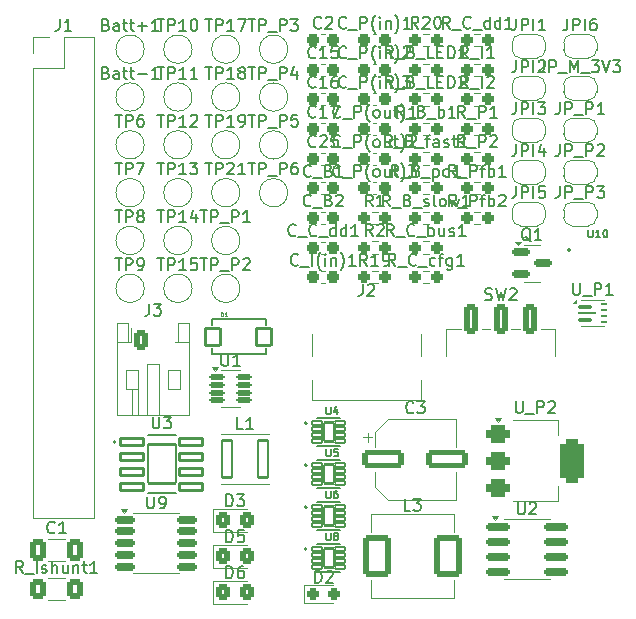
<source format=gbr>
%TF.GenerationSoftware,KiCad,Pcbnew,9.0.0*%
%TF.CreationDate,2025-03-25T22:48:29+02:00*%
%TF.ProjectId,EEE3088F Power Board,45454533-3038-4384-9620-506f77657220,rev?*%
%TF.SameCoordinates,Original*%
%TF.FileFunction,Legend,Top*%
%TF.FilePolarity,Positive*%
%FSLAX46Y46*%
G04 Gerber Fmt 4.6, Leading zero omitted, Abs format (unit mm)*
G04 Created by KiCad (PCBNEW 9.0.0) date 2025-03-25 22:48:29*
%MOMM*%
%LPD*%
G01*
G04 APERTURE LIST*
G04 Aperture macros list*
%AMRoundRect*
0 Rectangle with rounded corners*
0 $1 Rounding radius*
0 $2 $3 $4 $5 $6 $7 $8 $9 X,Y pos of 4 corners*
0 Add a 4 corners polygon primitive as box body*
4,1,4,$2,$3,$4,$5,$6,$7,$8,$9,$2,$3,0*
0 Add four circle primitives for the rounded corners*
1,1,$1+$1,$2,$3*
1,1,$1+$1,$4,$5*
1,1,$1+$1,$6,$7*
1,1,$1+$1,$8,$9*
0 Add four rect primitives between the rounded corners*
20,1,$1+$1,$2,$3,$4,$5,0*
20,1,$1+$1,$4,$5,$6,$7,0*
20,1,$1+$1,$6,$7,$8,$9,0*
20,1,$1+$1,$8,$9,$2,$3,0*%
%AMFreePoly0*
4,1,23,0.500000,-0.750000,0.000000,-0.750000,0.000000,-0.745722,-0.065263,-0.745722,-0.191342,-0.711940,-0.304381,-0.646677,-0.396677,-0.554381,-0.461940,-0.441342,-0.495722,-0.315263,-0.495722,-0.250000,-0.500000,-0.250000,-0.500000,0.250000,-0.495722,0.250000,-0.495722,0.315263,-0.461940,0.441342,-0.396677,0.554381,-0.304381,0.646677,-0.191342,0.711940,-0.065263,0.745722,0.000000,0.745722,
0.000000,0.750000,0.500000,0.750000,0.500000,-0.750000,0.500000,-0.750000,$1*%
%AMFreePoly1*
4,1,23,0.000000,0.745722,0.065263,0.745722,0.191342,0.711940,0.304381,0.646677,0.396677,0.554381,0.461940,0.441342,0.495722,0.315263,0.495722,0.250000,0.500000,0.250000,0.500000,-0.250000,0.495722,-0.250000,0.495722,-0.315263,0.461940,-0.441342,0.396677,-0.554381,0.304381,-0.646677,0.191342,-0.711940,0.065263,-0.745722,0.000000,-0.745722,0.000000,-0.750000,-0.500000,-0.750000,
-0.500000,0.750000,0.000000,0.750000,0.000000,0.745722,0.000000,0.745722,$1*%
G04 Aperture macros list end*
%ADD10C,0.150000*%
%ADD11C,0.080141*%
%ADD12C,0.120000*%
%ADD13C,0.200000*%
%ADD14C,0.127000*%
%ADD15C,0.203200*%
%ADD16C,0.010000*%
%ADD17RoundRect,0.375000X-0.625000X-0.375000X0.625000X-0.375000X0.625000X0.375000X-0.625000X0.375000X0*%
%ADD18RoundRect,0.500000X-0.500000X-1.400000X0.500000X-1.400000X0.500000X1.400000X-0.500000X1.400000X0*%
%ADD19RoundRect,0.087500X-0.487500X-0.087500X0.487500X-0.087500X0.487500X0.087500X-0.487500X0.087500X0*%
%ADD20RoundRect,0.050000X-0.675000X-0.050000X0.675000X-0.050000X0.675000X0.050000X-0.675000X0.050000X0*%
%ADD21RoundRect,0.062500X-0.162500X-0.062500X0.162500X-0.062500X0.162500X0.062500X-0.162500X0.062500X0*%
%ADD22RoundRect,0.150000X-0.687500X-0.150000X0.687500X-0.150000X0.687500X0.150000X-0.687500X0.150000X0*%
%ADD23R,2.100000X3.300000*%
%ADD24RoundRect,0.060500X-0.411500X-0.181500X0.411500X-0.181500X0.411500X0.181500X-0.411500X0.181500X0*%
%ADD25RoundRect,0.102000X-0.450000X-0.800000X0.450000X-0.800000X0.450000X0.800000X-0.450000X0.800000X0*%
%ADD26RoundRect,0.102000X-0.985000X-0.300000X0.985000X-0.300000X0.985000X0.300000X-0.985000X0.300000X0*%
%ADD27RoundRect,0.102000X-1.206500X-1.651000X1.206500X-1.651000X1.206500X1.651000X-1.206500X1.651000X0*%
%ADD28RoundRect,0.150000X-0.825000X-0.150000X0.825000X-0.150000X0.825000X0.150000X-0.825000X0.150000X0*%
%ADD29R,2.290000X3.000000*%
%ADD30RoundRect,0.125000X-0.537500X-0.125000X0.537500X-0.125000X0.537500X0.125000X-0.537500X0.125000X0*%
%ADD31C,2.000000*%
%ADD32C,0.900000*%
%ADD33RoundRect,0.250000X-0.375000X-1.000000X0.375000X-1.000000X0.375000X1.000000X-0.375000X1.000000X0*%
%ADD34RoundRect,0.237500X-0.250000X-0.237500X0.250000X-0.237500X0.250000X0.237500X-0.250000X0.237500X0*%
%ADD35RoundRect,0.250000X-0.400000X-0.625000X0.400000X-0.625000X0.400000X0.625000X-0.400000X0.625000X0*%
%ADD36RoundRect,0.150000X-0.587500X-0.150000X0.587500X-0.150000X0.587500X0.150000X-0.587500X0.150000X0*%
%ADD37RoundRect,0.250000X-0.925000X-1.500000X0.925000X-1.500000X0.925000X1.500000X-0.925000X1.500000X0*%
%ADD38RoundRect,0.110000X-0.440000X-1.590000X0.440000X-1.590000X0.440000X1.590000X-0.440000X1.590000X0*%
%ADD39FreePoly0,0.000000*%
%ADD40FreePoly1,0.000000*%
%ADD41RoundRect,0.250000X-0.350000X-0.625000X0.350000X-0.625000X0.350000X0.625000X-0.350000X0.625000X0*%
%ADD42O,1.200000X1.750000*%
%ADD43C,0.650000*%
%ADD44R,0.600000X1.240000*%
%ADD45R,0.300000X1.240000*%
%ADD46O,1.000000X2.100000*%
%ADD47O,1.000000X1.800000*%
%ADD48R,1.700000X1.700000*%
%ADD49O,1.700000X1.700000*%
%ADD50RoundRect,0.250000X-0.325000X-0.450000X0.325000X-0.450000X0.325000X0.450000X-0.325000X0.450000X0*%
%ADD51RoundRect,0.237500X-0.287500X-0.237500X0.287500X-0.237500X0.287500X0.237500X-0.287500X0.237500X0*%
%ADD52RoundRect,0.102000X-0.635000X-0.735000X0.635000X-0.735000X0.635000X0.735000X-0.635000X0.735000X0*%
%ADD53RoundRect,0.237500X-0.300000X-0.237500X0.300000X-0.237500X0.300000X0.237500X-0.300000X0.237500X0*%
%ADD54RoundRect,0.250000X-1.500000X-0.550000X1.500000X-0.550000X1.500000X0.550000X-1.500000X0.550000X0*%
%ADD55RoundRect,0.250000X-0.412500X-0.650000X0.412500X-0.650000X0.412500X0.650000X-0.412500X0.650000X0*%
G04 APERTURE END LIST*
D10*
X68707143Y-69699819D02*
X68707143Y-70509342D01*
X68707143Y-70509342D02*
X68754762Y-70604580D01*
X68754762Y-70604580D02*
X68802381Y-70652200D01*
X68802381Y-70652200D02*
X68897619Y-70699819D01*
X68897619Y-70699819D02*
X69088095Y-70699819D01*
X69088095Y-70699819D02*
X69183333Y-70652200D01*
X69183333Y-70652200D02*
X69230952Y-70604580D01*
X69230952Y-70604580D02*
X69278571Y-70509342D01*
X69278571Y-70509342D02*
X69278571Y-69699819D01*
X69516667Y-70795057D02*
X70278571Y-70795057D01*
X70516667Y-70699819D02*
X70516667Y-69699819D01*
X70516667Y-69699819D02*
X70897619Y-69699819D01*
X70897619Y-69699819D02*
X70992857Y-69747438D01*
X70992857Y-69747438D02*
X71040476Y-69795057D01*
X71040476Y-69795057D02*
X71088095Y-69890295D01*
X71088095Y-69890295D02*
X71088095Y-70033152D01*
X71088095Y-70033152D02*
X71040476Y-70128390D01*
X71040476Y-70128390D02*
X70992857Y-70176009D01*
X70992857Y-70176009D02*
X70897619Y-70223628D01*
X70897619Y-70223628D02*
X70516667Y-70223628D01*
X71469048Y-69795057D02*
X71516667Y-69747438D01*
X71516667Y-69747438D02*
X71611905Y-69699819D01*
X71611905Y-69699819D02*
X71850000Y-69699819D01*
X71850000Y-69699819D02*
X71945238Y-69747438D01*
X71945238Y-69747438D02*
X71992857Y-69795057D01*
X71992857Y-69795057D02*
X72040476Y-69890295D01*
X72040476Y-69890295D02*
X72040476Y-69985533D01*
X72040476Y-69985533D02*
X71992857Y-70128390D01*
X71992857Y-70128390D02*
X71421429Y-70699819D01*
X71421429Y-70699819D02*
X72040476Y-70699819D01*
X73562143Y-59694819D02*
X73562143Y-60504342D01*
X73562143Y-60504342D02*
X73609762Y-60599580D01*
X73609762Y-60599580D02*
X73657381Y-60647200D01*
X73657381Y-60647200D02*
X73752619Y-60694819D01*
X73752619Y-60694819D02*
X73943095Y-60694819D01*
X73943095Y-60694819D02*
X74038333Y-60647200D01*
X74038333Y-60647200D02*
X74085952Y-60599580D01*
X74085952Y-60599580D02*
X74133571Y-60504342D01*
X74133571Y-60504342D02*
X74133571Y-59694819D01*
X74371667Y-60790057D02*
X75133571Y-60790057D01*
X75371667Y-60694819D02*
X75371667Y-59694819D01*
X75371667Y-59694819D02*
X75752619Y-59694819D01*
X75752619Y-59694819D02*
X75847857Y-59742438D01*
X75847857Y-59742438D02*
X75895476Y-59790057D01*
X75895476Y-59790057D02*
X75943095Y-59885295D01*
X75943095Y-59885295D02*
X75943095Y-60028152D01*
X75943095Y-60028152D02*
X75895476Y-60123390D01*
X75895476Y-60123390D02*
X75847857Y-60171009D01*
X75847857Y-60171009D02*
X75752619Y-60218628D01*
X75752619Y-60218628D02*
X75371667Y-60218628D01*
X76895476Y-60694819D02*
X76324048Y-60694819D01*
X76609762Y-60694819D02*
X76609762Y-59694819D01*
X76609762Y-59694819D02*
X76514524Y-59837676D01*
X76514524Y-59837676D02*
X76419286Y-59932914D01*
X76419286Y-59932914D02*
X76324048Y-59980533D01*
X74854618Y-55191876D02*
X74854618Y-55709971D01*
X74854618Y-55709971D02*
X74885095Y-55770923D01*
X74885095Y-55770923D02*
X74915571Y-55801400D01*
X74915571Y-55801400D02*
X74976523Y-55831876D01*
X74976523Y-55831876D02*
X75098428Y-55831876D01*
X75098428Y-55831876D02*
X75159380Y-55801400D01*
X75159380Y-55801400D02*
X75189857Y-55770923D01*
X75189857Y-55770923D02*
X75220333Y-55709971D01*
X75220333Y-55709971D02*
X75220333Y-55191876D01*
X75860333Y-55831876D02*
X75494618Y-55831876D01*
X75677475Y-55831876D02*
X75677475Y-55191876D01*
X75677475Y-55191876D02*
X75616523Y-55283304D01*
X75616523Y-55283304D02*
X75555571Y-55344257D01*
X75555571Y-55344257D02*
X75494618Y-55374733D01*
X76256523Y-55191876D02*
X76317476Y-55191876D01*
X76317476Y-55191876D02*
X76378428Y-55222352D01*
X76378428Y-55222352D02*
X76408904Y-55252828D01*
X76408904Y-55252828D02*
X76439380Y-55313780D01*
X76439380Y-55313780D02*
X76469857Y-55435685D01*
X76469857Y-55435685D02*
X76469857Y-55588066D01*
X76469857Y-55588066D02*
X76439380Y-55709971D01*
X76439380Y-55709971D02*
X76408904Y-55770923D01*
X76408904Y-55770923D02*
X76378428Y-55801400D01*
X76378428Y-55801400D02*
X76317476Y-55831876D01*
X76317476Y-55831876D02*
X76256523Y-55831876D01*
X76256523Y-55831876D02*
X76195571Y-55801400D01*
X76195571Y-55801400D02*
X76165095Y-55770923D01*
X76165095Y-55770923D02*
X76134618Y-55709971D01*
X76134618Y-55709971D02*
X76104142Y-55588066D01*
X76104142Y-55588066D02*
X76104142Y-55435685D01*
X76104142Y-55435685D02*
X76134618Y-55313780D01*
X76134618Y-55313780D02*
X76165095Y-55252828D01*
X76165095Y-55252828D02*
X76195571Y-55222352D01*
X76195571Y-55222352D02*
X76256523Y-55191876D01*
X37508095Y-77779819D02*
X37508095Y-78589342D01*
X37508095Y-78589342D02*
X37555714Y-78684580D01*
X37555714Y-78684580D02*
X37603333Y-78732200D01*
X37603333Y-78732200D02*
X37698571Y-78779819D01*
X37698571Y-78779819D02*
X37889047Y-78779819D01*
X37889047Y-78779819D02*
X37984285Y-78732200D01*
X37984285Y-78732200D02*
X38031904Y-78684580D01*
X38031904Y-78684580D02*
X38079523Y-78589342D01*
X38079523Y-78589342D02*
X38079523Y-77779819D01*
X38603333Y-78779819D02*
X38793809Y-78779819D01*
X38793809Y-78779819D02*
X38889047Y-78732200D01*
X38889047Y-78732200D02*
X38936666Y-78684580D01*
X38936666Y-78684580D02*
X39031904Y-78541723D01*
X39031904Y-78541723D02*
X39079523Y-78351247D01*
X39079523Y-78351247D02*
X39079523Y-77970295D01*
X39079523Y-77970295D02*
X39031904Y-77875057D01*
X39031904Y-77875057D02*
X38984285Y-77827438D01*
X38984285Y-77827438D02*
X38889047Y-77779819D01*
X38889047Y-77779819D02*
X38698571Y-77779819D01*
X38698571Y-77779819D02*
X38603333Y-77827438D01*
X38603333Y-77827438D02*
X38555714Y-77875057D01*
X38555714Y-77875057D02*
X38508095Y-77970295D01*
X38508095Y-77970295D02*
X38508095Y-78208390D01*
X38508095Y-78208390D02*
X38555714Y-78303628D01*
X38555714Y-78303628D02*
X38603333Y-78351247D01*
X38603333Y-78351247D02*
X38698571Y-78398866D01*
X38698571Y-78398866D02*
X38889047Y-78398866D01*
X38889047Y-78398866D02*
X38984285Y-78351247D01*
X38984285Y-78351247D02*
X39031904Y-78303628D01*
X39031904Y-78303628D02*
X39079523Y-78208390D01*
X52654380Y-80824876D02*
X52654380Y-81342971D01*
X52654380Y-81342971D02*
X52684857Y-81403923D01*
X52684857Y-81403923D02*
X52715333Y-81434400D01*
X52715333Y-81434400D02*
X52776285Y-81464876D01*
X52776285Y-81464876D02*
X52898190Y-81464876D01*
X52898190Y-81464876D02*
X52959142Y-81434400D01*
X52959142Y-81434400D02*
X52989619Y-81403923D01*
X52989619Y-81403923D02*
X53020095Y-81342971D01*
X53020095Y-81342971D02*
X53020095Y-80824876D01*
X53416285Y-81099161D02*
X53355333Y-81068685D01*
X53355333Y-81068685D02*
X53324856Y-81038209D01*
X53324856Y-81038209D02*
X53294380Y-80977257D01*
X53294380Y-80977257D02*
X53294380Y-80946780D01*
X53294380Y-80946780D02*
X53324856Y-80885828D01*
X53324856Y-80885828D02*
X53355333Y-80855352D01*
X53355333Y-80855352D02*
X53416285Y-80824876D01*
X53416285Y-80824876D02*
X53538190Y-80824876D01*
X53538190Y-80824876D02*
X53599142Y-80855352D01*
X53599142Y-80855352D02*
X53629618Y-80885828D01*
X53629618Y-80885828D02*
X53660095Y-80946780D01*
X53660095Y-80946780D02*
X53660095Y-80977257D01*
X53660095Y-80977257D02*
X53629618Y-81038209D01*
X53629618Y-81038209D02*
X53599142Y-81068685D01*
X53599142Y-81068685D02*
X53538190Y-81099161D01*
X53538190Y-81099161D02*
X53416285Y-81099161D01*
X53416285Y-81099161D02*
X53355333Y-81129638D01*
X53355333Y-81129638D02*
X53324856Y-81160114D01*
X53324856Y-81160114D02*
X53294380Y-81221066D01*
X53294380Y-81221066D02*
X53294380Y-81342971D01*
X53294380Y-81342971D02*
X53324856Y-81403923D01*
X53324856Y-81403923D02*
X53355333Y-81434400D01*
X53355333Y-81434400D02*
X53416285Y-81464876D01*
X53416285Y-81464876D02*
X53538190Y-81464876D01*
X53538190Y-81464876D02*
X53599142Y-81434400D01*
X53599142Y-81434400D02*
X53629618Y-81403923D01*
X53629618Y-81403923D02*
X53660095Y-81342971D01*
X53660095Y-81342971D02*
X53660095Y-81221066D01*
X53660095Y-81221066D02*
X53629618Y-81160114D01*
X53629618Y-81160114D02*
X53599142Y-81129638D01*
X53599142Y-81129638D02*
X53538190Y-81099161D01*
X52654380Y-77274876D02*
X52654380Y-77792971D01*
X52654380Y-77792971D02*
X52684857Y-77853923D01*
X52684857Y-77853923D02*
X52715333Y-77884400D01*
X52715333Y-77884400D02*
X52776285Y-77914876D01*
X52776285Y-77914876D02*
X52898190Y-77914876D01*
X52898190Y-77914876D02*
X52959142Y-77884400D01*
X52959142Y-77884400D02*
X52989619Y-77853923D01*
X52989619Y-77853923D02*
X53020095Y-77792971D01*
X53020095Y-77792971D02*
X53020095Y-77274876D01*
X53599142Y-77274876D02*
X53477237Y-77274876D01*
X53477237Y-77274876D02*
X53416285Y-77305352D01*
X53416285Y-77305352D02*
X53385809Y-77335828D01*
X53385809Y-77335828D02*
X53324856Y-77427257D01*
X53324856Y-77427257D02*
X53294380Y-77549161D01*
X53294380Y-77549161D02*
X53294380Y-77792971D01*
X53294380Y-77792971D02*
X53324856Y-77853923D01*
X53324856Y-77853923D02*
X53355333Y-77884400D01*
X53355333Y-77884400D02*
X53416285Y-77914876D01*
X53416285Y-77914876D02*
X53538190Y-77914876D01*
X53538190Y-77914876D02*
X53599142Y-77884400D01*
X53599142Y-77884400D02*
X53629618Y-77853923D01*
X53629618Y-77853923D02*
X53660095Y-77792971D01*
X53660095Y-77792971D02*
X53660095Y-77640590D01*
X53660095Y-77640590D02*
X53629618Y-77579638D01*
X53629618Y-77579638D02*
X53599142Y-77549161D01*
X53599142Y-77549161D02*
X53538190Y-77518685D01*
X53538190Y-77518685D02*
X53416285Y-77518685D01*
X53416285Y-77518685D02*
X53355333Y-77549161D01*
X53355333Y-77549161D02*
X53324856Y-77579638D01*
X53324856Y-77579638D02*
X53294380Y-77640590D01*
X52654380Y-73724876D02*
X52654380Y-74242971D01*
X52654380Y-74242971D02*
X52684857Y-74303923D01*
X52684857Y-74303923D02*
X52715333Y-74334400D01*
X52715333Y-74334400D02*
X52776285Y-74364876D01*
X52776285Y-74364876D02*
X52898190Y-74364876D01*
X52898190Y-74364876D02*
X52959142Y-74334400D01*
X52959142Y-74334400D02*
X52989619Y-74303923D01*
X52989619Y-74303923D02*
X53020095Y-74242971D01*
X53020095Y-74242971D02*
X53020095Y-73724876D01*
X53629618Y-73724876D02*
X53324856Y-73724876D01*
X53324856Y-73724876D02*
X53294380Y-74029638D01*
X53294380Y-74029638D02*
X53324856Y-73999161D01*
X53324856Y-73999161D02*
X53385809Y-73968685D01*
X53385809Y-73968685D02*
X53538190Y-73968685D01*
X53538190Y-73968685D02*
X53599142Y-73999161D01*
X53599142Y-73999161D02*
X53629618Y-74029638D01*
X53629618Y-74029638D02*
X53660095Y-74090590D01*
X53660095Y-74090590D02*
X53660095Y-74242971D01*
X53660095Y-74242971D02*
X53629618Y-74303923D01*
X53629618Y-74303923D02*
X53599142Y-74334400D01*
X53599142Y-74334400D02*
X53538190Y-74364876D01*
X53538190Y-74364876D02*
X53385809Y-74364876D01*
X53385809Y-74364876D02*
X53324856Y-74334400D01*
X53324856Y-74334400D02*
X53294380Y-74303923D01*
X52654380Y-70174876D02*
X52654380Y-70692971D01*
X52654380Y-70692971D02*
X52684857Y-70753923D01*
X52684857Y-70753923D02*
X52715333Y-70784400D01*
X52715333Y-70784400D02*
X52776285Y-70814876D01*
X52776285Y-70814876D02*
X52898190Y-70814876D01*
X52898190Y-70814876D02*
X52959142Y-70784400D01*
X52959142Y-70784400D02*
X52989619Y-70753923D01*
X52989619Y-70753923D02*
X53020095Y-70692971D01*
X53020095Y-70692971D02*
X53020095Y-70174876D01*
X53599142Y-70388209D02*
X53599142Y-70814876D01*
X53446761Y-70144400D02*
X53294380Y-70601542D01*
X53294380Y-70601542D02*
X53690571Y-70601542D01*
X37963095Y-71012319D02*
X37963095Y-71821842D01*
X37963095Y-71821842D02*
X38010714Y-71917080D01*
X38010714Y-71917080D02*
X38058333Y-71964700D01*
X38058333Y-71964700D02*
X38153571Y-72012319D01*
X38153571Y-72012319D02*
X38344047Y-72012319D01*
X38344047Y-72012319D02*
X38439285Y-71964700D01*
X38439285Y-71964700D02*
X38486904Y-71917080D01*
X38486904Y-71917080D02*
X38534523Y-71821842D01*
X38534523Y-71821842D02*
X38534523Y-71012319D01*
X38915476Y-71012319D02*
X39534523Y-71012319D01*
X39534523Y-71012319D02*
X39201190Y-71393271D01*
X39201190Y-71393271D02*
X39344047Y-71393271D01*
X39344047Y-71393271D02*
X39439285Y-71440890D01*
X39439285Y-71440890D02*
X39486904Y-71488509D01*
X39486904Y-71488509D02*
X39534523Y-71583747D01*
X39534523Y-71583747D02*
X39534523Y-71821842D01*
X39534523Y-71821842D02*
X39486904Y-71917080D01*
X39486904Y-71917080D02*
X39439285Y-71964700D01*
X39439285Y-71964700D02*
X39344047Y-72012319D01*
X39344047Y-72012319D02*
X39058333Y-72012319D01*
X39058333Y-72012319D02*
X38963095Y-71964700D01*
X38963095Y-71964700D02*
X38915476Y-71917080D01*
X68888095Y-78274819D02*
X68888095Y-79084342D01*
X68888095Y-79084342D02*
X68935714Y-79179580D01*
X68935714Y-79179580D02*
X68983333Y-79227200D01*
X68983333Y-79227200D02*
X69078571Y-79274819D01*
X69078571Y-79274819D02*
X69269047Y-79274819D01*
X69269047Y-79274819D02*
X69364285Y-79227200D01*
X69364285Y-79227200D02*
X69411904Y-79179580D01*
X69411904Y-79179580D02*
X69459523Y-79084342D01*
X69459523Y-79084342D02*
X69459523Y-78274819D01*
X69888095Y-78370057D02*
X69935714Y-78322438D01*
X69935714Y-78322438D02*
X70030952Y-78274819D01*
X70030952Y-78274819D02*
X70269047Y-78274819D01*
X70269047Y-78274819D02*
X70364285Y-78322438D01*
X70364285Y-78322438D02*
X70411904Y-78370057D01*
X70411904Y-78370057D02*
X70459523Y-78465295D01*
X70459523Y-78465295D02*
X70459523Y-78560533D01*
X70459523Y-78560533D02*
X70411904Y-78703390D01*
X70411904Y-78703390D02*
X69840476Y-79274819D01*
X69840476Y-79274819D02*
X70459523Y-79274819D01*
X43788095Y-65704819D02*
X43788095Y-66514342D01*
X43788095Y-66514342D02*
X43835714Y-66609580D01*
X43835714Y-66609580D02*
X43883333Y-66657200D01*
X43883333Y-66657200D02*
X43978571Y-66704819D01*
X43978571Y-66704819D02*
X44169047Y-66704819D01*
X44169047Y-66704819D02*
X44264285Y-66657200D01*
X44264285Y-66657200D02*
X44311904Y-66609580D01*
X44311904Y-66609580D02*
X44359523Y-66514342D01*
X44359523Y-66514342D02*
X44359523Y-65704819D01*
X45359523Y-66704819D02*
X44788095Y-66704819D01*
X45073809Y-66704819D02*
X45073809Y-65704819D01*
X45073809Y-65704819D02*
X44978571Y-65847676D01*
X44978571Y-65847676D02*
X44883333Y-65942914D01*
X44883333Y-65942914D02*
X44788095Y-65990533D01*
X46057143Y-49506819D02*
X46628571Y-49506819D01*
X46342857Y-50506819D02*
X46342857Y-49506819D01*
X46961905Y-50506819D02*
X46961905Y-49506819D01*
X46961905Y-49506819D02*
X47342857Y-49506819D01*
X47342857Y-49506819D02*
X47438095Y-49554438D01*
X47438095Y-49554438D02*
X47485714Y-49602057D01*
X47485714Y-49602057D02*
X47533333Y-49697295D01*
X47533333Y-49697295D02*
X47533333Y-49840152D01*
X47533333Y-49840152D02*
X47485714Y-49935390D01*
X47485714Y-49935390D02*
X47438095Y-49983009D01*
X47438095Y-49983009D02*
X47342857Y-50030628D01*
X47342857Y-50030628D02*
X46961905Y-50030628D01*
X47723810Y-50602057D02*
X48485714Y-50602057D01*
X48723810Y-50506819D02*
X48723810Y-49506819D01*
X48723810Y-49506819D02*
X49104762Y-49506819D01*
X49104762Y-49506819D02*
X49200000Y-49554438D01*
X49200000Y-49554438D02*
X49247619Y-49602057D01*
X49247619Y-49602057D02*
X49295238Y-49697295D01*
X49295238Y-49697295D02*
X49295238Y-49840152D01*
X49295238Y-49840152D02*
X49247619Y-49935390D01*
X49247619Y-49935390D02*
X49200000Y-49983009D01*
X49200000Y-49983009D02*
X49104762Y-50030628D01*
X49104762Y-50030628D02*
X48723810Y-50030628D01*
X50152381Y-49506819D02*
X49961905Y-49506819D01*
X49961905Y-49506819D02*
X49866667Y-49554438D01*
X49866667Y-49554438D02*
X49819048Y-49602057D01*
X49819048Y-49602057D02*
X49723810Y-49744914D01*
X49723810Y-49744914D02*
X49676191Y-49935390D01*
X49676191Y-49935390D02*
X49676191Y-50316342D01*
X49676191Y-50316342D02*
X49723810Y-50411580D01*
X49723810Y-50411580D02*
X49771429Y-50459200D01*
X49771429Y-50459200D02*
X49866667Y-50506819D01*
X49866667Y-50506819D02*
X50057143Y-50506819D01*
X50057143Y-50506819D02*
X50152381Y-50459200D01*
X50152381Y-50459200D02*
X50200000Y-50411580D01*
X50200000Y-50411580D02*
X50247619Y-50316342D01*
X50247619Y-50316342D02*
X50247619Y-50078247D01*
X50247619Y-50078247D02*
X50200000Y-49983009D01*
X50200000Y-49983009D02*
X50152381Y-49935390D01*
X50152381Y-49935390D02*
X50057143Y-49887771D01*
X50057143Y-49887771D02*
X49866667Y-49887771D01*
X49866667Y-49887771D02*
X49771429Y-49935390D01*
X49771429Y-49935390D02*
X49723810Y-49983009D01*
X49723810Y-49983009D02*
X49676191Y-50078247D01*
X46057143Y-45456819D02*
X46628571Y-45456819D01*
X46342857Y-46456819D02*
X46342857Y-45456819D01*
X46961905Y-46456819D02*
X46961905Y-45456819D01*
X46961905Y-45456819D02*
X47342857Y-45456819D01*
X47342857Y-45456819D02*
X47438095Y-45504438D01*
X47438095Y-45504438D02*
X47485714Y-45552057D01*
X47485714Y-45552057D02*
X47533333Y-45647295D01*
X47533333Y-45647295D02*
X47533333Y-45790152D01*
X47533333Y-45790152D02*
X47485714Y-45885390D01*
X47485714Y-45885390D02*
X47438095Y-45933009D01*
X47438095Y-45933009D02*
X47342857Y-45980628D01*
X47342857Y-45980628D02*
X46961905Y-45980628D01*
X47723810Y-46552057D02*
X48485714Y-46552057D01*
X48723810Y-46456819D02*
X48723810Y-45456819D01*
X48723810Y-45456819D02*
X49104762Y-45456819D01*
X49104762Y-45456819D02*
X49200000Y-45504438D01*
X49200000Y-45504438D02*
X49247619Y-45552057D01*
X49247619Y-45552057D02*
X49295238Y-45647295D01*
X49295238Y-45647295D02*
X49295238Y-45790152D01*
X49295238Y-45790152D02*
X49247619Y-45885390D01*
X49247619Y-45885390D02*
X49200000Y-45933009D01*
X49200000Y-45933009D02*
X49104762Y-45980628D01*
X49104762Y-45980628D02*
X48723810Y-45980628D01*
X50200000Y-45456819D02*
X49723810Y-45456819D01*
X49723810Y-45456819D02*
X49676191Y-45933009D01*
X49676191Y-45933009D02*
X49723810Y-45885390D01*
X49723810Y-45885390D02*
X49819048Y-45837771D01*
X49819048Y-45837771D02*
X50057143Y-45837771D01*
X50057143Y-45837771D02*
X50152381Y-45885390D01*
X50152381Y-45885390D02*
X50200000Y-45933009D01*
X50200000Y-45933009D02*
X50247619Y-46028247D01*
X50247619Y-46028247D02*
X50247619Y-46266342D01*
X50247619Y-46266342D02*
X50200000Y-46361580D01*
X50200000Y-46361580D02*
X50152381Y-46409200D01*
X50152381Y-46409200D02*
X50057143Y-46456819D01*
X50057143Y-46456819D02*
X49819048Y-46456819D01*
X49819048Y-46456819D02*
X49723810Y-46409200D01*
X49723810Y-46409200D02*
X49676191Y-46361580D01*
X46057143Y-41406819D02*
X46628571Y-41406819D01*
X46342857Y-42406819D02*
X46342857Y-41406819D01*
X46961905Y-42406819D02*
X46961905Y-41406819D01*
X46961905Y-41406819D02*
X47342857Y-41406819D01*
X47342857Y-41406819D02*
X47438095Y-41454438D01*
X47438095Y-41454438D02*
X47485714Y-41502057D01*
X47485714Y-41502057D02*
X47533333Y-41597295D01*
X47533333Y-41597295D02*
X47533333Y-41740152D01*
X47533333Y-41740152D02*
X47485714Y-41835390D01*
X47485714Y-41835390D02*
X47438095Y-41883009D01*
X47438095Y-41883009D02*
X47342857Y-41930628D01*
X47342857Y-41930628D02*
X46961905Y-41930628D01*
X47723810Y-42502057D02*
X48485714Y-42502057D01*
X48723810Y-42406819D02*
X48723810Y-41406819D01*
X48723810Y-41406819D02*
X49104762Y-41406819D01*
X49104762Y-41406819D02*
X49200000Y-41454438D01*
X49200000Y-41454438D02*
X49247619Y-41502057D01*
X49247619Y-41502057D02*
X49295238Y-41597295D01*
X49295238Y-41597295D02*
X49295238Y-41740152D01*
X49295238Y-41740152D02*
X49247619Y-41835390D01*
X49247619Y-41835390D02*
X49200000Y-41883009D01*
X49200000Y-41883009D02*
X49104762Y-41930628D01*
X49104762Y-41930628D02*
X48723810Y-41930628D01*
X50152381Y-41740152D02*
X50152381Y-42406819D01*
X49914286Y-41359200D02*
X49676191Y-42073485D01*
X49676191Y-42073485D02*
X50295238Y-42073485D01*
X46057143Y-37356819D02*
X46628571Y-37356819D01*
X46342857Y-38356819D02*
X46342857Y-37356819D01*
X46961905Y-38356819D02*
X46961905Y-37356819D01*
X46961905Y-37356819D02*
X47342857Y-37356819D01*
X47342857Y-37356819D02*
X47438095Y-37404438D01*
X47438095Y-37404438D02*
X47485714Y-37452057D01*
X47485714Y-37452057D02*
X47533333Y-37547295D01*
X47533333Y-37547295D02*
X47533333Y-37690152D01*
X47533333Y-37690152D02*
X47485714Y-37785390D01*
X47485714Y-37785390D02*
X47438095Y-37833009D01*
X47438095Y-37833009D02*
X47342857Y-37880628D01*
X47342857Y-37880628D02*
X46961905Y-37880628D01*
X47723810Y-38452057D02*
X48485714Y-38452057D01*
X48723810Y-38356819D02*
X48723810Y-37356819D01*
X48723810Y-37356819D02*
X49104762Y-37356819D01*
X49104762Y-37356819D02*
X49200000Y-37404438D01*
X49200000Y-37404438D02*
X49247619Y-37452057D01*
X49247619Y-37452057D02*
X49295238Y-37547295D01*
X49295238Y-37547295D02*
X49295238Y-37690152D01*
X49295238Y-37690152D02*
X49247619Y-37785390D01*
X49247619Y-37785390D02*
X49200000Y-37833009D01*
X49200000Y-37833009D02*
X49104762Y-37880628D01*
X49104762Y-37880628D02*
X48723810Y-37880628D01*
X49628572Y-37356819D02*
X50247619Y-37356819D01*
X50247619Y-37356819D02*
X49914286Y-37737771D01*
X49914286Y-37737771D02*
X50057143Y-37737771D01*
X50057143Y-37737771D02*
X50152381Y-37785390D01*
X50152381Y-37785390D02*
X50200000Y-37833009D01*
X50200000Y-37833009D02*
X50247619Y-37928247D01*
X50247619Y-37928247D02*
X50247619Y-38166342D01*
X50247619Y-38166342D02*
X50200000Y-38261580D01*
X50200000Y-38261580D02*
X50152381Y-38309200D01*
X50152381Y-38309200D02*
X50057143Y-38356819D01*
X50057143Y-38356819D02*
X49771429Y-38356819D01*
X49771429Y-38356819D02*
X49676191Y-38309200D01*
X49676191Y-38309200D02*
X49628572Y-38261580D01*
X42007143Y-57606819D02*
X42578571Y-57606819D01*
X42292857Y-58606819D02*
X42292857Y-57606819D01*
X42911905Y-58606819D02*
X42911905Y-57606819D01*
X42911905Y-57606819D02*
X43292857Y-57606819D01*
X43292857Y-57606819D02*
X43388095Y-57654438D01*
X43388095Y-57654438D02*
X43435714Y-57702057D01*
X43435714Y-57702057D02*
X43483333Y-57797295D01*
X43483333Y-57797295D02*
X43483333Y-57940152D01*
X43483333Y-57940152D02*
X43435714Y-58035390D01*
X43435714Y-58035390D02*
X43388095Y-58083009D01*
X43388095Y-58083009D02*
X43292857Y-58130628D01*
X43292857Y-58130628D02*
X42911905Y-58130628D01*
X43673810Y-58702057D02*
X44435714Y-58702057D01*
X44673810Y-58606819D02*
X44673810Y-57606819D01*
X44673810Y-57606819D02*
X45054762Y-57606819D01*
X45054762Y-57606819D02*
X45150000Y-57654438D01*
X45150000Y-57654438D02*
X45197619Y-57702057D01*
X45197619Y-57702057D02*
X45245238Y-57797295D01*
X45245238Y-57797295D02*
X45245238Y-57940152D01*
X45245238Y-57940152D02*
X45197619Y-58035390D01*
X45197619Y-58035390D02*
X45150000Y-58083009D01*
X45150000Y-58083009D02*
X45054762Y-58130628D01*
X45054762Y-58130628D02*
X44673810Y-58130628D01*
X45626191Y-57702057D02*
X45673810Y-57654438D01*
X45673810Y-57654438D02*
X45769048Y-57606819D01*
X45769048Y-57606819D02*
X46007143Y-57606819D01*
X46007143Y-57606819D02*
X46102381Y-57654438D01*
X46102381Y-57654438D02*
X46150000Y-57702057D01*
X46150000Y-57702057D02*
X46197619Y-57797295D01*
X46197619Y-57797295D02*
X46197619Y-57892533D01*
X46197619Y-57892533D02*
X46150000Y-58035390D01*
X46150000Y-58035390D02*
X45578572Y-58606819D01*
X45578572Y-58606819D02*
X46197619Y-58606819D01*
X42007143Y-53556819D02*
X42578571Y-53556819D01*
X42292857Y-54556819D02*
X42292857Y-53556819D01*
X42911905Y-54556819D02*
X42911905Y-53556819D01*
X42911905Y-53556819D02*
X43292857Y-53556819D01*
X43292857Y-53556819D02*
X43388095Y-53604438D01*
X43388095Y-53604438D02*
X43435714Y-53652057D01*
X43435714Y-53652057D02*
X43483333Y-53747295D01*
X43483333Y-53747295D02*
X43483333Y-53890152D01*
X43483333Y-53890152D02*
X43435714Y-53985390D01*
X43435714Y-53985390D02*
X43388095Y-54033009D01*
X43388095Y-54033009D02*
X43292857Y-54080628D01*
X43292857Y-54080628D02*
X42911905Y-54080628D01*
X43673810Y-54652057D02*
X44435714Y-54652057D01*
X44673810Y-54556819D02*
X44673810Y-53556819D01*
X44673810Y-53556819D02*
X45054762Y-53556819D01*
X45054762Y-53556819D02*
X45150000Y-53604438D01*
X45150000Y-53604438D02*
X45197619Y-53652057D01*
X45197619Y-53652057D02*
X45245238Y-53747295D01*
X45245238Y-53747295D02*
X45245238Y-53890152D01*
X45245238Y-53890152D02*
X45197619Y-53985390D01*
X45197619Y-53985390D02*
X45150000Y-54033009D01*
X45150000Y-54033009D02*
X45054762Y-54080628D01*
X45054762Y-54080628D02*
X44673810Y-54080628D01*
X46197619Y-54556819D02*
X45626191Y-54556819D01*
X45911905Y-54556819D02*
X45911905Y-53556819D01*
X45911905Y-53556819D02*
X45816667Y-53699676D01*
X45816667Y-53699676D02*
X45721429Y-53794914D01*
X45721429Y-53794914D02*
X45626191Y-53842533D01*
X42411905Y-49506819D02*
X42983333Y-49506819D01*
X42697619Y-50506819D02*
X42697619Y-49506819D01*
X43316667Y-50506819D02*
X43316667Y-49506819D01*
X43316667Y-49506819D02*
X43697619Y-49506819D01*
X43697619Y-49506819D02*
X43792857Y-49554438D01*
X43792857Y-49554438D02*
X43840476Y-49602057D01*
X43840476Y-49602057D02*
X43888095Y-49697295D01*
X43888095Y-49697295D02*
X43888095Y-49840152D01*
X43888095Y-49840152D02*
X43840476Y-49935390D01*
X43840476Y-49935390D02*
X43792857Y-49983009D01*
X43792857Y-49983009D02*
X43697619Y-50030628D01*
X43697619Y-50030628D02*
X43316667Y-50030628D01*
X44269048Y-49602057D02*
X44316667Y-49554438D01*
X44316667Y-49554438D02*
X44411905Y-49506819D01*
X44411905Y-49506819D02*
X44650000Y-49506819D01*
X44650000Y-49506819D02*
X44745238Y-49554438D01*
X44745238Y-49554438D02*
X44792857Y-49602057D01*
X44792857Y-49602057D02*
X44840476Y-49697295D01*
X44840476Y-49697295D02*
X44840476Y-49792533D01*
X44840476Y-49792533D02*
X44792857Y-49935390D01*
X44792857Y-49935390D02*
X44221429Y-50506819D01*
X44221429Y-50506819D02*
X44840476Y-50506819D01*
X45792857Y-50506819D02*
X45221429Y-50506819D01*
X45507143Y-50506819D02*
X45507143Y-49506819D01*
X45507143Y-49506819D02*
X45411905Y-49649676D01*
X45411905Y-49649676D02*
X45316667Y-49744914D01*
X45316667Y-49744914D02*
X45221429Y-49792533D01*
X42411905Y-45456819D02*
X42983333Y-45456819D01*
X42697619Y-46456819D02*
X42697619Y-45456819D01*
X43316667Y-46456819D02*
X43316667Y-45456819D01*
X43316667Y-45456819D02*
X43697619Y-45456819D01*
X43697619Y-45456819D02*
X43792857Y-45504438D01*
X43792857Y-45504438D02*
X43840476Y-45552057D01*
X43840476Y-45552057D02*
X43888095Y-45647295D01*
X43888095Y-45647295D02*
X43888095Y-45790152D01*
X43888095Y-45790152D02*
X43840476Y-45885390D01*
X43840476Y-45885390D02*
X43792857Y-45933009D01*
X43792857Y-45933009D02*
X43697619Y-45980628D01*
X43697619Y-45980628D02*
X43316667Y-45980628D01*
X44840476Y-46456819D02*
X44269048Y-46456819D01*
X44554762Y-46456819D02*
X44554762Y-45456819D01*
X44554762Y-45456819D02*
X44459524Y-45599676D01*
X44459524Y-45599676D02*
X44364286Y-45694914D01*
X44364286Y-45694914D02*
X44269048Y-45742533D01*
X45316667Y-46456819D02*
X45507143Y-46456819D01*
X45507143Y-46456819D02*
X45602381Y-46409200D01*
X45602381Y-46409200D02*
X45650000Y-46361580D01*
X45650000Y-46361580D02*
X45745238Y-46218723D01*
X45745238Y-46218723D02*
X45792857Y-46028247D01*
X45792857Y-46028247D02*
X45792857Y-45647295D01*
X45792857Y-45647295D02*
X45745238Y-45552057D01*
X45745238Y-45552057D02*
X45697619Y-45504438D01*
X45697619Y-45504438D02*
X45602381Y-45456819D01*
X45602381Y-45456819D02*
X45411905Y-45456819D01*
X45411905Y-45456819D02*
X45316667Y-45504438D01*
X45316667Y-45504438D02*
X45269048Y-45552057D01*
X45269048Y-45552057D02*
X45221429Y-45647295D01*
X45221429Y-45647295D02*
X45221429Y-45885390D01*
X45221429Y-45885390D02*
X45269048Y-45980628D01*
X45269048Y-45980628D02*
X45316667Y-46028247D01*
X45316667Y-46028247D02*
X45411905Y-46075866D01*
X45411905Y-46075866D02*
X45602381Y-46075866D01*
X45602381Y-46075866D02*
X45697619Y-46028247D01*
X45697619Y-46028247D02*
X45745238Y-45980628D01*
X45745238Y-45980628D02*
X45792857Y-45885390D01*
X42411905Y-41406819D02*
X42983333Y-41406819D01*
X42697619Y-42406819D02*
X42697619Y-41406819D01*
X43316667Y-42406819D02*
X43316667Y-41406819D01*
X43316667Y-41406819D02*
X43697619Y-41406819D01*
X43697619Y-41406819D02*
X43792857Y-41454438D01*
X43792857Y-41454438D02*
X43840476Y-41502057D01*
X43840476Y-41502057D02*
X43888095Y-41597295D01*
X43888095Y-41597295D02*
X43888095Y-41740152D01*
X43888095Y-41740152D02*
X43840476Y-41835390D01*
X43840476Y-41835390D02*
X43792857Y-41883009D01*
X43792857Y-41883009D02*
X43697619Y-41930628D01*
X43697619Y-41930628D02*
X43316667Y-41930628D01*
X44840476Y-42406819D02*
X44269048Y-42406819D01*
X44554762Y-42406819D02*
X44554762Y-41406819D01*
X44554762Y-41406819D02*
X44459524Y-41549676D01*
X44459524Y-41549676D02*
X44364286Y-41644914D01*
X44364286Y-41644914D02*
X44269048Y-41692533D01*
X45411905Y-41835390D02*
X45316667Y-41787771D01*
X45316667Y-41787771D02*
X45269048Y-41740152D01*
X45269048Y-41740152D02*
X45221429Y-41644914D01*
X45221429Y-41644914D02*
X45221429Y-41597295D01*
X45221429Y-41597295D02*
X45269048Y-41502057D01*
X45269048Y-41502057D02*
X45316667Y-41454438D01*
X45316667Y-41454438D02*
X45411905Y-41406819D01*
X45411905Y-41406819D02*
X45602381Y-41406819D01*
X45602381Y-41406819D02*
X45697619Y-41454438D01*
X45697619Y-41454438D02*
X45745238Y-41502057D01*
X45745238Y-41502057D02*
X45792857Y-41597295D01*
X45792857Y-41597295D02*
X45792857Y-41644914D01*
X45792857Y-41644914D02*
X45745238Y-41740152D01*
X45745238Y-41740152D02*
X45697619Y-41787771D01*
X45697619Y-41787771D02*
X45602381Y-41835390D01*
X45602381Y-41835390D02*
X45411905Y-41835390D01*
X45411905Y-41835390D02*
X45316667Y-41883009D01*
X45316667Y-41883009D02*
X45269048Y-41930628D01*
X45269048Y-41930628D02*
X45221429Y-42025866D01*
X45221429Y-42025866D02*
X45221429Y-42216342D01*
X45221429Y-42216342D02*
X45269048Y-42311580D01*
X45269048Y-42311580D02*
X45316667Y-42359200D01*
X45316667Y-42359200D02*
X45411905Y-42406819D01*
X45411905Y-42406819D02*
X45602381Y-42406819D01*
X45602381Y-42406819D02*
X45697619Y-42359200D01*
X45697619Y-42359200D02*
X45745238Y-42311580D01*
X45745238Y-42311580D02*
X45792857Y-42216342D01*
X45792857Y-42216342D02*
X45792857Y-42025866D01*
X45792857Y-42025866D02*
X45745238Y-41930628D01*
X45745238Y-41930628D02*
X45697619Y-41883009D01*
X45697619Y-41883009D02*
X45602381Y-41835390D01*
X42411905Y-37356819D02*
X42983333Y-37356819D01*
X42697619Y-38356819D02*
X42697619Y-37356819D01*
X43316667Y-38356819D02*
X43316667Y-37356819D01*
X43316667Y-37356819D02*
X43697619Y-37356819D01*
X43697619Y-37356819D02*
X43792857Y-37404438D01*
X43792857Y-37404438D02*
X43840476Y-37452057D01*
X43840476Y-37452057D02*
X43888095Y-37547295D01*
X43888095Y-37547295D02*
X43888095Y-37690152D01*
X43888095Y-37690152D02*
X43840476Y-37785390D01*
X43840476Y-37785390D02*
X43792857Y-37833009D01*
X43792857Y-37833009D02*
X43697619Y-37880628D01*
X43697619Y-37880628D02*
X43316667Y-37880628D01*
X44840476Y-38356819D02*
X44269048Y-38356819D01*
X44554762Y-38356819D02*
X44554762Y-37356819D01*
X44554762Y-37356819D02*
X44459524Y-37499676D01*
X44459524Y-37499676D02*
X44364286Y-37594914D01*
X44364286Y-37594914D02*
X44269048Y-37642533D01*
X45173810Y-37356819D02*
X45840476Y-37356819D01*
X45840476Y-37356819D02*
X45411905Y-38356819D01*
X38361905Y-57606819D02*
X38933333Y-57606819D01*
X38647619Y-58606819D02*
X38647619Y-57606819D01*
X39266667Y-58606819D02*
X39266667Y-57606819D01*
X39266667Y-57606819D02*
X39647619Y-57606819D01*
X39647619Y-57606819D02*
X39742857Y-57654438D01*
X39742857Y-57654438D02*
X39790476Y-57702057D01*
X39790476Y-57702057D02*
X39838095Y-57797295D01*
X39838095Y-57797295D02*
X39838095Y-57940152D01*
X39838095Y-57940152D02*
X39790476Y-58035390D01*
X39790476Y-58035390D02*
X39742857Y-58083009D01*
X39742857Y-58083009D02*
X39647619Y-58130628D01*
X39647619Y-58130628D02*
X39266667Y-58130628D01*
X40790476Y-58606819D02*
X40219048Y-58606819D01*
X40504762Y-58606819D02*
X40504762Y-57606819D01*
X40504762Y-57606819D02*
X40409524Y-57749676D01*
X40409524Y-57749676D02*
X40314286Y-57844914D01*
X40314286Y-57844914D02*
X40219048Y-57892533D01*
X41695238Y-57606819D02*
X41219048Y-57606819D01*
X41219048Y-57606819D02*
X41171429Y-58083009D01*
X41171429Y-58083009D02*
X41219048Y-58035390D01*
X41219048Y-58035390D02*
X41314286Y-57987771D01*
X41314286Y-57987771D02*
X41552381Y-57987771D01*
X41552381Y-57987771D02*
X41647619Y-58035390D01*
X41647619Y-58035390D02*
X41695238Y-58083009D01*
X41695238Y-58083009D02*
X41742857Y-58178247D01*
X41742857Y-58178247D02*
X41742857Y-58416342D01*
X41742857Y-58416342D02*
X41695238Y-58511580D01*
X41695238Y-58511580D02*
X41647619Y-58559200D01*
X41647619Y-58559200D02*
X41552381Y-58606819D01*
X41552381Y-58606819D02*
X41314286Y-58606819D01*
X41314286Y-58606819D02*
X41219048Y-58559200D01*
X41219048Y-58559200D02*
X41171429Y-58511580D01*
X38361905Y-53556819D02*
X38933333Y-53556819D01*
X38647619Y-54556819D02*
X38647619Y-53556819D01*
X39266667Y-54556819D02*
X39266667Y-53556819D01*
X39266667Y-53556819D02*
X39647619Y-53556819D01*
X39647619Y-53556819D02*
X39742857Y-53604438D01*
X39742857Y-53604438D02*
X39790476Y-53652057D01*
X39790476Y-53652057D02*
X39838095Y-53747295D01*
X39838095Y-53747295D02*
X39838095Y-53890152D01*
X39838095Y-53890152D02*
X39790476Y-53985390D01*
X39790476Y-53985390D02*
X39742857Y-54033009D01*
X39742857Y-54033009D02*
X39647619Y-54080628D01*
X39647619Y-54080628D02*
X39266667Y-54080628D01*
X40790476Y-54556819D02*
X40219048Y-54556819D01*
X40504762Y-54556819D02*
X40504762Y-53556819D01*
X40504762Y-53556819D02*
X40409524Y-53699676D01*
X40409524Y-53699676D02*
X40314286Y-53794914D01*
X40314286Y-53794914D02*
X40219048Y-53842533D01*
X41647619Y-53890152D02*
X41647619Y-54556819D01*
X41409524Y-53509200D02*
X41171429Y-54223485D01*
X41171429Y-54223485D02*
X41790476Y-54223485D01*
X38361905Y-49506819D02*
X38933333Y-49506819D01*
X38647619Y-50506819D02*
X38647619Y-49506819D01*
X39266667Y-50506819D02*
X39266667Y-49506819D01*
X39266667Y-49506819D02*
X39647619Y-49506819D01*
X39647619Y-49506819D02*
X39742857Y-49554438D01*
X39742857Y-49554438D02*
X39790476Y-49602057D01*
X39790476Y-49602057D02*
X39838095Y-49697295D01*
X39838095Y-49697295D02*
X39838095Y-49840152D01*
X39838095Y-49840152D02*
X39790476Y-49935390D01*
X39790476Y-49935390D02*
X39742857Y-49983009D01*
X39742857Y-49983009D02*
X39647619Y-50030628D01*
X39647619Y-50030628D02*
X39266667Y-50030628D01*
X40790476Y-50506819D02*
X40219048Y-50506819D01*
X40504762Y-50506819D02*
X40504762Y-49506819D01*
X40504762Y-49506819D02*
X40409524Y-49649676D01*
X40409524Y-49649676D02*
X40314286Y-49744914D01*
X40314286Y-49744914D02*
X40219048Y-49792533D01*
X41123810Y-49506819D02*
X41742857Y-49506819D01*
X41742857Y-49506819D02*
X41409524Y-49887771D01*
X41409524Y-49887771D02*
X41552381Y-49887771D01*
X41552381Y-49887771D02*
X41647619Y-49935390D01*
X41647619Y-49935390D02*
X41695238Y-49983009D01*
X41695238Y-49983009D02*
X41742857Y-50078247D01*
X41742857Y-50078247D02*
X41742857Y-50316342D01*
X41742857Y-50316342D02*
X41695238Y-50411580D01*
X41695238Y-50411580D02*
X41647619Y-50459200D01*
X41647619Y-50459200D02*
X41552381Y-50506819D01*
X41552381Y-50506819D02*
X41266667Y-50506819D01*
X41266667Y-50506819D02*
X41171429Y-50459200D01*
X41171429Y-50459200D02*
X41123810Y-50411580D01*
X38361905Y-45456819D02*
X38933333Y-45456819D01*
X38647619Y-46456819D02*
X38647619Y-45456819D01*
X39266667Y-46456819D02*
X39266667Y-45456819D01*
X39266667Y-45456819D02*
X39647619Y-45456819D01*
X39647619Y-45456819D02*
X39742857Y-45504438D01*
X39742857Y-45504438D02*
X39790476Y-45552057D01*
X39790476Y-45552057D02*
X39838095Y-45647295D01*
X39838095Y-45647295D02*
X39838095Y-45790152D01*
X39838095Y-45790152D02*
X39790476Y-45885390D01*
X39790476Y-45885390D02*
X39742857Y-45933009D01*
X39742857Y-45933009D02*
X39647619Y-45980628D01*
X39647619Y-45980628D02*
X39266667Y-45980628D01*
X40790476Y-46456819D02*
X40219048Y-46456819D01*
X40504762Y-46456819D02*
X40504762Y-45456819D01*
X40504762Y-45456819D02*
X40409524Y-45599676D01*
X40409524Y-45599676D02*
X40314286Y-45694914D01*
X40314286Y-45694914D02*
X40219048Y-45742533D01*
X41171429Y-45552057D02*
X41219048Y-45504438D01*
X41219048Y-45504438D02*
X41314286Y-45456819D01*
X41314286Y-45456819D02*
X41552381Y-45456819D01*
X41552381Y-45456819D02*
X41647619Y-45504438D01*
X41647619Y-45504438D02*
X41695238Y-45552057D01*
X41695238Y-45552057D02*
X41742857Y-45647295D01*
X41742857Y-45647295D02*
X41742857Y-45742533D01*
X41742857Y-45742533D02*
X41695238Y-45885390D01*
X41695238Y-45885390D02*
X41123810Y-46456819D01*
X41123810Y-46456819D02*
X41742857Y-46456819D01*
X38361905Y-41406819D02*
X38933333Y-41406819D01*
X38647619Y-42406819D02*
X38647619Y-41406819D01*
X39266667Y-42406819D02*
X39266667Y-41406819D01*
X39266667Y-41406819D02*
X39647619Y-41406819D01*
X39647619Y-41406819D02*
X39742857Y-41454438D01*
X39742857Y-41454438D02*
X39790476Y-41502057D01*
X39790476Y-41502057D02*
X39838095Y-41597295D01*
X39838095Y-41597295D02*
X39838095Y-41740152D01*
X39838095Y-41740152D02*
X39790476Y-41835390D01*
X39790476Y-41835390D02*
X39742857Y-41883009D01*
X39742857Y-41883009D02*
X39647619Y-41930628D01*
X39647619Y-41930628D02*
X39266667Y-41930628D01*
X40790476Y-42406819D02*
X40219048Y-42406819D01*
X40504762Y-42406819D02*
X40504762Y-41406819D01*
X40504762Y-41406819D02*
X40409524Y-41549676D01*
X40409524Y-41549676D02*
X40314286Y-41644914D01*
X40314286Y-41644914D02*
X40219048Y-41692533D01*
X41742857Y-42406819D02*
X41171429Y-42406819D01*
X41457143Y-42406819D02*
X41457143Y-41406819D01*
X41457143Y-41406819D02*
X41361905Y-41549676D01*
X41361905Y-41549676D02*
X41266667Y-41644914D01*
X41266667Y-41644914D02*
X41171429Y-41692533D01*
X38361905Y-37356819D02*
X38933333Y-37356819D01*
X38647619Y-38356819D02*
X38647619Y-37356819D01*
X39266667Y-38356819D02*
X39266667Y-37356819D01*
X39266667Y-37356819D02*
X39647619Y-37356819D01*
X39647619Y-37356819D02*
X39742857Y-37404438D01*
X39742857Y-37404438D02*
X39790476Y-37452057D01*
X39790476Y-37452057D02*
X39838095Y-37547295D01*
X39838095Y-37547295D02*
X39838095Y-37690152D01*
X39838095Y-37690152D02*
X39790476Y-37785390D01*
X39790476Y-37785390D02*
X39742857Y-37833009D01*
X39742857Y-37833009D02*
X39647619Y-37880628D01*
X39647619Y-37880628D02*
X39266667Y-37880628D01*
X40790476Y-38356819D02*
X40219048Y-38356819D01*
X40504762Y-38356819D02*
X40504762Y-37356819D01*
X40504762Y-37356819D02*
X40409524Y-37499676D01*
X40409524Y-37499676D02*
X40314286Y-37594914D01*
X40314286Y-37594914D02*
X40219048Y-37642533D01*
X41409524Y-37356819D02*
X41504762Y-37356819D01*
X41504762Y-37356819D02*
X41600000Y-37404438D01*
X41600000Y-37404438D02*
X41647619Y-37452057D01*
X41647619Y-37452057D02*
X41695238Y-37547295D01*
X41695238Y-37547295D02*
X41742857Y-37737771D01*
X41742857Y-37737771D02*
X41742857Y-37975866D01*
X41742857Y-37975866D02*
X41695238Y-38166342D01*
X41695238Y-38166342D02*
X41647619Y-38261580D01*
X41647619Y-38261580D02*
X41600000Y-38309200D01*
X41600000Y-38309200D02*
X41504762Y-38356819D01*
X41504762Y-38356819D02*
X41409524Y-38356819D01*
X41409524Y-38356819D02*
X41314286Y-38309200D01*
X41314286Y-38309200D02*
X41266667Y-38261580D01*
X41266667Y-38261580D02*
X41219048Y-38166342D01*
X41219048Y-38166342D02*
X41171429Y-37975866D01*
X41171429Y-37975866D02*
X41171429Y-37737771D01*
X41171429Y-37737771D02*
X41219048Y-37547295D01*
X41219048Y-37547295D02*
X41266667Y-37452057D01*
X41266667Y-37452057D02*
X41314286Y-37404438D01*
X41314286Y-37404438D02*
X41409524Y-37356819D01*
X34788095Y-57606819D02*
X35359523Y-57606819D01*
X35073809Y-58606819D02*
X35073809Y-57606819D01*
X35692857Y-58606819D02*
X35692857Y-57606819D01*
X35692857Y-57606819D02*
X36073809Y-57606819D01*
X36073809Y-57606819D02*
X36169047Y-57654438D01*
X36169047Y-57654438D02*
X36216666Y-57702057D01*
X36216666Y-57702057D02*
X36264285Y-57797295D01*
X36264285Y-57797295D02*
X36264285Y-57940152D01*
X36264285Y-57940152D02*
X36216666Y-58035390D01*
X36216666Y-58035390D02*
X36169047Y-58083009D01*
X36169047Y-58083009D02*
X36073809Y-58130628D01*
X36073809Y-58130628D02*
X35692857Y-58130628D01*
X36740476Y-58606819D02*
X36930952Y-58606819D01*
X36930952Y-58606819D02*
X37026190Y-58559200D01*
X37026190Y-58559200D02*
X37073809Y-58511580D01*
X37073809Y-58511580D02*
X37169047Y-58368723D01*
X37169047Y-58368723D02*
X37216666Y-58178247D01*
X37216666Y-58178247D02*
X37216666Y-57797295D01*
X37216666Y-57797295D02*
X37169047Y-57702057D01*
X37169047Y-57702057D02*
X37121428Y-57654438D01*
X37121428Y-57654438D02*
X37026190Y-57606819D01*
X37026190Y-57606819D02*
X36835714Y-57606819D01*
X36835714Y-57606819D02*
X36740476Y-57654438D01*
X36740476Y-57654438D02*
X36692857Y-57702057D01*
X36692857Y-57702057D02*
X36645238Y-57797295D01*
X36645238Y-57797295D02*
X36645238Y-58035390D01*
X36645238Y-58035390D02*
X36692857Y-58130628D01*
X36692857Y-58130628D02*
X36740476Y-58178247D01*
X36740476Y-58178247D02*
X36835714Y-58225866D01*
X36835714Y-58225866D02*
X37026190Y-58225866D01*
X37026190Y-58225866D02*
X37121428Y-58178247D01*
X37121428Y-58178247D02*
X37169047Y-58130628D01*
X37169047Y-58130628D02*
X37216666Y-58035390D01*
X34788095Y-53556819D02*
X35359523Y-53556819D01*
X35073809Y-54556819D02*
X35073809Y-53556819D01*
X35692857Y-54556819D02*
X35692857Y-53556819D01*
X35692857Y-53556819D02*
X36073809Y-53556819D01*
X36073809Y-53556819D02*
X36169047Y-53604438D01*
X36169047Y-53604438D02*
X36216666Y-53652057D01*
X36216666Y-53652057D02*
X36264285Y-53747295D01*
X36264285Y-53747295D02*
X36264285Y-53890152D01*
X36264285Y-53890152D02*
X36216666Y-53985390D01*
X36216666Y-53985390D02*
X36169047Y-54033009D01*
X36169047Y-54033009D02*
X36073809Y-54080628D01*
X36073809Y-54080628D02*
X35692857Y-54080628D01*
X36835714Y-53985390D02*
X36740476Y-53937771D01*
X36740476Y-53937771D02*
X36692857Y-53890152D01*
X36692857Y-53890152D02*
X36645238Y-53794914D01*
X36645238Y-53794914D02*
X36645238Y-53747295D01*
X36645238Y-53747295D02*
X36692857Y-53652057D01*
X36692857Y-53652057D02*
X36740476Y-53604438D01*
X36740476Y-53604438D02*
X36835714Y-53556819D01*
X36835714Y-53556819D02*
X37026190Y-53556819D01*
X37026190Y-53556819D02*
X37121428Y-53604438D01*
X37121428Y-53604438D02*
X37169047Y-53652057D01*
X37169047Y-53652057D02*
X37216666Y-53747295D01*
X37216666Y-53747295D02*
X37216666Y-53794914D01*
X37216666Y-53794914D02*
X37169047Y-53890152D01*
X37169047Y-53890152D02*
X37121428Y-53937771D01*
X37121428Y-53937771D02*
X37026190Y-53985390D01*
X37026190Y-53985390D02*
X36835714Y-53985390D01*
X36835714Y-53985390D02*
X36740476Y-54033009D01*
X36740476Y-54033009D02*
X36692857Y-54080628D01*
X36692857Y-54080628D02*
X36645238Y-54175866D01*
X36645238Y-54175866D02*
X36645238Y-54366342D01*
X36645238Y-54366342D02*
X36692857Y-54461580D01*
X36692857Y-54461580D02*
X36740476Y-54509200D01*
X36740476Y-54509200D02*
X36835714Y-54556819D01*
X36835714Y-54556819D02*
X37026190Y-54556819D01*
X37026190Y-54556819D02*
X37121428Y-54509200D01*
X37121428Y-54509200D02*
X37169047Y-54461580D01*
X37169047Y-54461580D02*
X37216666Y-54366342D01*
X37216666Y-54366342D02*
X37216666Y-54175866D01*
X37216666Y-54175866D02*
X37169047Y-54080628D01*
X37169047Y-54080628D02*
X37121428Y-54033009D01*
X37121428Y-54033009D02*
X37026190Y-53985390D01*
X34788095Y-49506819D02*
X35359523Y-49506819D01*
X35073809Y-50506819D02*
X35073809Y-49506819D01*
X35692857Y-50506819D02*
X35692857Y-49506819D01*
X35692857Y-49506819D02*
X36073809Y-49506819D01*
X36073809Y-49506819D02*
X36169047Y-49554438D01*
X36169047Y-49554438D02*
X36216666Y-49602057D01*
X36216666Y-49602057D02*
X36264285Y-49697295D01*
X36264285Y-49697295D02*
X36264285Y-49840152D01*
X36264285Y-49840152D02*
X36216666Y-49935390D01*
X36216666Y-49935390D02*
X36169047Y-49983009D01*
X36169047Y-49983009D02*
X36073809Y-50030628D01*
X36073809Y-50030628D02*
X35692857Y-50030628D01*
X36597619Y-49506819D02*
X37264285Y-49506819D01*
X37264285Y-49506819D02*
X36835714Y-50506819D01*
X34788095Y-45456819D02*
X35359523Y-45456819D01*
X35073809Y-46456819D02*
X35073809Y-45456819D01*
X35692857Y-46456819D02*
X35692857Y-45456819D01*
X35692857Y-45456819D02*
X36073809Y-45456819D01*
X36073809Y-45456819D02*
X36169047Y-45504438D01*
X36169047Y-45504438D02*
X36216666Y-45552057D01*
X36216666Y-45552057D02*
X36264285Y-45647295D01*
X36264285Y-45647295D02*
X36264285Y-45790152D01*
X36264285Y-45790152D02*
X36216666Y-45885390D01*
X36216666Y-45885390D02*
X36169047Y-45933009D01*
X36169047Y-45933009D02*
X36073809Y-45980628D01*
X36073809Y-45980628D02*
X35692857Y-45980628D01*
X37121428Y-45456819D02*
X36930952Y-45456819D01*
X36930952Y-45456819D02*
X36835714Y-45504438D01*
X36835714Y-45504438D02*
X36788095Y-45552057D01*
X36788095Y-45552057D02*
X36692857Y-45694914D01*
X36692857Y-45694914D02*
X36645238Y-45885390D01*
X36645238Y-45885390D02*
X36645238Y-46266342D01*
X36645238Y-46266342D02*
X36692857Y-46361580D01*
X36692857Y-46361580D02*
X36740476Y-46409200D01*
X36740476Y-46409200D02*
X36835714Y-46456819D01*
X36835714Y-46456819D02*
X37026190Y-46456819D01*
X37026190Y-46456819D02*
X37121428Y-46409200D01*
X37121428Y-46409200D02*
X37169047Y-46361580D01*
X37169047Y-46361580D02*
X37216666Y-46266342D01*
X37216666Y-46266342D02*
X37216666Y-46028247D01*
X37216666Y-46028247D02*
X37169047Y-45933009D01*
X37169047Y-45933009D02*
X37121428Y-45885390D01*
X37121428Y-45885390D02*
X37026190Y-45837771D01*
X37026190Y-45837771D02*
X36835714Y-45837771D01*
X36835714Y-45837771D02*
X36740476Y-45885390D01*
X36740476Y-45885390D02*
X36692857Y-45933009D01*
X36692857Y-45933009D02*
X36645238Y-46028247D01*
X66106667Y-61097200D02*
X66249524Y-61144819D01*
X66249524Y-61144819D02*
X66487619Y-61144819D01*
X66487619Y-61144819D02*
X66582857Y-61097200D01*
X66582857Y-61097200D02*
X66630476Y-61049580D01*
X66630476Y-61049580D02*
X66678095Y-60954342D01*
X66678095Y-60954342D02*
X66678095Y-60859104D01*
X66678095Y-60859104D02*
X66630476Y-60763866D01*
X66630476Y-60763866D02*
X66582857Y-60716247D01*
X66582857Y-60716247D02*
X66487619Y-60668628D01*
X66487619Y-60668628D02*
X66297143Y-60621009D01*
X66297143Y-60621009D02*
X66201905Y-60573390D01*
X66201905Y-60573390D02*
X66154286Y-60525771D01*
X66154286Y-60525771D02*
X66106667Y-60430533D01*
X66106667Y-60430533D02*
X66106667Y-60335295D01*
X66106667Y-60335295D02*
X66154286Y-60240057D01*
X66154286Y-60240057D02*
X66201905Y-60192438D01*
X66201905Y-60192438D02*
X66297143Y-60144819D01*
X66297143Y-60144819D02*
X66535238Y-60144819D01*
X66535238Y-60144819D02*
X66678095Y-60192438D01*
X67011429Y-60144819D02*
X67249524Y-61144819D01*
X67249524Y-61144819D02*
X67440000Y-60430533D01*
X67440000Y-60430533D02*
X67630476Y-61144819D01*
X67630476Y-61144819D02*
X67868572Y-60144819D01*
X68201905Y-60240057D02*
X68249524Y-60192438D01*
X68249524Y-60192438D02*
X68344762Y-60144819D01*
X68344762Y-60144819D02*
X68582857Y-60144819D01*
X68582857Y-60144819D02*
X68678095Y-60192438D01*
X68678095Y-60192438D02*
X68725714Y-60240057D01*
X68725714Y-60240057D02*
X68773333Y-60335295D01*
X68773333Y-60335295D02*
X68773333Y-60430533D01*
X68773333Y-60430533D02*
X68725714Y-60573390D01*
X68725714Y-60573390D02*
X68154286Y-61144819D01*
X68154286Y-61144819D02*
X68773333Y-61144819D01*
X63664285Y-53214819D02*
X63330952Y-52738628D01*
X63092857Y-53214819D02*
X63092857Y-52214819D01*
X63092857Y-52214819D02*
X63473809Y-52214819D01*
X63473809Y-52214819D02*
X63569047Y-52262438D01*
X63569047Y-52262438D02*
X63616666Y-52310057D01*
X63616666Y-52310057D02*
X63664285Y-52405295D01*
X63664285Y-52405295D02*
X63664285Y-52548152D01*
X63664285Y-52548152D02*
X63616666Y-52643390D01*
X63616666Y-52643390D02*
X63569047Y-52691009D01*
X63569047Y-52691009D02*
X63473809Y-52738628D01*
X63473809Y-52738628D02*
X63092857Y-52738628D01*
X63854762Y-53310057D02*
X64616666Y-53310057D01*
X64854762Y-53214819D02*
X64854762Y-52214819D01*
X64854762Y-52214819D02*
X65235714Y-52214819D01*
X65235714Y-52214819D02*
X65330952Y-52262438D01*
X65330952Y-52262438D02*
X65378571Y-52310057D01*
X65378571Y-52310057D02*
X65426190Y-52405295D01*
X65426190Y-52405295D02*
X65426190Y-52548152D01*
X65426190Y-52548152D02*
X65378571Y-52643390D01*
X65378571Y-52643390D02*
X65330952Y-52691009D01*
X65330952Y-52691009D02*
X65235714Y-52738628D01*
X65235714Y-52738628D02*
X64854762Y-52738628D01*
X65711905Y-52548152D02*
X66092857Y-52548152D01*
X65854762Y-53214819D02*
X65854762Y-52357676D01*
X65854762Y-52357676D02*
X65902381Y-52262438D01*
X65902381Y-52262438D02*
X65997619Y-52214819D01*
X65997619Y-52214819D02*
X66092857Y-52214819D01*
X66426191Y-53214819D02*
X66426191Y-52214819D01*
X66426191Y-52595771D02*
X66521429Y-52548152D01*
X66521429Y-52548152D02*
X66711905Y-52548152D01*
X66711905Y-52548152D02*
X66807143Y-52595771D01*
X66807143Y-52595771D02*
X66854762Y-52643390D01*
X66854762Y-52643390D02*
X66902381Y-52738628D01*
X66902381Y-52738628D02*
X66902381Y-53024342D01*
X66902381Y-53024342D02*
X66854762Y-53119580D01*
X66854762Y-53119580D02*
X66807143Y-53167200D01*
X66807143Y-53167200D02*
X66711905Y-53214819D01*
X66711905Y-53214819D02*
X66521429Y-53214819D01*
X66521429Y-53214819D02*
X66426191Y-53167200D01*
X67283334Y-52310057D02*
X67330953Y-52262438D01*
X67330953Y-52262438D02*
X67426191Y-52214819D01*
X67426191Y-52214819D02*
X67664286Y-52214819D01*
X67664286Y-52214819D02*
X67759524Y-52262438D01*
X67759524Y-52262438D02*
X67807143Y-52310057D01*
X67807143Y-52310057D02*
X67854762Y-52405295D01*
X67854762Y-52405295D02*
X67854762Y-52500533D01*
X67854762Y-52500533D02*
X67807143Y-52643390D01*
X67807143Y-52643390D02*
X67235715Y-53214819D01*
X67235715Y-53214819D02*
X67854762Y-53214819D01*
X63664285Y-50704819D02*
X63330952Y-50228628D01*
X63092857Y-50704819D02*
X63092857Y-49704819D01*
X63092857Y-49704819D02*
X63473809Y-49704819D01*
X63473809Y-49704819D02*
X63569047Y-49752438D01*
X63569047Y-49752438D02*
X63616666Y-49800057D01*
X63616666Y-49800057D02*
X63664285Y-49895295D01*
X63664285Y-49895295D02*
X63664285Y-50038152D01*
X63664285Y-50038152D02*
X63616666Y-50133390D01*
X63616666Y-50133390D02*
X63569047Y-50181009D01*
X63569047Y-50181009D02*
X63473809Y-50228628D01*
X63473809Y-50228628D02*
X63092857Y-50228628D01*
X63854762Y-50800057D02*
X64616666Y-50800057D01*
X64854762Y-50704819D02*
X64854762Y-49704819D01*
X64854762Y-49704819D02*
X65235714Y-49704819D01*
X65235714Y-49704819D02*
X65330952Y-49752438D01*
X65330952Y-49752438D02*
X65378571Y-49800057D01*
X65378571Y-49800057D02*
X65426190Y-49895295D01*
X65426190Y-49895295D02*
X65426190Y-50038152D01*
X65426190Y-50038152D02*
X65378571Y-50133390D01*
X65378571Y-50133390D02*
X65330952Y-50181009D01*
X65330952Y-50181009D02*
X65235714Y-50228628D01*
X65235714Y-50228628D02*
X64854762Y-50228628D01*
X65711905Y-50038152D02*
X66092857Y-50038152D01*
X65854762Y-50704819D02*
X65854762Y-49847676D01*
X65854762Y-49847676D02*
X65902381Y-49752438D01*
X65902381Y-49752438D02*
X65997619Y-49704819D01*
X65997619Y-49704819D02*
X66092857Y-49704819D01*
X66426191Y-50704819D02*
X66426191Y-49704819D01*
X66426191Y-50085771D02*
X66521429Y-50038152D01*
X66521429Y-50038152D02*
X66711905Y-50038152D01*
X66711905Y-50038152D02*
X66807143Y-50085771D01*
X66807143Y-50085771D02*
X66854762Y-50133390D01*
X66854762Y-50133390D02*
X66902381Y-50228628D01*
X66902381Y-50228628D02*
X66902381Y-50514342D01*
X66902381Y-50514342D02*
X66854762Y-50609580D01*
X66854762Y-50609580D02*
X66807143Y-50657200D01*
X66807143Y-50657200D02*
X66711905Y-50704819D01*
X66711905Y-50704819D02*
X66521429Y-50704819D01*
X66521429Y-50704819D02*
X66426191Y-50657200D01*
X67854762Y-50704819D02*
X67283334Y-50704819D01*
X67569048Y-50704819D02*
X67569048Y-49704819D01*
X67569048Y-49704819D02*
X67473810Y-49847676D01*
X67473810Y-49847676D02*
X67378572Y-49942914D01*
X67378572Y-49942914D02*
X67283334Y-49990533D01*
X64402380Y-48194819D02*
X64069047Y-47718628D01*
X63830952Y-48194819D02*
X63830952Y-47194819D01*
X63830952Y-47194819D02*
X64211904Y-47194819D01*
X64211904Y-47194819D02*
X64307142Y-47242438D01*
X64307142Y-47242438D02*
X64354761Y-47290057D01*
X64354761Y-47290057D02*
X64402380Y-47385295D01*
X64402380Y-47385295D02*
X64402380Y-47528152D01*
X64402380Y-47528152D02*
X64354761Y-47623390D01*
X64354761Y-47623390D02*
X64307142Y-47671009D01*
X64307142Y-47671009D02*
X64211904Y-47718628D01*
X64211904Y-47718628D02*
X63830952Y-47718628D01*
X64592857Y-48290057D02*
X65354761Y-48290057D01*
X65592857Y-48194819D02*
X65592857Y-47194819D01*
X65592857Y-47194819D02*
X65973809Y-47194819D01*
X65973809Y-47194819D02*
X66069047Y-47242438D01*
X66069047Y-47242438D02*
X66116666Y-47290057D01*
X66116666Y-47290057D02*
X66164285Y-47385295D01*
X66164285Y-47385295D02*
X66164285Y-47528152D01*
X66164285Y-47528152D02*
X66116666Y-47623390D01*
X66116666Y-47623390D02*
X66069047Y-47671009D01*
X66069047Y-47671009D02*
X65973809Y-47718628D01*
X65973809Y-47718628D02*
X65592857Y-47718628D01*
X66545238Y-47290057D02*
X66592857Y-47242438D01*
X66592857Y-47242438D02*
X66688095Y-47194819D01*
X66688095Y-47194819D02*
X66926190Y-47194819D01*
X66926190Y-47194819D02*
X67021428Y-47242438D01*
X67021428Y-47242438D02*
X67069047Y-47290057D01*
X67069047Y-47290057D02*
X67116666Y-47385295D01*
X67116666Y-47385295D02*
X67116666Y-47480533D01*
X67116666Y-47480533D02*
X67069047Y-47623390D01*
X67069047Y-47623390D02*
X66497619Y-48194819D01*
X66497619Y-48194819D02*
X67116666Y-48194819D01*
X64402380Y-45684819D02*
X64069047Y-45208628D01*
X63830952Y-45684819D02*
X63830952Y-44684819D01*
X63830952Y-44684819D02*
X64211904Y-44684819D01*
X64211904Y-44684819D02*
X64307142Y-44732438D01*
X64307142Y-44732438D02*
X64354761Y-44780057D01*
X64354761Y-44780057D02*
X64402380Y-44875295D01*
X64402380Y-44875295D02*
X64402380Y-45018152D01*
X64402380Y-45018152D02*
X64354761Y-45113390D01*
X64354761Y-45113390D02*
X64307142Y-45161009D01*
X64307142Y-45161009D02*
X64211904Y-45208628D01*
X64211904Y-45208628D02*
X63830952Y-45208628D01*
X64592857Y-45780057D02*
X65354761Y-45780057D01*
X65592857Y-45684819D02*
X65592857Y-44684819D01*
X65592857Y-44684819D02*
X65973809Y-44684819D01*
X65973809Y-44684819D02*
X66069047Y-44732438D01*
X66069047Y-44732438D02*
X66116666Y-44780057D01*
X66116666Y-44780057D02*
X66164285Y-44875295D01*
X66164285Y-44875295D02*
X66164285Y-45018152D01*
X66164285Y-45018152D02*
X66116666Y-45113390D01*
X66116666Y-45113390D02*
X66069047Y-45161009D01*
X66069047Y-45161009D02*
X65973809Y-45208628D01*
X65973809Y-45208628D02*
X65592857Y-45208628D01*
X67116666Y-45684819D02*
X66545238Y-45684819D01*
X66830952Y-45684819D02*
X66830952Y-44684819D01*
X66830952Y-44684819D02*
X66735714Y-44827676D01*
X66735714Y-44827676D02*
X66640476Y-44922914D01*
X66640476Y-44922914D02*
X66545238Y-44970533D01*
X26966666Y-84254819D02*
X26633333Y-83778628D01*
X26395238Y-84254819D02*
X26395238Y-83254819D01*
X26395238Y-83254819D02*
X26776190Y-83254819D01*
X26776190Y-83254819D02*
X26871428Y-83302438D01*
X26871428Y-83302438D02*
X26919047Y-83350057D01*
X26919047Y-83350057D02*
X26966666Y-83445295D01*
X26966666Y-83445295D02*
X26966666Y-83588152D01*
X26966666Y-83588152D02*
X26919047Y-83683390D01*
X26919047Y-83683390D02*
X26871428Y-83731009D01*
X26871428Y-83731009D02*
X26776190Y-83778628D01*
X26776190Y-83778628D02*
X26395238Y-83778628D01*
X27157143Y-84350057D02*
X27919047Y-84350057D01*
X28157143Y-84254819D02*
X28157143Y-83254819D01*
X28585714Y-84207200D02*
X28680952Y-84254819D01*
X28680952Y-84254819D02*
X28871428Y-84254819D01*
X28871428Y-84254819D02*
X28966666Y-84207200D01*
X28966666Y-84207200D02*
X29014285Y-84111961D01*
X29014285Y-84111961D02*
X29014285Y-84064342D01*
X29014285Y-84064342D02*
X28966666Y-83969104D01*
X28966666Y-83969104D02*
X28871428Y-83921485D01*
X28871428Y-83921485D02*
X28728571Y-83921485D01*
X28728571Y-83921485D02*
X28633333Y-83873866D01*
X28633333Y-83873866D02*
X28585714Y-83778628D01*
X28585714Y-83778628D02*
X28585714Y-83731009D01*
X28585714Y-83731009D02*
X28633333Y-83635771D01*
X28633333Y-83635771D02*
X28728571Y-83588152D01*
X28728571Y-83588152D02*
X28871428Y-83588152D01*
X28871428Y-83588152D02*
X28966666Y-83635771D01*
X29442857Y-84254819D02*
X29442857Y-83254819D01*
X29871428Y-84254819D02*
X29871428Y-83731009D01*
X29871428Y-83731009D02*
X29823809Y-83635771D01*
X29823809Y-83635771D02*
X29728571Y-83588152D01*
X29728571Y-83588152D02*
X29585714Y-83588152D01*
X29585714Y-83588152D02*
X29490476Y-83635771D01*
X29490476Y-83635771D02*
X29442857Y-83683390D01*
X30776190Y-83588152D02*
X30776190Y-84254819D01*
X30347619Y-83588152D02*
X30347619Y-84111961D01*
X30347619Y-84111961D02*
X30395238Y-84207200D01*
X30395238Y-84207200D02*
X30490476Y-84254819D01*
X30490476Y-84254819D02*
X30633333Y-84254819D01*
X30633333Y-84254819D02*
X30728571Y-84207200D01*
X30728571Y-84207200D02*
X30776190Y-84159580D01*
X31252381Y-83588152D02*
X31252381Y-84254819D01*
X31252381Y-83683390D02*
X31300000Y-83635771D01*
X31300000Y-83635771D02*
X31395238Y-83588152D01*
X31395238Y-83588152D02*
X31538095Y-83588152D01*
X31538095Y-83588152D02*
X31633333Y-83635771D01*
X31633333Y-83635771D02*
X31680952Y-83731009D01*
X31680952Y-83731009D02*
X31680952Y-84254819D01*
X32014286Y-83588152D02*
X32395238Y-83588152D01*
X32157143Y-83254819D02*
X32157143Y-84111961D01*
X32157143Y-84111961D02*
X32204762Y-84207200D01*
X32204762Y-84207200D02*
X32300000Y-84254819D01*
X32300000Y-84254819D02*
X32395238Y-84254819D01*
X33252381Y-84254819D02*
X32680953Y-84254819D01*
X32966667Y-84254819D02*
X32966667Y-83254819D01*
X32966667Y-83254819D02*
X32871429Y-83397676D01*
X32871429Y-83397676D02*
X32776191Y-83492914D01*
X32776191Y-83492914D02*
X32680953Y-83540533D01*
X64664285Y-43174819D02*
X64330952Y-42698628D01*
X64092857Y-43174819D02*
X64092857Y-42174819D01*
X64092857Y-42174819D02*
X64473809Y-42174819D01*
X64473809Y-42174819D02*
X64569047Y-42222438D01*
X64569047Y-42222438D02*
X64616666Y-42270057D01*
X64616666Y-42270057D02*
X64664285Y-42365295D01*
X64664285Y-42365295D02*
X64664285Y-42508152D01*
X64664285Y-42508152D02*
X64616666Y-42603390D01*
X64616666Y-42603390D02*
X64569047Y-42651009D01*
X64569047Y-42651009D02*
X64473809Y-42698628D01*
X64473809Y-42698628D02*
X64092857Y-42698628D01*
X64854762Y-43270057D02*
X65616666Y-43270057D01*
X65854762Y-43174819D02*
X65854762Y-42174819D01*
X66283333Y-42270057D02*
X66330952Y-42222438D01*
X66330952Y-42222438D02*
X66426190Y-42174819D01*
X66426190Y-42174819D02*
X66664285Y-42174819D01*
X66664285Y-42174819D02*
X66759523Y-42222438D01*
X66759523Y-42222438D02*
X66807142Y-42270057D01*
X66807142Y-42270057D02*
X66854761Y-42365295D01*
X66854761Y-42365295D02*
X66854761Y-42460533D01*
X66854761Y-42460533D02*
X66807142Y-42603390D01*
X66807142Y-42603390D02*
X66235714Y-43174819D01*
X66235714Y-43174819D02*
X66854761Y-43174819D01*
X64664285Y-40664819D02*
X64330952Y-40188628D01*
X64092857Y-40664819D02*
X64092857Y-39664819D01*
X64092857Y-39664819D02*
X64473809Y-39664819D01*
X64473809Y-39664819D02*
X64569047Y-39712438D01*
X64569047Y-39712438D02*
X64616666Y-39760057D01*
X64616666Y-39760057D02*
X64664285Y-39855295D01*
X64664285Y-39855295D02*
X64664285Y-39998152D01*
X64664285Y-39998152D02*
X64616666Y-40093390D01*
X64616666Y-40093390D02*
X64569047Y-40141009D01*
X64569047Y-40141009D02*
X64473809Y-40188628D01*
X64473809Y-40188628D02*
X64092857Y-40188628D01*
X64854762Y-40760057D02*
X65616666Y-40760057D01*
X65854762Y-40664819D02*
X65854762Y-39664819D01*
X66854761Y-40664819D02*
X66283333Y-40664819D01*
X66569047Y-40664819D02*
X66569047Y-39664819D01*
X66569047Y-39664819D02*
X66473809Y-39807676D01*
X66473809Y-39807676D02*
X66378571Y-39902914D01*
X66378571Y-39902914D02*
X66283333Y-39950533D01*
X63116666Y-38154819D02*
X62783333Y-37678628D01*
X62545238Y-38154819D02*
X62545238Y-37154819D01*
X62545238Y-37154819D02*
X62926190Y-37154819D01*
X62926190Y-37154819D02*
X63021428Y-37202438D01*
X63021428Y-37202438D02*
X63069047Y-37250057D01*
X63069047Y-37250057D02*
X63116666Y-37345295D01*
X63116666Y-37345295D02*
X63116666Y-37488152D01*
X63116666Y-37488152D02*
X63069047Y-37583390D01*
X63069047Y-37583390D02*
X63021428Y-37631009D01*
X63021428Y-37631009D02*
X62926190Y-37678628D01*
X62926190Y-37678628D02*
X62545238Y-37678628D01*
X63307143Y-38250057D02*
X64069047Y-38250057D01*
X64878571Y-38059580D02*
X64830952Y-38107200D01*
X64830952Y-38107200D02*
X64688095Y-38154819D01*
X64688095Y-38154819D02*
X64592857Y-38154819D01*
X64592857Y-38154819D02*
X64450000Y-38107200D01*
X64450000Y-38107200D02*
X64354762Y-38011961D01*
X64354762Y-38011961D02*
X64307143Y-37916723D01*
X64307143Y-37916723D02*
X64259524Y-37726247D01*
X64259524Y-37726247D02*
X64259524Y-37583390D01*
X64259524Y-37583390D02*
X64307143Y-37392914D01*
X64307143Y-37392914D02*
X64354762Y-37297676D01*
X64354762Y-37297676D02*
X64450000Y-37202438D01*
X64450000Y-37202438D02*
X64592857Y-37154819D01*
X64592857Y-37154819D02*
X64688095Y-37154819D01*
X64688095Y-37154819D02*
X64830952Y-37202438D01*
X64830952Y-37202438D02*
X64878571Y-37250057D01*
X65069048Y-38250057D02*
X65830952Y-38250057D01*
X66497619Y-38154819D02*
X66497619Y-37154819D01*
X66497619Y-38107200D02*
X66402381Y-38154819D01*
X66402381Y-38154819D02*
X66211905Y-38154819D01*
X66211905Y-38154819D02*
X66116667Y-38107200D01*
X66116667Y-38107200D02*
X66069048Y-38059580D01*
X66069048Y-38059580D02*
X66021429Y-37964342D01*
X66021429Y-37964342D02*
X66021429Y-37678628D01*
X66021429Y-37678628D02*
X66069048Y-37583390D01*
X66069048Y-37583390D02*
X66116667Y-37535771D01*
X66116667Y-37535771D02*
X66211905Y-37488152D01*
X66211905Y-37488152D02*
X66402381Y-37488152D01*
X66402381Y-37488152D02*
X66497619Y-37535771D01*
X67402381Y-38154819D02*
X67402381Y-37154819D01*
X67402381Y-38107200D02*
X67307143Y-38154819D01*
X67307143Y-38154819D02*
X67116667Y-38154819D01*
X67116667Y-38154819D02*
X67021429Y-38107200D01*
X67021429Y-38107200D02*
X66973810Y-38059580D01*
X66973810Y-38059580D02*
X66926191Y-37964342D01*
X66926191Y-37964342D02*
X66926191Y-37678628D01*
X66926191Y-37678628D02*
X66973810Y-37583390D01*
X66973810Y-37583390D02*
X67021429Y-37535771D01*
X67021429Y-37535771D02*
X67116667Y-37488152D01*
X67116667Y-37488152D02*
X67307143Y-37488152D01*
X67307143Y-37488152D02*
X67402381Y-37535771D01*
X68402381Y-38154819D02*
X67830953Y-38154819D01*
X68116667Y-38154819D02*
X68116667Y-37154819D01*
X68116667Y-37154819D02*
X68021429Y-37297676D01*
X68021429Y-37297676D02*
X67926191Y-37392914D01*
X67926191Y-37392914D02*
X67830953Y-37440533D01*
X58504761Y-58234819D02*
X58171428Y-57758628D01*
X57933333Y-58234819D02*
X57933333Y-57234819D01*
X57933333Y-57234819D02*
X58314285Y-57234819D01*
X58314285Y-57234819D02*
X58409523Y-57282438D01*
X58409523Y-57282438D02*
X58457142Y-57330057D01*
X58457142Y-57330057D02*
X58504761Y-57425295D01*
X58504761Y-57425295D02*
X58504761Y-57568152D01*
X58504761Y-57568152D02*
X58457142Y-57663390D01*
X58457142Y-57663390D02*
X58409523Y-57711009D01*
X58409523Y-57711009D02*
X58314285Y-57758628D01*
X58314285Y-57758628D02*
X57933333Y-57758628D01*
X58695238Y-58330057D02*
X59457142Y-58330057D01*
X60266666Y-58139580D02*
X60219047Y-58187200D01*
X60219047Y-58187200D02*
X60076190Y-58234819D01*
X60076190Y-58234819D02*
X59980952Y-58234819D01*
X59980952Y-58234819D02*
X59838095Y-58187200D01*
X59838095Y-58187200D02*
X59742857Y-58091961D01*
X59742857Y-58091961D02*
X59695238Y-57996723D01*
X59695238Y-57996723D02*
X59647619Y-57806247D01*
X59647619Y-57806247D02*
X59647619Y-57663390D01*
X59647619Y-57663390D02*
X59695238Y-57472914D01*
X59695238Y-57472914D02*
X59742857Y-57377676D01*
X59742857Y-57377676D02*
X59838095Y-57282438D01*
X59838095Y-57282438D02*
X59980952Y-57234819D01*
X59980952Y-57234819D02*
X60076190Y-57234819D01*
X60076190Y-57234819D02*
X60219047Y-57282438D01*
X60219047Y-57282438D02*
X60266666Y-57330057D01*
X60457143Y-58330057D02*
X61219047Y-58330057D01*
X61885714Y-58187200D02*
X61790476Y-58234819D01*
X61790476Y-58234819D02*
X61600000Y-58234819D01*
X61600000Y-58234819D02*
X61504762Y-58187200D01*
X61504762Y-58187200D02*
X61457143Y-58139580D01*
X61457143Y-58139580D02*
X61409524Y-58044342D01*
X61409524Y-58044342D02*
X61409524Y-57758628D01*
X61409524Y-57758628D02*
X61457143Y-57663390D01*
X61457143Y-57663390D02*
X61504762Y-57615771D01*
X61504762Y-57615771D02*
X61600000Y-57568152D01*
X61600000Y-57568152D02*
X61790476Y-57568152D01*
X61790476Y-57568152D02*
X61885714Y-57615771D01*
X62171429Y-57568152D02*
X62552381Y-57568152D01*
X62314286Y-58234819D02*
X62314286Y-57377676D01*
X62314286Y-57377676D02*
X62361905Y-57282438D01*
X62361905Y-57282438D02*
X62457143Y-57234819D01*
X62457143Y-57234819D02*
X62552381Y-57234819D01*
X63314286Y-57568152D02*
X63314286Y-58377676D01*
X63314286Y-58377676D02*
X63266667Y-58472914D01*
X63266667Y-58472914D02*
X63219048Y-58520533D01*
X63219048Y-58520533D02*
X63123810Y-58568152D01*
X63123810Y-58568152D02*
X62980953Y-58568152D01*
X62980953Y-58568152D02*
X62885715Y-58520533D01*
X63314286Y-58187200D02*
X63219048Y-58234819D01*
X63219048Y-58234819D02*
X63028572Y-58234819D01*
X63028572Y-58234819D02*
X62933334Y-58187200D01*
X62933334Y-58187200D02*
X62885715Y-58139580D01*
X62885715Y-58139580D02*
X62838096Y-58044342D01*
X62838096Y-58044342D02*
X62838096Y-57758628D01*
X62838096Y-57758628D02*
X62885715Y-57663390D01*
X62885715Y-57663390D02*
X62933334Y-57615771D01*
X62933334Y-57615771D02*
X63028572Y-57568152D01*
X63028572Y-57568152D02*
X63219048Y-57568152D01*
X63219048Y-57568152D02*
X63314286Y-57615771D01*
X64314286Y-58234819D02*
X63742858Y-58234819D01*
X64028572Y-58234819D02*
X64028572Y-57234819D01*
X64028572Y-57234819D02*
X63933334Y-57377676D01*
X63933334Y-57377676D02*
X63838096Y-57472914D01*
X63838096Y-57472914D02*
X63742858Y-57520533D01*
X58361904Y-55724819D02*
X58028571Y-55248628D01*
X57790476Y-55724819D02*
X57790476Y-54724819D01*
X57790476Y-54724819D02*
X58171428Y-54724819D01*
X58171428Y-54724819D02*
X58266666Y-54772438D01*
X58266666Y-54772438D02*
X58314285Y-54820057D01*
X58314285Y-54820057D02*
X58361904Y-54915295D01*
X58361904Y-54915295D02*
X58361904Y-55058152D01*
X58361904Y-55058152D02*
X58314285Y-55153390D01*
X58314285Y-55153390D02*
X58266666Y-55201009D01*
X58266666Y-55201009D02*
X58171428Y-55248628D01*
X58171428Y-55248628D02*
X57790476Y-55248628D01*
X58552381Y-55820057D02*
X59314285Y-55820057D01*
X60123809Y-55629580D02*
X60076190Y-55677200D01*
X60076190Y-55677200D02*
X59933333Y-55724819D01*
X59933333Y-55724819D02*
X59838095Y-55724819D01*
X59838095Y-55724819D02*
X59695238Y-55677200D01*
X59695238Y-55677200D02*
X59600000Y-55581961D01*
X59600000Y-55581961D02*
X59552381Y-55486723D01*
X59552381Y-55486723D02*
X59504762Y-55296247D01*
X59504762Y-55296247D02*
X59504762Y-55153390D01*
X59504762Y-55153390D02*
X59552381Y-54962914D01*
X59552381Y-54962914D02*
X59600000Y-54867676D01*
X59600000Y-54867676D02*
X59695238Y-54772438D01*
X59695238Y-54772438D02*
X59838095Y-54724819D01*
X59838095Y-54724819D02*
X59933333Y-54724819D01*
X59933333Y-54724819D02*
X60076190Y-54772438D01*
X60076190Y-54772438D02*
X60123809Y-54820057D01*
X60314286Y-55820057D02*
X61076190Y-55820057D01*
X61314286Y-55724819D02*
X61314286Y-54724819D01*
X61314286Y-55105771D02*
X61409524Y-55058152D01*
X61409524Y-55058152D02*
X61600000Y-55058152D01*
X61600000Y-55058152D02*
X61695238Y-55105771D01*
X61695238Y-55105771D02*
X61742857Y-55153390D01*
X61742857Y-55153390D02*
X61790476Y-55248628D01*
X61790476Y-55248628D02*
X61790476Y-55534342D01*
X61790476Y-55534342D02*
X61742857Y-55629580D01*
X61742857Y-55629580D02*
X61695238Y-55677200D01*
X61695238Y-55677200D02*
X61600000Y-55724819D01*
X61600000Y-55724819D02*
X61409524Y-55724819D01*
X61409524Y-55724819D02*
X61314286Y-55677200D01*
X62647619Y-55058152D02*
X62647619Y-55724819D01*
X62219048Y-55058152D02*
X62219048Y-55581961D01*
X62219048Y-55581961D02*
X62266667Y-55677200D01*
X62266667Y-55677200D02*
X62361905Y-55724819D01*
X62361905Y-55724819D02*
X62504762Y-55724819D01*
X62504762Y-55724819D02*
X62600000Y-55677200D01*
X62600000Y-55677200D02*
X62647619Y-55629580D01*
X63076191Y-55677200D02*
X63171429Y-55724819D01*
X63171429Y-55724819D02*
X63361905Y-55724819D01*
X63361905Y-55724819D02*
X63457143Y-55677200D01*
X63457143Y-55677200D02*
X63504762Y-55581961D01*
X63504762Y-55581961D02*
X63504762Y-55534342D01*
X63504762Y-55534342D02*
X63457143Y-55439104D01*
X63457143Y-55439104D02*
X63361905Y-55391485D01*
X63361905Y-55391485D02*
X63219048Y-55391485D01*
X63219048Y-55391485D02*
X63123810Y-55343866D01*
X63123810Y-55343866D02*
X63076191Y-55248628D01*
X63076191Y-55248628D02*
X63076191Y-55201009D01*
X63076191Y-55201009D02*
X63123810Y-55105771D01*
X63123810Y-55105771D02*
X63219048Y-55058152D01*
X63219048Y-55058152D02*
X63361905Y-55058152D01*
X63361905Y-55058152D02*
X63457143Y-55105771D01*
X64457143Y-55724819D02*
X63885715Y-55724819D01*
X64171429Y-55724819D02*
X64171429Y-54724819D01*
X64171429Y-54724819D02*
X64076191Y-54867676D01*
X64076191Y-54867676D02*
X63980953Y-54962914D01*
X63980953Y-54962914D02*
X63885715Y-55010533D01*
X58028570Y-53214819D02*
X57695237Y-52738628D01*
X57457142Y-53214819D02*
X57457142Y-52214819D01*
X57457142Y-52214819D02*
X57838094Y-52214819D01*
X57838094Y-52214819D02*
X57933332Y-52262438D01*
X57933332Y-52262438D02*
X57980951Y-52310057D01*
X57980951Y-52310057D02*
X58028570Y-52405295D01*
X58028570Y-52405295D02*
X58028570Y-52548152D01*
X58028570Y-52548152D02*
X57980951Y-52643390D01*
X57980951Y-52643390D02*
X57933332Y-52691009D01*
X57933332Y-52691009D02*
X57838094Y-52738628D01*
X57838094Y-52738628D02*
X57457142Y-52738628D01*
X58219047Y-53310057D02*
X58980951Y-53310057D01*
X59552380Y-52691009D02*
X59695237Y-52738628D01*
X59695237Y-52738628D02*
X59742856Y-52786247D01*
X59742856Y-52786247D02*
X59790475Y-52881485D01*
X59790475Y-52881485D02*
X59790475Y-53024342D01*
X59790475Y-53024342D02*
X59742856Y-53119580D01*
X59742856Y-53119580D02*
X59695237Y-53167200D01*
X59695237Y-53167200D02*
X59599999Y-53214819D01*
X59599999Y-53214819D02*
X59219047Y-53214819D01*
X59219047Y-53214819D02*
X59219047Y-52214819D01*
X59219047Y-52214819D02*
X59552380Y-52214819D01*
X59552380Y-52214819D02*
X59647618Y-52262438D01*
X59647618Y-52262438D02*
X59695237Y-52310057D01*
X59695237Y-52310057D02*
X59742856Y-52405295D01*
X59742856Y-52405295D02*
X59742856Y-52500533D01*
X59742856Y-52500533D02*
X59695237Y-52595771D01*
X59695237Y-52595771D02*
X59647618Y-52643390D01*
X59647618Y-52643390D02*
X59552380Y-52691009D01*
X59552380Y-52691009D02*
X59219047Y-52691009D01*
X59980952Y-53310057D02*
X60742856Y-53310057D01*
X60933333Y-53167200D02*
X61028571Y-53214819D01*
X61028571Y-53214819D02*
X61219047Y-53214819D01*
X61219047Y-53214819D02*
X61314285Y-53167200D01*
X61314285Y-53167200D02*
X61361904Y-53071961D01*
X61361904Y-53071961D02*
X61361904Y-53024342D01*
X61361904Y-53024342D02*
X61314285Y-52929104D01*
X61314285Y-52929104D02*
X61219047Y-52881485D01*
X61219047Y-52881485D02*
X61076190Y-52881485D01*
X61076190Y-52881485D02*
X60980952Y-52833866D01*
X60980952Y-52833866D02*
X60933333Y-52738628D01*
X60933333Y-52738628D02*
X60933333Y-52691009D01*
X60933333Y-52691009D02*
X60980952Y-52595771D01*
X60980952Y-52595771D02*
X61076190Y-52548152D01*
X61076190Y-52548152D02*
X61219047Y-52548152D01*
X61219047Y-52548152D02*
X61314285Y-52595771D01*
X61933333Y-53214819D02*
X61838095Y-53167200D01*
X61838095Y-53167200D02*
X61790476Y-53071961D01*
X61790476Y-53071961D02*
X61790476Y-52214819D01*
X62457143Y-53214819D02*
X62361905Y-53167200D01*
X62361905Y-53167200D02*
X62314286Y-53119580D01*
X62314286Y-53119580D02*
X62266667Y-53024342D01*
X62266667Y-53024342D02*
X62266667Y-52738628D01*
X62266667Y-52738628D02*
X62314286Y-52643390D01*
X62314286Y-52643390D02*
X62361905Y-52595771D01*
X62361905Y-52595771D02*
X62457143Y-52548152D01*
X62457143Y-52548152D02*
X62600000Y-52548152D01*
X62600000Y-52548152D02*
X62695238Y-52595771D01*
X62695238Y-52595771D02*
X62742857Y-52643390D01*
X62742857Y-52643390D02*
X62790476Y-52738628D01*
X62790476Y-52738628D02*
X62790476Y-53024342D01*
X62790476Y-53024342D02*
X62742857Y-53119580D01*
X62742857Y-53119580D02*
X62695238Y-53167200D01*
X62695238Y-53167200D02*
X62600000Y-53214819D01*
X62600000Y-53214819D02*
X62457143Y-53214819D01*
X63123810Y-52548152D02*
X63314286Y-53214819D01*
X63314286Y-53214819D02*
X63504762Y-52738628D01*
X63504762Y-52738628D02*
X63695238Y-53214819D01*
X63695238Y-53214819D02*
X63885714Y-52548152D01*
X64790476Y-53214819D02*
X64219048Y-53214819D01*
X64504762Y-53214819D02*
X64504762Y-52214819D01*
X64504762Y-52214819D02*
X64409524Y-52357676D01*
X64409524Y-52357676D02*
X64314286Y-52452914D01*
X64314286Y-52452914D02*
X64219048Y-52500533D01*
X58766666Y-50704819D02*
X58433333Y-50228628D01*
X58195238Y-50704819D02*
X58195238Y-49704819D01*
X58195238Y-49704819D02*
X58576190Y-49704819D01*
X58576190Y-49704819D02*
X58671428Y-49752438D01*
X58671428Y-49752438D02*
X58719047Y-49800057D01*
X58719047Y-49800057D02*
X58766666Y-49895295D01*
X58766666Y-49895295D02*
X58766666Y-50038152D01*
X58766666Y-50038152D02*
X58719047Y-50133390D01*
X58719047Y-50133390D02*
X58671428Y-50181009D01*
X58671428Y-50181009D02*
X58576190Y-50228628D01*
X58576190Y-50228628D02*
X58195238Y-50228628D01*
X58957143Y-50800057D02*
X59719047Y-50800057D01*
X60290476Y-50181009D02*
X60433333Y-50228628D01*
X60433333Y-50228628D02*
X60480952Y-50276247D01*
X60480952Y-50276247D02*
X60528571Y-50371485D01*
X60528571Y-50371485D02*
X60528571Y-50514342D01*
X60528571Y-50514342D02*
X60480952Y-50609580D01*
X60480952Y-50609580D02*
X60433333Y-50657200D01*
X60433333Y-50657200D02*
X60338095Y-50704819D01*
X60338095Y-50704819D02*
X59957143Y-50704819D01*
X59957143Y-50704819D02*
X59957143Y-49704819D01*
X59957143Y-49704819D02*
X60290476Y-49704819D01*
X60290476Y-49704819D02*
X60385714Y-49752438D01*
X60385714Y-49752438D02*
X60433333Y-49800057D01*
X60433333Y-49800057D02*
X60480952Y-49895295D01*
X60480952Y-49895295D02*
X60480952Y-49990533D01*
X60480952Y-49990533D02*
X60433333Y-50085771D01*
X60433333Y-50085771D02*
X60385714Y-50133390D01*
X60385714Y-50133390D02*
X60290476Y-50181009D01*
X60290476Y-50181009D02*
X59957143Y-50181009D01*
X60719048Y-50800057D02*
X61480952Y-50800057D01*
X61719048Y-50038152D02*
X61719048Y-51038152D01*
X61719048Y-50085771D02*
X61814286Y-50038152D01*
X61814286Y-50038152D02*
X62004762Y-50038152D01*
X62004762Y-50038152D02*
X62100000Y-50085771D01*
X62100000Y-50085771D02*
X62147619Y-50133390D01*
X62147619Y-50133390D02*
X62195238Y-50228628D01*
X62195238Y-50228628D02*
X62195238Y-50514342D01*
X62195238Y-50514342D02*
X62147619Y-50609580D01*
X62147619Y-50609580D02*
X62100000Y-50657200D01*
X62100000Y-50657200D02*
X62004762Y-50704819D01*
X62004762Y-50704819D02*
X61814286Y-50704819D01*
X61814286Y-50704819D02*
X61719048Y-50657200D01*
X63052381Y-50704819D02*
X63052381Y-49704819D01*
X63052381Y-50657200D02*
X62957143Y-50704819D01*
X62957143Y-50704819D02*
X62766667Y-50704819D01*
X62766667Y-50704819D02*
X62671429Y-50657200D01*
X62671429Y-50657200D02*
X62623810Y-50609580D01*
X62623810Y-50609580D02*
X62576191Y-50514342D01*
X62576191Y-50514342D02*
X62576191Y-50228628D01*
X62576191Y-50228628D02*
X62623810Y-50133390D01*
X62623810Y-50133390D02*
X62671429Y-50085771D01*
X62671429Y-50085771D02*
X62766667Y-50038152D01*
X62766667Y-50038152D02*
X62957143Y-50038152D01*
X62957143Y-50038152D02*
X63052381Y-50085771D01*
X64052381Y-50704819D02*
X63480953Y-50704819D01*
X63766667Y-50704819D02*
X63766667Y-49704819D01*
X63766667Y-49704819D02*
X63671429Y-49847676D01*
X63671429Y-49847676D02*
X63576191Y-49942914D01*
X63576191Y-49942914D02*
X63480953Y-49990533D01*
X58314285Y-43174819D02*
X57980952Y-42698628D01*
X57742857Y-43174819D02*
X57742857Y-42174819D01*
X57742857Y-42174819D02*
X58123809Y-42174819D01*
X58123809Y-42174819D02*
X58219047Y-42222438D01*
X58219047Y-42222438D02*
X58266666Y-42270057D01*
X58266666Y-42270057D02*
X58314285Y-42365295D01*
X58314285Y-42365295D02*
X58314285Y-42508152D01*
X58314285Y-42508152D02*
X58266666Y-42603390D01*
X58266666Y-42603390D02*
X58219047Y-42651009D01*
X58219047Y-42651009D02*
X58123809Y-42698628D01*
X58123809Y-42698628D02*
X57742857Y-42698628D01*
X58504762Y-43270057D02*
X59266666Y-43270057D01*
X59838095Y-42651009D02*
X59980952Y-42698628D01*
X59980952Y-42698628D02*
X60028571Y-42746247D01*
X60028571Y-42746247D02*
X60076190Y-42841485D01*
X60076190Y-42841485D02*
X60076190Y-42984342D01*
X60076190Y-42984342D02*
X60028571Y-43079580D01*
X60028571Y-43079580D02*
X59980952Y-43127200D01*
X59980952Y-43127200D02*
X59885714Y-43174819D01*
X59885714Y-43174819D02*
X59504762Y-43174819D01*
X59504762Y-43174819D02*
X59504762Y-42174819D01*
X59504762Y-42174819D02*
X59838095Y-42174819D01*
X59838095Y-42174819D02*
X59933333Y-42222438D01*
X59933333Y-42222438D02*
X59980952Y-42270057D01*
X59980952Y-42270057D02*
X60028571Y-42365295D01*
X60028571Y-42365295D02*
X60028571Y-42460533D01*
X60028571Y-42460533D02*
X59980952Y-42555771D01*
X59980952Y-42555771D02*
X59933333Y-42603390D01*
X59933333Y-42603390D02*
X59838095Y-42651009D01*
X59838095Y-42651009D02*
X59504762Y-42651009D01*
X60266667Y-43270057D02*
X61028571Y-43270057D01*
X61742857Y-43174819D02*
X61266667Y-43174819D01*
X61266667Y-43174819D02*
X61266667Y-42174819D01*
X62076191Y-42651009D02*
X62409524Y-42651009D01*
X62552381Y-43174819D02*
X62076191Y-43174819D01*
X62076191Y-43174819D02*
X62076191Y-42174819D01*
X62076191Y-42174819D02*
X62552381Y-42174819D01*
X62980953Y-43174819D02*
X62980953Y-42174819D01*
X62980953Y-42174819D02*
X63219048Y-42174819D01*
X63219048Y-42174819D02*
X63361905Y-42222438D01*
X63361905Y-42222438D02*
X63457143Y-42317676D01*
X63457143Y-42317676D02*
X63504762Y-42412914D01*
X63504762Y-42412914D02*
X63552381Y-42603390D01*
X63552381Y-42603390D02*
X63552381Y-42746247D01*
X63552381Y-42746247D02*
X63504762Y-42936723D01*
X63504762Y-42936723D02*
X63457143Y-43031961D01*
X63457143Y-43031961D02*
X63361905Y-43127200D01*
X63361905Y-43127200D02*
X63219048Y-43174819D01*
X63219048Y-43174819D02*
X62980953Y-43174819D01*
X63933334Y-42270057D02*
X63980953Y-42222438D01*
X63980953Y-42222438D02*
X64076191Y-42174819D01*
X64076191Y-42174819D02*
X64314286Y-42174819D01*
X64314286Y-42174819D02*
X64409524Y-42222438D01*
X64409524Y-42222438D02*
X64457143Y-42270057D01*
X64457143Y-42270057D02*
X64504762Y-42365295D01*
X64504762Y-42365295D02*
X64504762Y-42460533D01*
X64504762Y-42460533D02*
X64457143Y-42603390D01*
X64457143Y-42603390D02*
X63885715Y-43174819D01*
X63885715Y-43174819D02*
X64504762Y-43174819D01*
X58314285Y-40664819D02*
X57980952Y-40188628D01*
X57742857Y-40664819D02*
X57742857Y-39664819D01*
X57742857Y-39664819D02*
X58123809Y-39664819D01*
X58123809Y-39664819D02*
X58219047Y-39712438D01*
X58219047Y-39712438D02*
X58266666Y-39760057D01*
X58266666Y-39760057D02*
X58314285Y-39855295D01*
X58314285Y-39855295D02*
X58314285Y-39998152D01*
X58314285Y-39998152D02*
X58266666Y-40093390D01*
X58266666Y-40093390D02*
X58219047Y-40141009D01*
X58219047Y-40141009D02*
X58123809Y-40188628D01*
X58123809Y-40188628D02*
X57742857Y-40188628D01*
X58504762Y-40760057D02*
X59266666Y-40760057D01*
X59838095Y-40141009D02*
X59980952Y-40188628D01*
X59980952Y-40188628D02*
X60028571Y-40236247D01*
X60028571Y-40236247D02*
X60076190Y-40331485D01*
X60076190Y-40331485D02*
X60076190Y-40474342D01*
X60076190Y-40474342D02*
X60028571Y-40569580D01*
X60028571Y-40569580D02*
X59980952Y-40617200D01*
X59980952Y-40617200D02*
X59885714Y-40664819D01*
X59885714Y-40664819D02*
X59504762Y-40664819D01*
X59504762Y-40664819D02*
X59504762Y-39664819D01*
X59504762Y-39664819D02*
X59838095Y-39664819D01*
X59838095Y-39664819D02*
X59933333Y-39712438D01*
X59933333Y-39712438D02*
X59980952Y-39760057D01*
X59980952Y-39760057D02*
X60028571Y-39855295D01*
X60028571Y-39855295D02*
X60028571Y-39950533D01*
X60028571Y-39950533D02*
X59980952Y-40045771D01*
X59980952Y-40045771D02*
X59933333Y-40093390D01*
X59933333Y-40093390D02*
X59838095Y-40141009D01*
X59838095Y-40141009D02*
X59504762Y-40141009D01*
X60266667Y-40760057D02*
X61028571Y-40760057D01*
X61742857Y-40664819D02*
X61266667Y-40664819D01*
X61266667Y-40664819D02*
X61266667Y-39664819D01*
X62076191Y-40141009D02*
X62409524Y-40141009D01*
X62552381Y-40664819D02*
X62076191Y-40664819D01*
X62076191Y-40664819D02*
X62076191Y-39664819D01*
X62076191Y-39664819D02*
X62552381Y-39664819D01*
X62980953Y-40664819D02*
X62980953Y-39664819D01*
X62980953Y-39664819D02*
X63219048Y-39664819D01*
X63219048Y-39664819D02*
X63361905Y-39712438D01*
X63361905Y-39712438D02*
X63457143Y-39807676D01*
X63457143Y-39807676D02*
X63504762Y-39902914D01*
X63504762Y-39902914D02*
X63552381Y-40093390D01*
X63552381Y-40093390D02*
X63552381Y-40236247D01*
X63552381Y-40236247D02*
X63504762Y-40426723D01*
X63504762Y-40426723D02*
X63457143Y-40521961D01*
X63457143Y-40521961D02*
X63361905Y-40617200D01*
X63361905Y-40617200D02*
X63219048Y-40664819D01*
X63219048Y-40664819D02*
X62980953Y-40664819D01*
X64504762Y-40664819D02*
X63933334Y-40664819D01*
X64219048Y-40664819D02*
X64219048Y-39664819D01*
X64219048Y-39664819D02*
X64123810Y-39807676D01*
X64123810Y-39807676D02*
X64028572Y-39902914D01*
X64028572Y-39902914D02*
X63933334Y-39950533D01*
X58242856Y-48194819D02*
X57909523Y-47718628D01*
X57671428Y-48194819D02*
X57671428Y-47194819D01*
X57671428Y-47194819D02*
X58052380Y-47194819D01*
X58052380Y-47194819D02*
X58147618Y-47242438D01*
X58147618Y-47242438D02*
X58195237Y-47290057D01*
X58195237Y-47290057D02*
X58242856Y-47385295D01*
X58242856Y-47385295D02*
X58242856Y-47528152D01*
X58242856Y-47528152D02*
X58195237Y-47623390D01*
X58195237Y-47623390D02*
X58147618Y-47671009D01*
X58147618Y-47671009D02*
X58052380Y-47718628D01*
X58052380Y-47718628D02*
X57671428Y-47718628D01*
X58433333Y-48290057D02*
X59195237Y-48290057D01*
X59766666Y-47671009D02*
X59909523Y-47718628D01*
X59909523Y-47718628D02*
X59957142Y-47766247D01*
X59957142Y-47766247D02*
X60004761Y-47861485D01*
X60004761Y-47861485D02*
X60004761Y-48004342D01*
X60004761Y-48004342D02*
X59957142Y-48099580D01*
X59957142Y-48099580D02*
X59909523Y-48147200D01*
X59909523Y-48147200D02*
X59814285Y-48194819D01*
X59814285Y-48194819D02*
X59433333Y-48194819D01*
X59433333Y-48194819D02*
X59433333Y-47194819D01*
X59433333Y-47194819D02*
X59766666Y-47194819D01*
X59766666Y-47194819D02*
X59861904Y-47242438D01*
X59861904Y-47242438D02*
X59909523Y-47290057D01*
X59909523Y-47290057D02*
X59957142Y-47385295D01*
X59957142Y-47385295D02*
X59957142Y-47480533D01*
X59957142Y-47480533D02*
X59909523Y-47575771D01*
X59909523Y-47575771D02*
X59861904Y-47623390D01*
X59861904Y-47623390D02*
X59766666Y-47671009D01*
X59766666Y-47671009D02*
X59433333Y-47671009D01*
X60195238Y-48290057D02*
X60957142Y-48290057D01*
X61052381Y-47528152D02*
X61433333Y-47528152D01*
X61195238Y-48194819D02*
X61195238Y-47337676D01*
X61195238Y-47337676D02*
X61242857Y-47242438D01*
X61242857Y-47242438D02*
X61338095Y-47194819D01*
X61338095Y-47194819D02*
X61433333Y-47194819D01*
X62195238Y-48194819D02*
X62195238Y-47671009D01*
X62195238Y-47671009D02*
X62147619Y-47575771D01*
X62147619Y-47575771D02*
X62052381Y-47528152D01*
X62052381Y-47528152D02*
X61861905Y-47528152D01*
X61861905Y-47528152D02*
X61766667Y-47575771D01*
X62195238Y-48147200D02*
X62100000Y-48194819D01*
X62100000Y-48194819D02*
X61861905Y-48194819D01*
X61861905Y-48194819D02*
X61766667Y-48147200D01*
X61766667Y-48147200D02*
X61719048Y-48051961D01*
X61719048Y-48051961D02*
X61719048Y-47956723D01*
X61719048Y-47956723D02*
X61766667Y-47861485D01*
X61766667Y-47861485D02*
X61861905Y-47813866D01*
X61861905Y-47813866D02*
X62100000Y-47813866D01*
X62100000Y-47813866D02*
X62195238Y-47766247D01*
X62623810Y-48147200D02*
X62719048Y-48194819D01*
X62719048Y-48194819D02*
X62909524Y-48194819D01*
X62909524Y-48194819D02*
X63004762Y-48147200D01*
X63004762Y-48147200D02*
X63052381Y-48051961D01*
X63052381Y-48051961D02*
X63052381Y-48004342D01*
X63052381Y-48004342D02*
X63004762Y-47909104D01*
X63004762Y-47909104D02*
X62909524Y-47861485D01*
X62909524Y-47861485D02*
X62766667Y-47861485D01*
X62766667Y-47861485D02*
X62671429Y-47813866D01*
X62671429Y-47813866D02*
X62623810Y-47718628D01*
X62623810Y-47718628D02*
X62623810Y-47671009D01*
X62623810Y-47671009D02*
X62671429Y-47575771D01*
X62671429Y-47575771D02*
X62766667Y-47528152D01*
X62766667Y-47528152D02*
X62909524Y-47528152D01*
X62909524Y-47528152D02*
X63004762Y-47575771D01*
X63338096Y-47528152D02*
X63719048Y-47528152D01*
X63480953Y-47194819D02*
X63480953Y-48051961D01*
X63480953Y-48051961D02*
X63528572Y-48147200D01*
X63528572Y-48147200D02*
X63623810Y-48194819D01*
X63623810Y-48194819D02*
X63719048Y-48194819D01*
X64576191Y-48194819D02*
X64004763Y-48194819D01*
X64290477Y-48194819D02*
X64290477Y-47194819D01*
X64290477Y-47194819D02*
X64195239Y-47337676D01*
X64195239Y-47337676D02*
X64100001Y-47432914D01*
X64100001Y-47432914D02*
X64004763Y-47480533D01*
X59219047Y-45684819D02*
X58885714Y-45208628D01*
X58647619Y-45684819D02*
X58647619Y-44684819D01*
X58647619Y-44684819D02*
X59028571Y-44684819D01*
X59028571Y-44684819D02*
X59123809Y-44732438D01*
X59123809Y-44732438D02*
X59171428Y-44780057D01*
X59171428Y-44780057D02*
X59219047Y-44875295D01*
X59219047Y-44875295D02*
X59219047Y-45018152D01*
X59219047Y-45018152D02*
X59171428Y-45113390D01*
X59171428Y-45113390D02*
X59123809Y-45161009D01*
X59123809Y-45161009D02*
X59028571Y-45208628D01*
X59028571Y-45208628D02*
X58647619Y-45208628D01*
X59409524Y-45780057D02*
X60171428Y-45780057D01*
X60742857Y-45161009D02*
X60885714Y-45208628D01*
X60885714Y-45208628D02*
X60933333Y-45256247D01*
X60933333Y-45256247D02*
X60980952Y-45351485D01*
X60980952Y-45351485D02*
X60980952Y-45494342D01*
X60980952Y-45494342D02*
X60933333Y-45589580D01*
X60933333Y-45589580D02*
X60885714Y-45637200D01*
X60885714Y-45637200D02*
X60790476Y-45684819D01*
X60790476Y-45684819D02*
X60409524Y-45684819D01*
X60409524Y-45684819D02*
X60409524Y-44684819D01*
X60409524Y-44684819D02*
X60742857Y-44684819D01*
X60742857Y-44684819D02*
X60838095Y-44732438D01*
X60838095Y-44732438D02*
X60885714Y-44780057D01*
X60885714Y-44780057D02*
X60933333Y-44875295D01*
X60933333Y-44875295D02*
X60933333Y-44970533D01*
X60933333Y-44970533D02*
X60885714Y-45065771D01*
X60885714Y-45065771D02*
X60838095Y-45113390D01*
X60838095Y-45113390D02*
X60742857Y-45161009D01*
X60742857Y-45161009D02*
X60409524Y-45161009D01*
X61171429Y-45780057D02*
X61933333Y-45780057D01*
X62171429Y-45684819D02*
X62171429Y-44684819D01*
X62171429Y-45065771D02*
X62266667Y-45018152D01*
X62266667Y-45018152D02*
X62457143Y-45018152D01*
X62457143Y-45018152D02*
X62552381Y-45065771D01*
X62552381Y-45065771D02*
X62600000Y-45113390D01*
X62600000Y-45113390D02*
X62647619Y-45208628D01*
X62647619Y-45208628D02*
X62647619Y-45494342D01*
X62647619Y-45494342D02*
X62600000Y-45589580D01*
X62600000Y-45589580D02*
X62552381Y-45637200D01*
X62552381Y-45637200D02*
X62457143Y-45684819D01*
X62457143Y-45684819D02*
X62266667Y-45684819D01*
X62266667Y-45684819D02*
X62171429Y-45637200D01*
X63600000Y-45684819D02*
X63028572Y-45684819D01*
X63314286Y-45684819D02*
X63314286Y-44684819D01*
X63314286Y-44684819D02*
X63219048Y-44827676D01*
X63219048Y-44827676D02*
X63123810Y-44922914D01*
X63123810Y-44922914D02*
X63028572Y-44970533D01*
X60457142Y-38154819D02*
X60123809Y-37678628D01*
X59885714Y-38154819D02*
X59885714Y-37154819D01*
X59885714Y-37154819D02*
X60266666Y-37154819D01*
X60266666Y-37154819D02*
X60361904Y-37202438D01*
X60361904Y-37202438D02*
X60409523Y-37250057D01*
X60409523Y-37250057D02*
X60457142Y-37345295D01*
X60457142Y-37345295D02*
X60457142Y-37488152D01*
X60457142Y-37488152D02*
X60409523Y-37583390D01*
X60409523Y-37583390D02*
X60361904Y-37631009D01*
X60361904Y-37631009D02*
X60266666Y-37678628D01*
X60266666Y-37678628D02*
X59885714Y-37678628D01*
X60838095Y-37250057D02*
X60885714Y-37202438D01*
X60885714Y-37202438D02*
X60980952Y-37154819D01*
X60980952Y-37154819D02*
X61219047Y-37154819D01*
X61219047Y-37154819D02*
X61314285Y-37202438D01*
X61314285Y-37202438D02*
X61361904Y-37250057D01*
X61361904Y-37250057D02*
X61409523Y-37345295D01*
X61409523Y-37345295D02*
X61409523Y-37440533D01*
X61409523Y-37440533D02*
X61361904Y-37583390D01*
X61361904Y-37583390D02*
X60790476Y-38154819D01*
X60790476Y-38154819D02*
X61409523Y-38154819D01*
X62028571Y-37154819D02*
X62123809Y-37154819D01*
X62123809Y-37154819D02*
X62219047Y-37202438D01*
X62219047Y-37202438D02*
X62266666Y-37250057D01*
X62266666Y-37250057D02*
X62314285Y-37345295D01*
X62314285Y-37345295D02*
X62361904Y-37535771D01*
X62361904Y-37535771D02*
X62361904Y-37773866D01*
X62361904Y-37773866D02*
X62314285Y-37964342D01*
X62314285Y-37964342D02*
X62266666Y-38059580D01*
X62266666Y-38059580D02*
X62219047Y-38107200D01*
X62219047Y-38107200D02*
X62123809Y-38154819D01*
X62123809Y-38154819D02*
X62028571Y-38154819D01*
X62028571Y-38154819D02*
X61933333Y-38107200D01*
X61933333Y-38107200D02*
X61885714Y-38059580D01*
X61885714Y-38059580D02*
X61838095Y-37964342D01*
X61838095Y-37964342D02*
X61790476Y-37773866D01*
X61790476Y-37773866D02*
X61790476Y-37535771D01*
X61790476Y-37535771D02*
X61838095Y-37345295D01*
X61838095Y-37345295D02*
X61885714Y-37250057D01*
X61885714Y-37250057D02*
X61933333Y-37202438D01*
X61933333Y-37202438D02*
X62028571Y-37154819D01*
X56107142Y-58234819D02*
X55773809Y-57758628D01*
X55535714Y-58234819D02*
X55535714Y-57234819D01*
X55535714Y-57234819D02*
X55916666Y-57234819D01*
X55916666Y-57234819D02*
X56011904Y-57282438D01*
X56011904Y-57282438D02*
X56059523Y-57330057D01*
X56059523Y-57330057D02*
X56107142Y-57425295D01*
X56107142Y-57425295D02*
X56107142Y-57568152D01*
X56107142Y-57568152D02*
X56059523Y-57663390D01*
X56059523Y-57663390D02*
X56011904Y-57711009D01*
X56011904Y-57711009D02*
X55916666Y-57758628D01*
X55916666Y-57758628D02*
X55535714Y-57758628D01*
X57059523Y-58234819D02*
X56488095Y-58234819D01*
X56773809Y-58234819D02*
X56773809Y-57234819D01*
X56773809Y-57234819D02*
X56678571Y-57377676D01*
X56678571Y-57377676D02*
X56583333Y-57472914D01*
X56583333Y-57472914D02*
X56488095Y-57520533D01*
X57535714Y-58234819D02*
X57726190Y-58234819D01*
X57726190Y-58234819D02*
X57821428Y-58187200D01*
X57821428Y-58187200D02*
X57869047Y-58139580D01*
X57869047Y-58139580D02*
X57964285Y-57996723D01*
X57964285Y-57996723D02*
X58011904Y-57806247D01*
X58011904Y-57806247D02*
X58011904Y-57425295D01*
X58011904Y-57425295D02*
X57964285Y-57330057D01*
X57964285Y-57330057D02*
X57916666Y-57282438D01*
X57916666Y-57282438D02*
X57821428Y-57234819D01*
X57821428Y-57234819D02*
X57630952Y-57234819D01*
X57630952Y-57234819D02*
X57535714Y-57282438D01*
X57535714Y-57282438D02*
X57488095Y-57330057D01*
X57488095Y-57330057D02*
X57440476Y-57425295D01*
X57440476Y-57425295D02*
X57440476Y-57663390D01*
X57440476Y-57663390D02*
X57488095Y-57758628D01*
X57488095Y-57758628D02*
X57535714Y-57806247D01*
X57535714Y-57806247D02*
X57630952Y-57853866D01*
X57630952Y-57853866D02*
X57821428Y-57853866D01*
X57821428Y-57853866D02*
X57916666Y-57806247D01*
X57916666Y-57806247D02*
X57964285Y-57758628D01*
X57964285Y-57758628D02*
X58011904Y-57663390D01*
X56583333Y-55724819D02*
X56250000Y-55248628D01*
X56011905Y-55724819D02*
X56011905Y-54724819D01*
X56011905Y-54724819D02*
X56392857Y-54724819D01*
X56392857Y-54724819D02*
X56488095Y-54772438D01*
X56488095Y-54772438D02*
X56535714Y-54820057D01*
X56535714Y-54820057D02*
X56583333Y-54915295D01*
X56583333Y-54915295D02*
X56583333Y-55058152D01*
X56583333Y-55058152D02*
X56535714Y-55153390D01*
X56535714Y-55153390D02*
X56488095Y-55201009D01*
X56488095Y-55201009D02*
X56392857Y-55248628D01*
X56392857Y-55248628D02*
X56011905Y-55248628D01*
X56964286Y-54820057D02*
X57011905Y-54772438D01*
X57011905Y-54772438D02*
X57107143Y-54724819D01*
X57107143Y-54724819D02*
X57345238Y-54724819D01*
X57345238Y-54724819D02*
X57440476Y-54772438D01*
X57440476Y-54772438D02*
X57488095Y-54820057D01*
X57488095Y-54820057D02*
X57535714Y-54915295D01*
X57535714Y-54915295D02*
X57535714Y-55010533D01*
X57535714Y-55010533D02*
X57488095Y-55153390D01*
X57488095Y-55153390D02*
X56916667Y-55724819D01*
X56916667Y-55724819D02*
X57535714Y-55724819D01*
X56583333Y-53214819D02*
X56250000Y-52738628D01*
X56011905Y-53214819D02*
X56011905Y-52214819D01*
X56011905Y-52214819D02*
X56392857Y-52214819D01*
X56392857Y-52214819D02*
X56488095Y-52262438D01*
X56488095Y-52262438D02*
X56535714Y-52310057D01*
X56535714Y-52310057D02*
X56583333Y-52405295D01*
X56583333Y-52405295D02*
X56583333Y-52548152D01*
X56583333Y-52548152D02*
X56535714Y-52643390D01*
X56535714Y-52643390D02*
X56488095Y-52691009D01*
X56488095Y-52691009D02*
X56392857Y-52738628D01*
X56392857Y-52738628D02*
X56011905Y-52738628D01*
X57535714Y-53214819D02*
X56964286Y-53214819D01*
X57250000Y-53214819D02*
X57250000Y-52214819D01*
X57250000Y-52214819D02*
X57154762Y-52357676D01*
X57154762Y-52357676D02*
X57059524Y-52452914D01*
X57059524Y-52452914D02*
X56964286Y-52500533D01*
X69974761Y-56175057D02*
X69879523Y-56127438D01*
X69879523Y-56127438D02*
X69784285Y-56032200D01*
X69784285Y-56032200D02*
X69641428Y-55889342D01*
X69641428Y-55889342D02*
X69546190Y-55841723D01*
X69546190Y-55841723D02*
X69450952Y-55841723D01*
X69498571Y-56079819D02*
X69403333Y-56032200D01*
X69403333Y-56032200D02*
X69308095Y-55936961D01*
X69308095Y-55936961D02*
X69260476Y-55746485D01*
X69260476Y-55746485D02*
X69260476Y-55413152D01*
X69260476Y-55413152D02*
X69308095Y-55222676D01*
X69308095Y-55222676D02*
X69403333Y-55127438D01*
X69403333Y-55127438D02*
X69498571Y-55079819D01*
X69498571Y-55079819D02*
X69689047Y-55079819D01*
X69689047Y-55079819D02*
X69784285Y-55127438D01*
X69784285Y-55127438D02*
X69879523Y-55222676D01*
X69879523Y-55222676D02*
X69927142Y-55413152D01*
X69927142Y-55413152D02*
X69927142Y-55746485D01*
X69927142Y-55746485D02*
X69879523Y-55936961D01*
X69879523Y-55936961D02*
X69784285Y-56032200D01*
X69784285Y-56032200D02*
X69689047Y-56079819D01*
X69689047Y-56079819D02*
X69498571Y-56079819D01*
X70879523Y-56079819D02*
X70308095Y-56079819D01*
X70593809Y-56079819D02*
X70593809Y-55079819D01*
X70593809Y-55079819D02*
X70498571Y-55222676D01*
X70498571Y-55222676D02*
X70403333Y-55317914D01*
X70403333Y-55317914D02*
X70308095Y-55365533D01*
X59783333Y-78969819D02*
X59307143Y-78969819D01*
X59307143Y-78969819D02*
X59307143Y-77969819D01*
X60021429Y-77969819D02*
X60640476Y-77969819D01*
X60640476Y-77969819D02*
X60307143Y-78350771D01*
X60307143Y-78350771D02*
X60450000Y-78350771D01*
X60450000Y-78350771D02*
X60545238Y-78398390D01*
X60545238Y-78398390D02*
X60592857Y-78446009D01*
X60592857Y-78446009D02*
X60640476Y-78541247D01*
X60640476Y-78541247D02*
X60640476Y-78779342D01*
X60640476Y-78779342D02*
X60592857Y-78874580D01*
X60592857Y-78874580D02*
X60545238Y-78922200D01*
X60545238Y-78922200D02*
X60450000Y-78969819D01*
X60450000Y-78969819D02*
X60164286Y-78969819D01*
X60164286Y-78969819D02*
X60069048Y-78922200D01*
X60069048Y-78922200D02*
X60021429Y-78874580D01*
X45613333Y-72054819D02*
X45137143Y-72054819D01*
X45137143Y-72054819D02*
X45137143Y-71054819D01*
X46470476Y-72054819D02*
X45899048Y-72054819D01*
X46184762Y-72054819D02*
X46184762Y-71054819D01*
X46184762Y-71054819D02*
X46089524Y-71197676D01*
X46089524Y-71197676D02*
X45994286Y-71292914D01*
X45994286Y-71292914D02*
X45899048Y-71340533D01*
X72435714Y-51504819D02*
X72435714Y-52219104D01*
X72435714Y-52219104D02*
X72388095Y-52361961D01*
X72388095Y-52361961D02*
X72292857Y-52457200D01*
X72292857Y-52457200D02*
X72150000Y-52504819D01*
X72150000Y-52504819D02*
X72054762Y-52504819D01*
X72911905Y-52504819D02*
X72911905Y-51504819D01*
X72911905Y-51504819D02*
X73292857Y-51504819D01*
X73292857Y-51504819D02*
X73388095Y-51552438D01*
X73388095Y-51552438D02*
X73435714Y-51600057D01*
X73435714Y-51600057D02*
X73483333Y-51695295D01*
X73483333Y-51695295D02*
X73483333Y-51838152D01*
X73483333Y-51838152D02*
X73435714Y-51933390D01*
X73435714Y-51933390D02*
X73388095Y-51981009D01*
X73388095Y-51981009D02*
X73292857Y-52028628D01*
X73292857Y-52028628D02*
X72911905Y-52028628D01*
X73673810Y-52600057D02*
X74435714Y-52600057D01*
X74673810Y-52504819D02*
X74673810Y-51504819D01*
X74673810Y-51504819D02*
X75054762Y-51504819D01*
X75054762Y-51504819D02*
X75150000Y-51552438D01*
X75150000Y-51552438D02*
X75197619Y-51600057D01*
X75197619Y-51600057D02*
X75245238Y-51695295D01*
X75245238Y-51695295D02*
X75245238Y-51838152D01*
X75245238Y-51838152D02*
X75197619Y-51933390D01*
X75197619Y-51933390D02*
X75150000Y-51981009D01*
X75150000Y-51981009D02*
X75054762Y-52028628D01*
X75054762Y-52028628D02*
X74673810Y-52028628D01*
X75578572Y-51504819D02*
X76197619Y-51504819D01*
X76197619Y-51504819D02*
X75864286Y-51885771D01*
X75864286Y-51885771D02*
X76007143Y-51885771D01*
X76007143Y-51885771D02*
X76102381Y-51933390D01*
X76102381Y-51933390D02*
X76150000Y-51981009D01*
X76150000Y-51981009D02*
X76197619Y-52076247D01*
X76197619Y-52076247D02*
X76197619Y-52314342D01*
X76197619Y-52314342D02*
X76150000Y-52409580D01*
X76150000Y-52409580D02*
X76102381Y-52457200D01*
X76102381Y-52457200D02*
X76007143Y-52504819D01*
X76007143Y-52504819D02*
X75721429Y-52504819D01*
X75721429Y-52504819D02*
X75626191Y-52457200D01*
X75626191Y-52457200D02*
X75578572Y-52409580D01*
X72435714Y-47954819D02*
X72435714Y-48669104D01*
X72435714Y-48669104D02*
X72388095Y-48811961D01*
X72388095Y-48811961D02*
X72292857Y-48907200D01*
X72292857Y-48907200D02*
X72150000Y-48954819D01*
X72150000Y-48954819D02*
X72054762Y-48954819D01*
X72911905Y-48954819D02*
X72911905Y-47954819D01*
X72911905Y-47954819D02*
X73292857Y-47954819D01*
X73292857Y-47954819D02*
X73388095Y-48002438D01*
X73388095Y-48002438D02*
X73435714Y-48050057D01*
X73435714Y-48050057D02*
X73483333Y-48145295D01*
X73483333Y-48145295D02*
X73483333Y-48288152D01*
X73483333Y-48288152D02*
X73435714Y-48383390D01*
X73435714Y-48383390D02*
X73388095Y-48431009D01*
X73388095Y-48431009D02*
X73292857Y-48478628D01*
X73292857Y-48478628D02*
X72911905Y-48478628D01*
X73673810Y-49050057D02*
X74435714Y-49050057D01*
X74673810Y-48954819D02*
X74673810Y-47954819D01*
X74673810Y-47954819D02*
X75054762Y-47954819D01*
X75054762Y-47954819D02*
X75150000Y-48002438D01*
X75150000Y-48002438D02*
X75197619Y-48050057D01*
X75197619Y-48050057D02*
X75245238Y-48145295D01*
X75245238Y-48145295D02*
X75245238Y-48288152D01*
X75245238Y-48288152D02*
X75197619Y-48383390D01*
X75197619Y-48383390D02*
X75150000Y-48431009D01*
X75150000Y-48431009D02*
X75054762Y-48478628D01*
X75054762Y-48478628D02*
X74673810Y-48478628D01*
X75626191Y-48050057D02*
X75673810Y-48002438D01*
X75673810Y-48002438D02*
X75769048Y-47954819D01*
X75769048Y-47954819D02*
X76007143Y-47954819D01*
X76007143Y-47954819D02*
X76102381Y-48002438D01*
X76102381Y-48002438D02*
X76150000Y-48050057D01*
X76150000Y-48050057D02*
X76197619Y-48145295D01*
X76197619Y-48145295D02*
X76197619Y-48240533D01*
X76197619Y-48240533D02*
X76150000Y-48383390D01*
X76150000Y-48383390D02*
X75578572Y-48954819D01*
X75578572Y-48954819D02*
X76197619Y-48954819D01*
X72435714Y-44404819D02*
X72435714Y-45119104D01*
X72435714Y-45119104D02*
X72388095Y-45261961D01*
X72388095Y-45261961D02*
X72292857Y-45357200D01*
X72292857Y-45357200D02*
X72150000Y-45404819D01*
X72150000Y-45404819D02*
X72054762Y-45404819D01*
X72911905Y-45404819D02*
X72911905Y-44404819D01*
X72911905Y-44404819D02*
X73292857Y-44404819D01*
X73292857Y-44404819D02*
X73388095Y-44452438D01*
X73388095Y-44452438D02*
X73435714Y-44500057D01*
X73435714Y-44500057D02*
X73483333Y-44595295D01*
X73483333Y-44595295D02*
X73483333Y-44738152D01*
X73483333Y-44738152D02*
X73435714Y-44833390D01*
X73435714Y-44833390D02*
X73388095Y-44881009D01*
X73388095Y-44881009D02*
X73292857Y-44928628D01*
X73292857Y-44928628D02*
X72911905Y-44928628D01*
X73673810Y-45500057D02*
X74435714Y-45500057D01*
X74673810Y-45404819D02*
X74673810Y-44404819D01*
X74673810Y-44404819D02*
X75054762Y-44404819D01*
X75054762Y-44404819D02*
X75150000Y-44452438D01*
X75150000Y-44452438D02*
X75197619Y-44500057D01*
X75197619Y-44500057D02*
X75245238Y-44595295D01*
X75245238Y-44595295D02*
X75245238Y-44738152D01*
X75245238Y-44738152D02*
X75197619Y-44833390D01*
X75197619Y-44833390D02*
X75150000Y-44881009D01*
X75150000Y-44881009D02*
X75054762Y-44928628D01*
X75054762Y-44928628D02*
X74673810Y-44928628D01*
X76197619Y-45404819D02*
X75626191Y-45404819D01*
X75911905Y-45404819D02*
X75911905Y-44404819D01*
X75911905Y-44404819D02*
X75816667Y-44547676D01*
X75816667Y-44547676D02*
X75721429Y-44642914D01*
X75721429Y-44642914D02*
X75626191Y-44690533D01*
X71078571Y-40854819D02*
X71078571Y-41569104D01*
X71078571Y-41569104D02*
X71030952Y-41711961D01*
X71030952Y-41711961D02*
X70935714Y-41807200D01*
X70935714Y-41807200D02*
X70792857Y-41854819D01*
X70792857Y-41854819D02*
X70697619Y-41854819D01*
X71554762Y-41854819D02*
X71554762Y-40854819D01*
X71554762Y-40854819D02*
X71935714Y-40854819D01*
X71935714Y-40854819D02*
X72030952Y-40902438D01*
X72030952Y-40902438D02*
X72078571Y-40950057D01*
X72078571Y-40950057D02*
X72126190Y-41045295D01*
X72126190Y-41045295D02*
X72126190Y-41188152D01*
X72126190Y-41188152D02*
X72078571Y-41283390D01*
X72078571Y-41283390D02*
X72030952Y-41331009D01*
X72030952Y-41331009D02*
X71935714Y-41378628D01*
X71935714Y-41378628D02*
X71554762Y-41378628D01*
X72316667Y-41950057D02*
X73078571Y-41950057D01*
X73316667Y-41854819D02*
X73316667Y-40854819D01*
X73316667Y-40854819D02*
X73650000Y-41569104D01*
X73650000Y-41569104D02*
X73983333Y-40854819D01*
X73983333Y-40854819D02*
X73983333Y-41854819D01*
X74221429Y-41950057D02*
X74983333Y-41950057D01*
X75126191Y-40854819D02*
X75745238Y-40854819D01*
X75745238Y-40854819D02*
X75411905Y-41235771D01*
X75411905Y-41235771D02*
X75554762Y-41235771D01*
X75554762Y-41235771D02*
X75650000Y-41283390D01*
X75650000Y-41283390D02*
X75697619Y-41331009D01*
X75697619Y-41331009D02*
X75745238Y-41426247D01*
X75745238Y-41426247D02*
X75745238Y-41664342D01*
X75745238Y-41664342D02*
X75697619Y-41759580D01*
X75697619Y-41759580D02*
X75650000Y-41807200D01*
X75650000Y-41807200D02*
X75554762Y-41854819D01*
X75554762Y-41854819D02*
X75269048Y-41854819D01*
X75269048Y-41854819D02*
X75173810Y-41807200D01*
X75173810Y-41807200D02*
X75126191Y-41759580D01*
X76030953Y-40854819D02*
X76364286Y-41854819D01*
X76364286Y-41854819D02*
X76697619Y-40854819D01*
X76935715Y-40854819D02*
X77554762Y-40854819D01*
X77554762Y-40854819D02*
X77221429Y-41235771D01*
X77221429Y-41235771D02*
X77364286Y-41235771D01*
X77364286Y-41235771D02*
X77459524Y-41283390D01*
X77459524Y-41283390D02*
X77507143Y-41331009D01*
X77507143Y-41331009D02*
X77554762Y-41426247D01*
X77554762Y-41426247D02*
X77554762Y-41664342D01*
X77554762Y-41664342D02*
X77507143Y-41759580D01*
X77507143Y-41759580D02*
X77459524Y-41807200D01*
X77459524Y-41807200D02*
X77364286Y-41854819D01*
X77364286Y-41854819D02*
X77078572Y-41854819D01*
X77078572Y-41854819D02*
X76983334Y-41807200D01*
X76983334Y-41807200D02*
X76935715Y-41759580D01*
X73078571Y-37304819D02*
X73078571Y-38019104D01*
X73078571Y-38019104D02*
X73030952Y-38161961D01*
X73030952Y-38161961D02*
X72935714Y-38257200D01*
X72935714Y-38257200D02*
X72792857Y-38304819D01*
X72792857Y-38304819D02*
X72697619Y-38304819D01*
X73554762Y-38304819D02*
X73554762Y-37304819D01*
X73554762Y-37304819D02*
X73935714Y-37304819D01*
X73935714Y-37304819D02*
X74030952Y-37352438D01*
X74030952Y-37352438D02*
X74078571Y-37400057D01*
X74078571Y-37400057D02*
X74126190Y-37495295D01*
X74126190Y-37495295D02*
X74126190Y-37638152D01*
X74126190Y-37638152D02*
X74078571Y-37733390D01*
X74078571Y-37733390D02*
X74030952Y-37781009D01*
X74030952Y-37781009D02*
X73935714Y-37828628D01*
X73935714Y-37828628D02*
X73554762Y-37828628D01*
X74554762Y-38304819D02*
X74554762Y-37304819D01*
X75459523Y-37304819D02*
X75269047Y-37304819D01*
X75269047Y-37304819D02*
X75173809Y-37352438D01*
X75173809Y-37352438D02*
X75126190Y-37400057D01*
X75126190Y-37400057D02*
X75030952Y-37542914D01*
X75030952Y-37542914D02*
X74983333Y-37733390D01*
X74983333Y-37733390D02*
X74983333Y-38114342D01*
X74983333Y-38114342D02*
X75030952Y-38209580D01*
X75030952Y-38209580D02*
X75078571Y-38257200D01*
X75078571Y-38257200D02*
X75173809Y-38304819D01*
X75173809Y-38304819D02*
X75364285Y-38304819D01*
X75364285Y-38304819D02*
X75459523Y-38257200D01*
X75459523Y-38257200D02*
X75507142Y-38209580D01*
X75507142Y-38209580D02*
X75554761Y-38114342D01*
X75554761Y-38114342D02*
X75554761Y-37876247D01*
X75554761Y-37876247D02*
X75507142Y-37781009D01*
X75507142Y-37781009D02*
X75459523Y-37733390D01*
X75459523Y-37733390D02*
X75364285Y-37685771D01*
X75364285Y-37685771D02*
X75173809Y-37685771D01*
X75173809Y-37685771D02*
X75078571Y-37733390D01*
X75078571Y-37733390D02*
X75030952Y-37781009D01*
X75030952Y-37781009D02*
X74983333Y-37876247D01*
X68728571Y-51504819D02*
X68728571Y-52219104D01*
X68728571Y-52219104D02*
X68680952Y-52361961D01*
X68680952Y-52361961D02*
X68585714Y-52457200D01*
X68585714Y-52457200D02*
X68442857Y-52504819D01*
X68442857Y-52504819D02*
X68347619Y-52504819D01*
X69204762Y-52504819D02*
X69204762Y-51504819D01*
X69204762Y-51504819D02*
X69585714Y-51504819D01*
X69585714Y-51504819D02*
X69680952Y-51552438D01*
X69680952Y-51552438D02*
X69728571Y-51600057D01*
X69728571Y-51600057D02*
X69776190Y-51695295D01*
X69776190Y-51695295D02*
X69776190Y-51838152D01*
X69776190Y-51838152D02*
X69728571Y-51933390D01*
X69728571Y-51933390D02*
X69680952Y-51981009D01*
X69680952Y-51981009D02*
X69585714Y-52028628D01*
X69585714Y-52028628D02*
X69204762Y-52028628D01*
X70204762Y-52504819D02*
X70204762Y-51504819D01*
X71157142Y-51504819D02*
X70680952Y-51504819D01*
X70680952Y-51504819D02*
X70633333Y-51981009D01*
X70633333Y-51981009D02*
X70680952Y-51933390D01*
X70680952Y-51933390D02*
X70776190Y-51885771D01*
X70776190Y-51885771D02*
X71014285Y-51885771D01*
X71014285Y-51885771D02*
X71109523Y-51933390D01*
X71109523Y-51933390D02*
X71157142Y-51981009D01*
X71157142Y-51981009D02*
X71204761Y-52076247D01*
X71204761Y-52076247D02*
X71204761Y-52314342D01*
X71204761Y-52314342D02*
X71157142Y-52409580D01*
X71157142Y-52409580D02*
X71109523Y-52457200D01*
X71109523Y-52457200D02*
X71014285Y-52504819D01*
X71014285Y-52504819D02*
X70776190Y-52504819D01*
X70776190Y-52504819D02*
X70680952Y-52457200D01*
X70680952Y-52457200D02*
X70633333Y-52409580D01*
X68728571Y-47954819D02*
X68728571Y-48669104D01*
X68728571Y-48669104D02*
X68680952Y-48811961D01*
X68680952Y-48811961D02*
X68585714Y-48907200D01*
X68585714Y-48907200D02*
X68442857Y-48954819D01*
X68442857Y-48954819D02*
X68347619Y-48954819D01*
X69204762Y-48954819D02*
X69204762Y-47954819D01*
X69204762Y-47954819D02*
X69585714Y-47954819D01*
X69585714Y-47954819D02*
X69680952Y-48002438D01*
X69680952Y-48002438D02*
X69728571Y-48050057D01*
X69728571Y-48050057D02*
X69776190Y-48145295D01*
X69776190Y-48145295D02*
X69776190Y-48288152D01*
X69776190Y-48288152D02*
X69728571Y-48383390D01*
X69728571Y-48383390D02*
X69680952Y-48431009D01*
X69680952Y-48431009D02*
X69585714Y-48478628D01*
X69585714Y-48478628D02*
X69204762Y-48478628D01*
X70204762Y-48954819D02*
X70204762Y-47954819D01*
X71109523Y-48288152D02*
X71109523Y-48954819D01*
X70871428Y-47907200D02*
X70633333Y-48621485D01*
X70633333Y-48621485D02*
X71252380Y-48621485D01*
X68728571Y-44404819D02*
X68728571Y-45119104D01*
X68728571Y-45119104D02*
X68680952Y-45261961D01*
X68680952Y-45261961D02*
X68585714Y-45357200D01*
X68585714Y-45357200D02*
X68442857Y-45404819D01*
X68442857Y-45404819D02*
X68347619Y-45404819D01*
X69204762Y-45404819D02*
X69204762Y-44404819D01*
X69204762Y-44404819D02*
X69585714Y-44404819D01*
X69585714Y-44404819D02*
X69680952Y-44452438D01*
X69680952Y-44452438D02*
X69728571Y-44500057D01*
X69728571Y-44500057D02*
X69776190Y-44595295D01*
X69776190Y-44595295D02*
X69776190Y-44738152D01*
X69776190Y-44738152D02*
X69728571Y-44833390D01*
X69728571Y-44833390D02*
X69680952Y-44881009D01*
X69680952Y-44881009D02*
X69585714Y-44928628D01*
X69585714Y-44928628D02*
X69204762Y-44928628D01*
X70204762Y-45404819D02*
X70204762Y-44404819D01*
X70585714Y-44404819D02*
X71204761Y-44404819D01*
X71204761Y-44404819D02*
X70871428Y-44785771D01*
X70871428Y-44785771D02*
X71014285Y-44785771D01*
X71014285Y-44785771D02*
X71109523Y-44833390D01*
X71109523Y-44833390D02*
X71157142Y-44881009D01*
X71157142Y-44881009D02*
X71204761Y-44976247D01*
X71204761Y-44976247D02*
X71204761Y-45214342D01*
X71204761Y-45214342D02*
X71157142Y-45309580D01*
X71157142Y-45309580D02*
X71109523Y-45357200D01*
X71109523Y-45357200D02*
X71014285Y-45404819D01*
X71014285Y-45404819D02*
X70728571Y-45404819D01*
X70728571Y-45404819D02*
X70633333Y-45357200D01*
X70633333Y-45357200D02*
X70585714Y-45309580D01*
X68728571Y-40854819D02*
X68728571Y-41569104D01*
X68728571Y-41569104D02*
X68680952Y-41711961D01*
X68680952Y-41711961D02*
X68585714Y-41807200D01*
X68585714Y-41807200D02*
X68442857Y-41854819D01*
X68442857Y-41854819D02*
X68347619Y-41854819D01*
X69204762Y-41854819D02*
X69204762Y-40854819D01*
X69204762Y-40854819D02*
X69585714Y-40854819D01*
X69585714Y-40854819D02*
X69680952Y-40902438D01*
X69680952Y-40902438D02*
X69728571Y-40950057D01*
X69728571Y-40950057D02*
X69776190Y-41045295D01*
X69776190Y-41045295D02*
X69776190Y-41188152D01*
X69776190Y-41188152D02*
X69728571Y-41283390D01*
X69728571Y-41283390D02*
X69680952Y-41331009D01*
X69680952Y-41331009D02*
X69585714Y-41378628D01*
X69585714Y-41378628D02*
X69204762Y-41378628D01*
X70204762Y-41854819D02*
X70204762Y-40854819D01*
X70633333Y-40950057D02*
X70680952Y-40902438D01*
X70680952Y-40902438D02*
X70776190Y-40854819D01*
X70776190Y-40854819D02*
X71014285Y-40854819D01*
X71014285Y-40854819D02*
X71109523Y-40902438D01*
X71109523Y-40902438D02*
X71157142Y-40950057D01*
X71157142Y-40950057D02*
X71204761Y-41045295D01*
X71204761Y-41045295D02*
X71204761Y-41140533D01*
X71204761Y-41140533D02*
X71157142Y-41283390D01*
X71157142Y-41283390D02*
X70585714Y-41854819D01*
X70585714Y-41854819D02*
X71204761Y-41854819D01*
X68728571Y-37304819D02*
X68728571Y-38019104D01*
X68728571Y-38019104D02*
X68680952Y-38161961D01*
X68680952Y-38161961D02*
X68585714Y-38257200D01*
X68585714Y-38257200D02*
X68442857Y-38304819D01*
X68442857Y-38304819D02*
X68347619Y-38304819D01*
X69204762Y-38304819D02*
X69204762Y-37304819D01*
X69204762Y-37304819D02*
X69585714Y-37304819D01*
X69585714Y-37304819D02*
X69680952Y-37352438D01*
X69680952Y-37352438D02*
X69728571Y-37400057D01*
X69728571Y-37400057D02*
X69776190Y-37495295D01*
X69776190Y-37495295D02*
X69776190Y-37638152D01*
X69776190Y-37638152D02*
X69728571Y-37733390D01*
X69728571Y-37733390D02*
X69680952Y-37781009D01*
X69680952Y-37781009D02*
X69585714Y-37828628D01*
X69585714Y-37828628D02*
X69204762Y-37828628D01*
X70204762Y-38304819D02*
X70204762Y-37304819D01*
X71204761Y-38304819D02*
X70633333Y-38304819D01*
X70919047Y-38304819D02*
X70919047Y-37304819D01*
X70919047Y-37304819D02*
X70823809Y-37447676D01*
X70823809Y-37447676D02*
X70728571Y-37542914D01*
X70728571Y-37542914D02*
X70633333Y-37590533D01*
X37666666Y-61454819D02*
X37666666Y-62169104D01*
X37666666Y-62169104D02*
X37619047Y-62311961D01*
X37619047Y-62311961D02*
X37523809Y-62407200D01*
X37523809Y-62407200D02*
X37380952Y-62454819D01*
X37380952Y-62454819D02*
X37285714Y-62454819D01*
X38047619Y-61454819D02*
X38666666Y-61454819D01*
X38666666Y-61454819D02*
X38333333Y-61835771D01*
X38333333Y-61835771D02*
X38476190Y-61835771D01*
X38476190Y-61835771D02*
X38571428Y-61883390D01*
X38571428Y-61883390D02*
X38619047Y-61931009D01*
X38619047Y-61931009D02*
X38666666Y-62026247D01*
X38666666Y-62026247D02*
X38666666Y-62264342D01*
X38666666Y-62264342D02*
X38619047Y-62359580D01*
X38619047Y-62359580D02*
X38571428Y-62407200D01*
X38571428Y-62407200D02*
X38476190Y-62454819D01*
X38476190Y-62454819D02*
X38190476Y-62454819D01*
X38190476Y-62454819D02*
X38095238Y-62407200D01*
X38095238Y-62407200D02*
X38047619Y-62359580D01*
X55736666Y-59794819D02*
X55736666Y-60509104D01*
X55736666Y-60509104D02*
X55689047Y-60651961D01*
X55689047Y-60651961D02*
X55593809Y-60747200D01*
X55593809Y-60747200D02*
X55450952Y-60794819D01*
X55450952Y-60794819D02*
X55355714Y-60794819D01*
X56165238Y-59890057D02*
X56212857Y-59842438D01*
X56212857Y-59842438D02*
X56308095Y-59794819D01*
X56308095Y-59794819D02*
X56546190Y-59794819D01*
X56546190Y-59794819D02*
X56641428Y-59842438D01*
X56641428Y-59842438D02*
X56689047Y-59890057D01*
X56689047Y-59890057D02*
X56736666Y-59985295D01*
X56736666Y-59985295D02*
X56736666Y-60080533D01*
X56736666Y-60080533D02*
X56689047Y-60223390D01*
X56689047Y-60223390D02*
X56117619Y-60794819D01*
X56117619Y-60794819D02*
X56736666Y-60794819D01*
X30086666Y-37324819D02*
X30086666Y-38039104D01*
X30086666Y-38039104D02*
X30039047Y-38181961D01*
X30039047Y-38181961D02*
X29943809Y-38277200D01*
X29943809Y-38277200D02*
X29800952Y-38324819D01*
X29800952Y-38324819D02*
X29705714Y-38324819D01*
X31086666Y-38324819D02*
X30515238Y-38324819D01*
X30800952Y-38324819D02*
X30800952Y-37324819D01*
X30800952Y-37324819D02*
X30705714Y-37467676D01*
X30705714Y-37467676D02*
X30610476Y-37562914D01*
X30610476Y-37562914D02*
X30515238Y-37610533D01*
X44196905Y-84679819D02*
X44196905Y-83679819D01*
X44196905Y-83679819D02*
X44435000Y-83679819D01*
X44435000Y-83679819D02*
X44577857Y-83727438D01*
X44577857Y-83727438D02*
X44673095Y-83822676D01*
X44673095Y-83822676D02*
X44720714Y-83917914D01*
X44720714Y-83917914D02*
X44768333Y-84108390D01*
X44768333Y-84108390D02*
X44768333Y-84251247D01*
X44768333Y-84251247D02*
X44720714Y-84441723D01*
X44720714Y-84441723D02*
X44673095Y-84536961D01*
X44673095Y-84536961D02*
X44577857Y-84632200D01*
X44577857Y-84632200D02*
X44435000Y-84679819D01*
X44435000Y-84679819D02*
X44196905Y-84679819D01*
X45625476Y-83679819D02*
X45435000Y-83679819D01*
X45435000Y-83679819D02*
X45339762Y-83727438D01*
X45339762Y-83727438D02*
X45292143Y-83775057D01*
X45292143Y-83775057D02*
X45196905Y-83917914D01*
X45196905Y-83917914D02*
X45149286Y-84108390D01*
X45149286Y-84108390D02*
X45149286Y-84489342D01*
X45149286Y-84489342D02*
X45196905Y-84584580D01*
X45196905Y-84584580D02*
X45244524Y-84632200D01*
X45244524Y-84632200D02*
X45339762Y-84679819D01*
X45339762Y-84679819D02*
X45530238Y-84679819D01*
X45530238Y-84679819D02*
X45625476Y-84632200D01*
X45625476Y-84632200D02*
X45673095Y-84584580D01*
X45673095Y-84584580D02*
X45720714Y-84489342D01*
X45720714Y-84489342D02*
X45720714Y-84251247D01*
X45720714Y-84251247D02*
X45673095Y-84156009D01*
X45673095Y-84156009D02*
X45625476Y-84108390D01*
X45625476Y-84108390D02*
X45530238Y-84060771D01*
X45530238Y-84060771D02*
X45339762Y-84060771D01*
X45339762Y-84060771D02*
X45244524Y-84108390D01*
X45244524Y-84108390D02*
X45196905Y-84156009D01*
X45196905Y-84156009D02*
X45149286Y-84251247D01*
X44196905Y-81639819D02*
X44196905Y-80639819D01*
X44196905Y-80639819D02*
X44435000Y-80639819D01*
X44435000Y-80639819D02*
X44577857Y-80687438D01*
X44577857Y-80687438D02*
X44673095Y-80782676D01*
X44673095Y-80782676D02*
X44720714Y-80877914D01*
X44720714Y-80877914D02*
X44768333Y-81068390D01*
X44768333Y-81068390D02*
X44768333Y-81211247D01*
X44768333Y-81211247D02*
X44720714Y-81401723D01*
X44720714Y-81401723D02*
X44673095Y-81496961D01*
X44673095Y-81496961D02*
X44577857Y-81592200D01*
X44577857Y-81592200D02*
X44435000Y-81639819D01*
X44435000Y-81639819D02*
X44196905Y-81639819D01*
X45673095Y-80639819D02*
X45196905Y-80639819D01*
X45196905Y-80639819D02*
X45149286Y-81116009D01*
X45149286Y-81116009D02*
X45196905Y-81068390D01*
X45196905Y-81068390D02*
X45292143Y-81020771D01*
X45292143Y-81020771D02*
X45530238Y-81020771D01*
X45530238Y-81020771D02*
X45625476Y-81068390D01*
X45625476Y-81068390D02*
X45673095Y-81116009D01*
X45673095Y-81116009D02*
X45720714Y-81211247D01*
X45720714Y-81211247D02*
X45720714Y-81449342D01*
X45720714Y-81449342D02*
X45673095Y-81544580D01*
X45673095Y-81544580D02*
X45625476Y-81592200D01*
X45625476Y-81592200D02*
X45530238Y-81639819D01*
X45530238Y-81639819D02*
X45292143Y-81639819D01*
X45292143Y-81639819D02*
X45196905Y-81592200D01*
X45196905Y-81592200D02*
X45149286Y-81544580D01*
X44196905Y-78599819D02*
X44196905Y-77599819D01*
X44196905Y-77599819D02*
X44435000Y-77599819D01*
X44435000Y-77599819D02*
X44577857Y-77647438D01*
X44577857Y-77647438D02*
X44673095Y-77742676D01*
X44673095Y-77742676D02*
X44720714Y-77837914D01*
X44720714Y-77837914D02*
X44768333Y-78028390D01*
X44768333Y-78028390D02*
X44768333Y-78171247D01*
X44768333Y-78171247D02*
X44720714Y-78361723D01*
X44720714Y-78361723D02*
X44673095Y-78456961D01*
X44673095Y-78456961D02*
X44577857Y-78552200D01*
X44577857Y-78552200D02*
X44435000Y-78599819D01*
X44435000Y-78599819D02*
X44196905Y-78599819D01*
X45101667Y-77599819D02*
X45720714Y-77599819D01*
X45720714Y-77599819D02*
X45387381Y-77980771D01*
X45387381Y-77980771D02*
X45530238Y-77980771D01*
X45530238Y-77980771D02*
X45625476Y-78028390D01*
X45625476Y-78028390D02*
X45673095Y-78076009D01*
X45673095Y-78076009D02*
X45720714Y-78171247D01*
X45720714Y-78171247D02*
X45720714Y-78409342D01*
X45720714Y-78409342D02*
X45673095Y-78504580D01*
X45673095Y-78504580D02*
X45625476Y-78552200D01*
X45625476Y-78552200D02*
X45530238Y-78599819D01*
X45530238Y-78599819D02*
X45244524Y-78599819D01*
X45244524Y-78599819D02*
X45149286Y-78552200D01*
X45149286Y-78552200D02*
X45101667Y-78504580D01*
X51706905Y-85064819D02*
X51706905Y-84064819D01*
X51706905Y-84064819D02*
X51945000Y-84064819D01*
X51945000Y-84064819D02*
X52087857Y-84112438D01*
X52087857Y-84112438D02*
X52183095Y-84207676D01*
X52183095Y-84207676D02*
X52230714Y-84302914D01*
X52230714Y-84302914D02*
X52278333Y-84493390D01*
X52278333Y-84493390D02*
X52278333Y-84636247D01*
X52278333Y-84636247D02*
X52230714Y-84826723D01*
X52230714Y-84826723D02*
X52183095Y-84921961D01*
X52183095Y-84921961D02*
X52087857Y-85017200D01*
X52087857Y-85017200D02*
X51945000Y-85064819D01*
X51945000Y-85064819D02*
X51706905Y-85064819D01*
X52659286Y-84160057D02*
X52706905Y-84112438D01*
X52706905Y-84112438D02*
X52802143Y-84064819D01*
X52802143Y-84064819D02*
X53040238Y-84064819D01*
X53040238Y-84064819D02*
X53135476Y-84112438D01*
X53135476Y-84112438D02*
X53183095Y-84160057D01*
X53183095Y-84160057D02*
X53230714Y-84255295D01*
X53230714Y-84255295D02*
X53230714Y-84350533D01*
X53230714Y-84350533D02*
X53183095Y-84493390D01*
X53183095Y-84493390D02*
X52611667Y-85064819D01*
X52611667Y-85064819D02*
X53230714Y-85064819D01*
D11*
X43751170Y-62513273D02*
X43751170Y-62192711D01*
X43751170Y-62192711D02*
X43827494Y-62192711D01*
X43827494Y-62192711D02*
X43873289Y-62207976D01*
X43873289Y-62207976D02*
X43903818Y-62238506D01*
X43903818Y-62238506D02*
X43919083Y-62269036D01*
X43919083Y-62269036D02*
X43934348Y-62330095D01*
X43934348Y-62330095D02*
X43934348Y-62375890D01*
X43934348Y-62375890D02*
X43919083Y-62436949D01*
X43919083Y-62436949D02*
X43903818Y-62467479D01*
X43903818Y-62467479D02*
X43873289Y-62498009D01*
X43873289Y-62498009D02*
X43827494Y-62513273D01*
X43827494Y-62513273D02*
X43751170Y-62513273D01*
X44239645Y-62513273D02*
X44056467Y-62513273D01*
X44148056Y-62513273D02*
X44148056Y-62192711D01*
X44148056Y-62192711D02*
X44117526Y-62238506D01*
X44117526Y-62238506D02*
X44086997Y-62269036D01*
X44086997Y-62269036D02*
X44056467Y-62284301D01*
D10*
X53845237Y-50609580D02*
X53797618Y-50657200D01*
X53797618Y-50657200D02*
X53654761Y-50704819D01*
X53654761Y-50704819D02*
X53559523Y-50704819D01*
X53559523Y-50704819D02*
X53416666Y-50657200D01*
X53416666Y-50657200D02*
X53321428Y-50561961D01*
X53321428Y-50561961D02*
X53273809Y-50466723D01*
X53273809Y-50466723D02*
X53226190Y-50276247D01*
X53226190Y-50276247D02*
X53226190Y-50133390D01*
X53226190Y-50133390D02*
X53273809Y-49942914D01*
X53273809Y-49942914D02*
X53321428Y-49847676D01*
X53321428Y-49847676D02*
X53416666Y-49752438D01*
X53416666Y-49752438D02*
X53559523Y-49704819D01*
X53559523Y-49704819D02*
X53654761Y-49704819D01*
X53654761Y-49704819D02*
X53797618Y-49752438D01*
X53797618Y-49752438D02*
X53845237Y-49800057D01*
X54035714Y-50800057D02*
X54797618Y-50800057D01*
X55035714Y-50704819D02*
X55035714Y-49704819D01*
X55035714Y-49704819D02*
X55416666Y-49704819D01*
X55416666Y-49704819D02*
X55511904Y-49752438D01*
X55511904Y-49752438D02*
X55559523Y-49800057D01*
X55559523Y-49800057D02*
X55607142Y-49895295D01*
X55607142Y-49895295D02*
X55607142Y-50038152D01*
X55607142Y-50038152D02*
X55559523Y-50133390D01*
X55559523Y-50133390D02*
X55511904Y-50181009D01*
X55511904Y-50181009D02*
X55416666Y-50228628D01*
X55416666Y-50228628D02*
X55035714Y-50228628D01*
X56321428Y-51085771D02*
X56273809Y-51038152D01*
X56273809Y-51038152D02*
X56178571Y-50895295D01*
X56178571Y-50895295D02*
X56130952Y-50800057D01*
X56130952Y-50800057D02*
X56083333Y-50657200D01*
X56083333Y-50657200D02*
X56035714Y-50419104D01*
X56035714Y-50419104D02*
X56035714Y-50228628D01*
X56035714Y-50228628D02*
X56083333Y-49990533D01*
X56083333Y-49990533D02*
X56130952Y-49847676D01*
X56130952Y-49847676D02*
X56178571Y-49752438D01*
X56178571Y-49752438D02*
X56273809Y-49609580D01*
X56273809Y-49609580D02*
X56321428Y-49561961D01*
X56845238Y-50704819D02*
X56750000Y-50657200D01*
X56750000Y-50657200D02*
X56702381Y-50609580D01*
X56702381Y-50609580D02*
X56654762Y-50514342D01*
X56654762Y-50514342D02*
X56654762Y-50228628D01*
X56654762Y-50228628D02*
X56702381Y-50133390D01*
X56702381Y-50133390D02*
X56750000Y-50085771D01*
X56750000Y-50085771D02*
X56845238Y-50038152D01*
X56845238Y-50038152D02*
X56988095Y-50038152D01*
X56988095Y-50038152D02*
X57083333Y-50085771D01*
X57083333Y-50085771D02*
X57130952Y-50133390D01*
X57130952Y-50133390D02*
X57178571Y-50228628D01*
X57178571Y-50228628D02*
X57178571Y-50514342D01*
X57178571Y-50514342D02*
X57130952Y-50609580D01*
X57130952Y-50609580D02*
X57083333Y-50657200D01*
X57083333Y-50657200D02*
X56988095Y-50704819D01*
X56988095Y-50704819D02*
X56845238Y-50704819D01*
X58035714Y-50038152D02*
X58035714Y-50704819D01*
X57607143Y-50038152D02*
X57607143Y-50561961D01*
X57607143Y-50561961D02*
X57654762Y-50657200D01*
X57654762Y-50657200D02*
X57750000Y-50704819D01*
X57750000Y-50704819D02*
X57892857Y-50704819D01*
X57892857Y-50704819D02*
X57988095Y-50657200D01*
X57988095Y-50657200D02*
X58035714Y-50609580D01*
X58369048Y-50038152D02*
X58750000Y-50038152D01*
X58511905Y-49704819D02*
X58511905Y-50561961D01*
X58511905Y-50561961D02*
X58559524Y-50657200D01*
X58559524Y-50657200D02*
X58654762Y-50704819D01*
X58654762Y-50704819D02*
X58750000Y-50704819D01*
X58988096Y-51085771D02*
X59035715Y-51038152D01*
X59035715Y-51038152D02*
X59130953Y-50895295D01*
X59130953Y-50895295D02*
X59178572Y-50800057D01*
X59178572Y-50800057D02*
X59226191Y-50657200D01*
X59226191Y-50657200D02*
X59273810Y-50419104D01*
X59273810Y-50419104D02*
X59273810Y-50228628D01*
X59273810Y-50228628D02*
X59226191Y-49990533D01*
X59226191Y-49990533D02*
X59178572Y-49847676D01*
X59178572Y-49847676D02*
X59130953Y-49752438D01*
X59130953Y-49752438D02*
X59035715Y-49609580D01*
X59035715Y-49609580D02*
X58988096Y-49561961D01*
X59654763Y-49704819D02*
X60273810Y-49704819D01*
X60273810Y-49704819D02*
X59940477Y-50085771D01*
X59940477Y-50085771D02*
X60083334Y-50085771D01*
X60083334Y-50085771D02*
X60178572Y-50133390D01*
X60178572Y-50133390D02*
X60226191Y-50181009D01*
X60226191Y-50181009D02*
X60273810Y-50276247D01*
X60273810Y-50276247D02*
X60273810Y-50514342D01*
X60273810Y-50514342D02*
X60226191Y-50609580D01*
X60226191Y-50609580D02*
X60178572Y-50657200D01*
X60178572Y-50657200D02*
X60083334Y-50704819D01*
X60083334Y-50704819D02*
X59797620Y-50704819D01*
X59797620Y-50704819D02*
X59702382Y-50657200D01*
X59702382Y-50657200D02*
X59654763Y-50609580D01*
X53845237Y-48099580D02*
X53797618Y-48147200D01*
X53797618Y-48147200D02*
X53654761Y-48194819D01*
X53654761Y-48194819D02*
X53559523Y-48194819D01*
X53559523Y-48194819D02*
X53416666Y-48147200D01*
X53416666Y-48147200D02*
X53321428Y-48051961D01*
X53321428Y-48051961D02*
X53273809Y-47956723D01*
X53273809Y-47956723D02*
X53226190Y-47766247D01*
X53226190Y-47766247D02*
X53226190Y-47623390D01*
X53226190Y-47623390D02*
X53273809Y-47432914D01*
X53273809Y-47432914D02*
X53321428Y-47337676D01*
X53321428Y-47337676D02*
X53416666Y-47242438D01*
X53416666Y-47242438D02*
X53559523Y-47194819D01*
X53559523Y-47194819D02*
X53654761Y-47194819D01*
X53654761Y-47194819D02*
X53797618Y-47242438D01*
X53797618Y-47242438D02*
X53845237Y-47290057D01*
X54035714Y-48290057D02*
X54797618Y-48290057D01*
X55035714Y-48194819D02*
X55035714Y-47194819D01*
X55035714Y-47194819D02*
X55416666Y-47194819D01*
X55416666Y-47194819D02*
X55511904Y-47242438D01*
X55511904Y-47242438D02*
X55559523Y-47290057D01*
X55559523Y-47290057D02*
X55607142Y-47385295D01*
X55607142Y-47385295D02*
X55607142Y-47528152D01*
X55607142Y-47528152D02*
X55559523Y-47623390D01*
X55559523Y-47623390D02*
X55511904Y-47671009D01*
X55511904Y-47671009D02*
X55416666Y-47718628D01*
X55416666Y-47718628D02*
X55035714Y-47718628D01*
X56321428Y-48575771D02*
X56273809Y-48528152D01*
X56273809Y-48528152D02*
X56178571Y-48385295D01*
X56178571Y-48385295D02*
X56130952Y-48290057D01*
X56130952Y-48290057D02*
X56083333Y-48147200D01*
X56083333Y-48147200D02*
X56035714Y-47909104D01*
X56035714Y-47909104D02*
X56035714Y-47718628D01*
X56035714Y-47718628D02*
X56083333Y-47480533D01*
X56083333Y-47480533D02*
X56130952Y-47337676D01*
X56130952Y-47337676D02*
X56178571Y-47242438D01*
X56178571Y-47242438D02*
X56273809Y-47099580D01*
X56273809Y-47099580D02*
X56321428Y-47051961D01*
X56845238Y-48194819D02*
X56750000Y-48147200D01*
X56750000Y-48147200D02*
X56702381Y-48099580D01*
X56702381Y-48099580D02*
X56654762Y-48004342D01*
X56654762Y-48004342D02*
X56654762Y-47718628D01*
X56654762Y-47718628D02*
X56702381Y-47623390D01*
X56702381Y-47623390D02*
X56750000Y-47575771D01*
X56750000Y-47575771D02*
X56845238Y-47528152D01*
X56845238Y-47528152D02*
X56988095Y-47528152D01*
X56988095Y-47528152D02*
X57083333Y-47575771D01*
X57083333Y-47575771D02*
X57130952Y-47623390D01*
X57130952Y-47623390D02*
X57178571Y-47718628D01*
X57178571Y-47718628D02*
X57178571Y-48004342D01*
X57178571Y-48004342D02*
X57130952Y-48099580D01*
X57130952Y-48099580D02*
X57083333Y-48147200D01*
X57083333Y-48147200D02*
X56988095Y-48194819D01*
X56988095Y-48194819D02*
X56845238Y-48194819D01*
X58035714Y-47528152D02*
X58035714Y-48194819D01*
X57607143Y-47528152D02*
X57607143Y-48051961D01*
X57607143Y-48051961D02*
X57654762Y-48147200D01*
X57654762Y-48147200D02*
X57750000Y-48194819D01*
X57750000Y-48194819D02*
X57892857Y-48194819D01*
X57892857Y-48194819D02*
X57988095Y-48147200D01*
X57988095Y-48147200D02*
X58035714Y-48099580D01*
X58369048Y-47528152D02*
X58750000Y-47528152D01*
X58511905Y-47194819D02*
X58511905Y-48051961D01*
X58511905Y-48051961D02*
X58559524Y-48147200D01*
X58559524Y-48147200D02*
X58654762Y-48194819D01*
X58654762Y-48194819D02*
X58750000Y-48194819D01*
X58988096Y-48575771D02*
X59035715Y-48528152D01*
X59035715Y-48528152D02*
X59130953Y-48385295D01*
X59130953Y-48385295D02*
X59178572Y-48290057D01*
X59178572Y-48290057D02*
X59226191Y-48147200D01*
X59226191Y-48147200D02*
X59273810Y-47909104D01*
X59273810Y-47909104D02*
X59273810Y-47718628D01*
X59273810Y-47718628D02*
X59226191Y-47480533D01*
X59226191Y-47480533D02*
X59178572Y-47337676D01*
X59178572Y-47337676D02*
X59130953Y-47242438D01*
X59130953Y-47242438D02*
X59035715Y-47099580D01*
X59035715Y-47099580D02*
X58988096Y-47051961D01*
X59702382Y-47290057D02*
X59750001Y-47242438D01*
X59750001Y-47242438D02*
X59845239Y-47194819D01*
X59845239Y-47194819D02*
X60083334Y-47194819D01*
X60083334Y-47194819D02*
X60178572Y-47242438D01*
X60178572Y-47242438D02*
X60226191Y-47290057D01*
X60226191Y-47290057D02*
X60273810Y-47385295D01*
X60273810Y-47385295D02*
X60273810Y-47480533D01*
X60273810Y-47480533D02*
X60226191Y-47623390D01*
X60226191Y-47623390D02*
X59654763Y-48194819D01*
X59654763Y-48194819D02*
X60273810Y-48194819D01*
X53845237Y-45589580D02*
X53797618Y-45637200D01*
X53797618Y-45637200D02*
X53654761Y-45684819D01*
X53654761Y-45684819D02*
X53559523Y-45684819D01*
X53559523Y-45684819D02*
X53416666Y-45637200D01*
X53416666Y-45637200D02*
X53321428Y-45541961D01*
X53321428Y-45541961D02*
X53273809Y-45446723D01*
X53273809Y-45446723D02*
X53226190Y-45256247D01*
X53226190Y-45256247D02*
X53226190Y-45113390D01*
X53226190Y-45113390D02*
X53273809Y-44922914D01*
X53273809Y-44922914D02*
X53321428Y-44827676D01*
X53321428Y-44827676D02*
X53416666Y-44732438D01*
X53416666Y-44732438D02*
X53559523Y-44684819D01*
X53559523Y-44684819D02*
X53654761Y-44684819D01*
X53654761Y-44684819D02*
X53797618Y-44732438D01*
X53797618Y-44732438D02*
X53845237Y-44780057D01*
X54035714Y-45780057D02*
X54797618Y-45780057D01*
X55035714Y-45684819D02*
X55035714Y-44684819D01*
X55035714Y-44684819D02*
X55416666Y-44684819D01*
X55416666Y-44684819D02*
X55511904Y-44732438D01*
X55511904Y-44732438D02*
X55559523Y-44780057D01*
X55559523Y-44780057D02*
X55607142Y-44875295D01*
X55607142Y-44875295D02*
X55607142Y-45018152D01*
X55607142Y-45018152D02*
X55559523Y-45113390D01*
X55559523Y-45113390D02*
X55511904Y-45161009D01*
X55511904Y-45161009D02*
X55416666Y-45208628D01*
X55416666Y-45208628D02*
X55035714Y-45208628D01*
X56321428Y-46065771D02*
X56273809Y-46018152D01*
X56273809Y-46018152D02*
X56178571Y-45875295D01*
X56178571Y-45875295D02*
X56130952Y-45780057D01*
X56130952Y-45780057D02*
X56083333Y-45637200D01*
X56083333Y-45637200D02*
X56035714Y-45399104D01*
X56035714Y-45399104D02*
X56035714Y-45208628D01*
X56035714Y-45208628D02*
X56083333Y-44970533D01*
X56083333Y-44970533D02*
X56130952Y-44827676D01*
X56130952Y-44827676D02*
X56178571Y-44732438D01*
X56178571Y-44732438D02*
X56273809Y-44589580D01*
X56273809Y-44589580D02*
X56321428Y-44541961D01*
X56845238Y-45684819D02*
X56750000Y-45637200D01*
X56750000Y-45637200D02*
X56702381Y-45589580D01*
X56702381Y-45589580D02*
X56654762Y-45494342D01*
X56654762Y-45494342D02*
X56654762Y-45208628D01*
X56654762Y-45208628D02*
X56702381Y-45113390D01*
X56702381Y-45113390D02*
X56750000Y-45065771D01*
X56750000Y-45065771D02*
X56845238Y-45018152D01*
X56845238Y-45018152D02*
X56988095Y-45018152D01*
X56988095Y-45018152D02*
X57083333Y-45065771D01*
X57083333Y-45065771D02*
X57130952Y-45113390D01*
X57130952Y-45113390D02*
X57178571Y-45208628D01*
X57178571Y-45208628D02*
X57178571Y-45494342D01*
X57178571Y-45494342D02*
X57130952Y-45589580D01*
X57130952Y-45589580D02*
X57083333Y-45637200D01*
X57083333Y-45637200D02*
X56988095Y-45684819D01*
X56988095Y-45684819D02*
X56845238Y-45684819D01*
X58035714Y-45018152D02*
X58035714Y-45684819D01*
X57607143Y-45018152D02*
X57607143Y-45541961D01*
X57607143Y-45541961D02*
X57654762Y-45637200D01*
X57654762Y-45637200D02*
X57750000Y-45684819D01*
X57750000Y-45684819D02*
X57892857Y-45684819D01*
X57892857Y-45684819D02*
X57988095Y-45637200D01*
X57988095Y-45637200D02*
X58035714Y-45589580D01*
X58369048Y-45018152D02*
X58750000Y-45018152D01*
X58511905Y-44684819D02*
X58511905Y-45541961D01*
X58511905Y-45541961D02*
X58559524Y-45637200D01*
X58559524Y-45637200D02*
X58654762Y-45684819D01*
X58654762Y-45684819D02*
X58750000Y-45684819D01*
X58988096Y-46065771D02*
X59035715Y-46018152D01*
X59035715Y-46018152D02*
X59130953Y-45875295D01*
X59130953Y-45875295D02*
X59178572Y-45780057D01*
X59178572Y-45780057D02*
X59226191Y-45637200D01*
X59226191Y-45637200D02*
X59273810Y-45399104D01*
X59273810Y-45399104D02*
X59273810Y-45208628D01*
X59273810Y-45208628D02*
X59226191Y-44970533D01*
X59226191Y-44970533D02*
X59178572Y-44827676D01*
X59178572Y-44827676D02*
X59130953Y-44732438D01*
X59130953Y-44732438D02*
X59035715Y-44589580D01*
X59035715Y-44589580D02*
X58988096Y-44541961D01*
X60273810Y-45684819D02*
X59702382Y-45684819D01*
X59988096Y-45684819D02*
X59988096Y-44684819D01*
X59988096Y-44684819D02*
X59892858Y-44827676D01*
X59892858Y-44827676D02*
X59797620Y-44922914D01*
X59797620Y-44922914D02*
X59702382Y-44970533D01*
X54345237Y-43079580D02*
X54297618Y-43127200D01*
X54297618Y-43127200D02*
X54154761Y-43174819D01*
X54154761Y-43174819D02*
X54059523Y-43174819D01*
X54059523Y-43174819D02*
X53916666Y-43127200D01*
X53916666Y-43127200D02*
X53821428Y-43031961D01*
X53821428Y-43031961D02*
X53773809Y-42936723D01*
X53773809Y-42936723D02*
X53726190Y-42746247D01*
X53726190Y-42746247D02*
X53726190Y-42603390D01*
X53726190Y-42603390D02*
X53773809Y-42412914D01*
X53773809Y-42412914D02*
X53821428Y-42317676D01*
X53821428Y-42317676D02*
X53916666Y-42222438D01*
X53916666Y-42222438D02*
X54059523Y-42174819D01*
X54059523Y-42174819D02*
X54154761Y-42174819D01*
X54154761Y-42174819D02*
X54297618Y-42222438D01*
X54297618Y-42222438D02*
X54345237Y-42270057D01*
X54535714Y-43270057D02*
X55297618Y-43270057D01*
X55535714Y-43174819D02*
X55535714Y-42174819D01*
X55535714Y-42174819D02*
X55916666Y-42174819D01*
X55916666Y-42174819D02*
X56011904Y-42222438D01*
X56011904Y-42222438D02*
X56059523Y-42270057D01*
X56059523Y-42270057D02*
X56107142Y-42365295D01*
X56107142Y-42365295D02*
X56107142Y-42508152D01*
X56107142Y-42508152D02*
X56059523Y-42603390D01*
X56059523Y-42603390D02*
X56011904Y-42651009D01*
X56011904Y-42651009D02*
X55916666Y-42698628D01*
X55916666Y-42698628D02*
X55535714Y-42698628D01*
X56821428Y-43555771D02*
X56773809Y-43508152D01*
X56773809Y-43508152D02*
X56678571Y-43365295D01*
X56678571Y-43365295D02*
X56630952Y-43270057D01*
X56630952Y-43270057D02*
X56583333Y-43127200D01*
X56583333Y-43127200D02*
X56535714Y-42889104D01*
X56535714Y-42889104D02*
X56535714Y-42698628D01*
X56535714Y-42698628D02*
X56583333Y-42460533D01*
X56583333Y-42460533D02*
X56630952Y-42317676D01*
X56630952Y-42317676D02*
X56678571Y-42222438D01*
X56678571Y-42222438D02*
X56773809Y-42079580D01*
X56773809Y-42079580D02*
X56821428Y-42031961D01*
X57202381Y-43174819D02*
X57202381Y-42508152D01*
X57202381Y-42174819D02*
X57154762Y-42222438D01*
X57154762Y-42222438D02*
X57202381Y-42270057D01*
X57202381Y-42270057D02*
X57250000Y-42222438D01*
X57250000Y-42222438D02*
X57202381Y-42174819D01*
X57202381Y-42174819D02*
X57202381Y-42270057D01*
X57678571Y-42508152D02*
X57678571Y-43174819D01*
X57678571Y-42603390D02*
X57726190Y-42555771D01*
X57726190Y-42555771D02*
X57821428Y-42508152D01*
X57821428Y-42508152D02*
X57964285Y-42508152D01*
X57964285Y-42508152D02*
X58059523Y-42555771D01*
X58059523Y-42555771D02*
X58107142Y-42651009D01*
X58107142Y-42651009D02*
X58107142Y-43174819D01*
X58488095Y-43555771D02*
X58535714Y-43508152D01*
X58535714Y-43508152D02*
X58630952Y-43365295D01*
X58630952Y-43365295D02*
X58678571Y-43270057D01*
X58678571Y-43270057D02*
X58726190Y-43127200D01*
X58726190Y-43127200D02*
X58773809Y-42889104D01*
X58773809Y-42889104D02*
X58773809Y-42698628D01*
X58773809Y-42698628D02*
X58726190Y-42460533D01*
X58726190Y-42460533D02*
X58678571Y-42317676D01*
X58678571Y-42317676D02*
X58630952Y-42222438D01*
X58630952Y-42222438D02*
X58535714Y-42079580D01*
X58535714Y-42079580D02*
X58488095Y-42031961D01*
X59154762Y-42174819D02*
X59773809Y-42174819D01*
X59773809Y-42174819D02*
X59440476Y-42555771D01*
X59440476Y-42555771D02*
X59583333Y-42555771D01*
X59583333Y-42555771D02*
X59678571Y-42603390D01*
X59678571Y-42603390D02*
X59726190Y-42651009D01*
X59726190Y-42651009D02*
X59773809Y-42746247D01*
X59773809Y-42746247D02*
X59773809Y-42984342D01*
X59773809Y-42984342D02*
X59726190Y-43079580D01*
X59726190Y-43079580D02*
X59678571Y-43127200D01*
X59678571Y-43127200D02*
X59583333Y-43174819D01*
X59583333Y-43174819D02*
X59297619Y-43174819D01*
X59297619Y-43174819D02*
X59202381Y-43127200D01*
X59202381Y-43127200D02*
X59154762Y-43079580D01*
X54345237Y-40569580D02*
X54297618Y-40617200D01*
X54297618Y-40617200D02*
X54154761Y-40664819D01*
X54154761Y-40664819D02*
X54059523Y-40664819D01*
X54059523Y-40664819D02*
X53916666Y-40617200D01*
X53916666Y-40617200D02*
X53821428Y-40521961D01*
X53821428Y-40521961D02*
X53773809Y-40426723D01*
X53773809Y-40426723D02*
X53726190Y-40236247D01*
X53726190Y-40236247D02*
X53726190Y-40093390D01*
X53726190Y-40093390D02*
X53773809Y-39902914D01*
X53773809Y-39902914D02*
X53821428Y-39807676D01*
X53821428Y-39807676D02*
X53916666Y-39712438D01*
X53916666Y-39712438D02*
X54059523Y-39664819D01*
X54059523Y-39664819D02*
X54154761Y-39664819D01*
X54154761Y-39664819D02*
X54297618Y-39712438D01*
X54297618Y-39712438D02*
X54345237Y-39760057D01*
X54535714Y-40760057D02*
X55297618Y-40760057D01*
X55535714Y-40664819D02*
X55535714Y-39664819D01*
X55535714Y-39664819D02*
X55916666Y-39664819D01*
X55916666Y-39664819D02*
X56011904Y-39712438D01*
X56011904Y-39712438D02*
X56059523Y-39760057D01*
X56059523Y-39760057D02*
X56107142Y-39855295D01*
X56107142Y-39855295D02*
X56107142Y-39998152D01*
X56107142Y-39998152D02*
X56059523Y-40093390D01*
X56059523Y-40093390D02*
X56011904Y-40141009D01*
X56011904Y-40141009D02*
X55916666Y-40188628D01*
X55916666Y-40188628D02*
X55535714Y-40188628D01*
X56821428Y-41045771D02*
X56773809Y-40998152D01*
X56773809Y-40998152D02*
X56678571Y-40855295D01*
X56678571Y-40855295D02*
X56630952Y-40760057D01*
X56630952Y-40760057D02*
X56583333Y-40617200D01*
X56583333Y-40617200D02*
X56535714Y-40379104D01*
X56535714Y-40379104D02*
X56535714Y-40188628D01*
X56535714Y-40188628D02*
X56583333Y-39950533D01*
X56583333Y-39950533D02*
X56630952Y-39807676D01*
X56630952Y-39807676D02*
X56678571Y-39712438D01*
X56678571Y-39712438D02*
X56773809Y-39569580D01*
X56773809Y-39569580D02*
X56821428Y-39521961D01*
X57202381Y-40664819D02*
X57202381Y-39998152D01*
X57202381Y-39664819D02*
X57154762Y-39712438D01*
X57154762Y-39712438D02*
X57202381Y-39760057D01*
X57202381Y-39760057D02*
X57250000Y-39712438D01*
X57250000Y-39712438D02*
X57202381Y-39664819D01*
X57202381Y-39664819D02*
X57202381Y-39760057D01*
X57678571Y-39998152D02*
X57678571Y-40664819D01*
X57678571Y-40093390D02*
X57726190Y-40045771D01*
X57726190Y-40045771D02*
X57821428Y-39998152D01*
X57821428Y-39998152D02*
X57964285Y-39998152D01*
X57964285Y-39998152D02*
X58059523Y-40045771D01*
X58059523Y-40045771D02*
X58107142Y-40141009D01*
X58107142Y-40141009D02*
X58107142Y-40664819D01*
X58488095Y-41045771D02*
X58535714Y-40998152D01*
X58535714Y-40998152D02*
X58630952Y-40855295D01*
X58630952Y-40855295D02*
X58678571Y-40760057D01*
X58678571Y-40760057D02*
X58726190Y-40617200D01*
X58726190Y-40617200D02*
X58773809Y-40379104D01*
X58773809Y-40379104D02*
X58773809Y-40188628D01*
X58773809Y-40188628D02*
X58726190Y-39950533D01*
X58726190Y-39950533D02*
X58678571Y-39807676D01*
X58678571Y-39807676D02*
X58630952Y-39712438D01*
X58630952Y-39712438D02*
X58535714Y-39569580D01*
X58535714Y-39569580D02*
X58488095Y-39521961D01*
X59202381Y-39760057D02*
X59250000Y-39712438D01*
X59250000Y-39712438D02*
X59345238Y-39664819D01*
X59345238Y-39664819D02*
X59583333Y-39664819D01*
X59583333Y-39664819D02*
X59678571Y-39712438D01*
X59678571Y-39712438D02*
X59726190Y-39760057D01*
X59726190Y-39760057D02*
X59773809Y-39855295D01*
X59773809Y-39855295D02*
X59773809Y-39950533D01*
X59773809Y-39950533D02*
X59726190Y-40093390D01*
X59726190Y-40093390D02*
X59154762Y-40664819D01*
X59154762Y-40664819D02*
X59773809Y-40664819D01*
X54345237Y-38059580D02*
X54297618Y-38107200D01*
X54297618Y-38107200D02*
X54154761Y-38154819D01*
X54154761Y-38154819D02*
X54059523Y-38154819D01*
X54059523Y-38154819D02*
X53916666Y-38107200D01*
X53916666Y-38107200D02*
X53821428Y-38011961D01*
X53821428Y-38011961D02*
X53773809Y-37916723D01*
X53773809Y-37916723D02*
X53726190Y-37726247D01*
X53726190Y-37726247D02*
X53726190Y-37583390D01*
X53726190Y-37583390D02*
X53773809Y-37392914D01*
X53773809Y-37392914D02*
X53821428Y-37297676D01*
X53821428Y-37297676D02*
X53916666Y-37202438D01*
X53916666Y-37202438D02*
X54059523Y-37154819D01*
X54059523Y-37154819D02*
X54154761Y-37154819D01*
X54154761Y-37154819D02*
X54297618Y-37202438D01*
X54297618Y-37202438D02*
X54345237Y-37250057D01*
X54535714Y-38250057D02*
X55297618Y-38250057D01*
X55535714Y-38154819D02*
X55535714Y-37154819D01*
X55535714Y-37154819D02*
X55916666Y-37154819D01*
X55916666Y-37154819D02*
X56011904Y-37202438D01*
X56011904Y-37202438D02*
X56059523Y-37250057D01*
X56059523Y-37250057D02*
X56107142Y-37345295D01*
X56107142Y-37345295D02*
X56107142Y-37488152D01*
X56107142Y-37488152D02*
X56059523Y-37583390D01*
X56059523Y-37583390D02*
X56011904Y-37631009D01*
X56011904Y-37631009D02*
X55916666Y-37678628D01*
X55916666Y-37678628D02*
X55535714Y-37678628D01*
X56821428Y-38535771D02*
X56773809Y-38488152D01*
X56773809Y-38488152D02*
X56678571Y-38345295D01*
X56678571Y-38345295D02*
X56630952Y-38250057D01*
X56630952Y-38250057D02*
X56583333Y-38107200D01*
X56583333Y-38107200D02*
X56535714Y-37869104D01*
X56535714Y-37869104D02*
X56535714Y-37678628D01*
X56535714Y-37678628D02*
X56583333Y-37440533D01*
X56583333Y-37440533D02*
X56630952Y-37297676D01*
X56630952Y-37297676D02*
X56678571Y-37202438D01*
X56678571Y-37202438D02*
X56773809Y-37059580D01*
X56773809Y-37059580D02*
X56821428Y-37011961D01*
X57202381Y-38154819D02*
X57202381Y-37488152D01*
X57202381Y-37154819D02*
X57154762Y-37202438D01*
X57154762Y-37202438D02*
X57202381Y-37250057D01*
X57202381Y-37250057D02*
X57250000Y-37202438D01*
X57250000Y-37202438D02*
X57202381Y-37154819D01*
X57202381Y-37154819D02*
X57202381Y-37250057D01*
X57678571Y-37488152D02*
X57678571Y-38154819D01*
X57678571Y-37583390D02*
X57726190Y-37535771D01*
X57726190Y-37535771D02*
X57821428Y-37488152D01*
X57821428Y-37488152D02*
X57964285Y-37488152D01*
X57964285Y-37488152D02*
X58059523Y-37535771D01*
X58059523Y-37535771D02*
X58107142Y-37631009D01*
X58107142Y-37631009D02*
X58107142Y-38154819D01*
X58488095Y-38535771D02*
X58535714Y-38488152D01*
X58535714Y-38488152D02*
X58630952Y-38345295D01*
X58630952Y-38345295D02*
X58678571Y-38250057D01*
X58678571Y-38250057D02*
X58726190Y-38107200D01*
X58726190Y-38107200D02*
X58773809Y-37869104D01*
X58773809Y-37869104D02*
X58773809Y-37678628D01*
X58773809Y-37678628D02*
X58726190Y-37440533D01*
X58726190Y-37440533D02*
X58678571Y-37297676D01*
X58678571Y-37297676D02*
X58630952Y-37202438D01*
X58630952Y-37202438D02*
X58535714Y-37059580D01*
X58535714Y-37059580D02*
X58488095Y-37011961D01*
X59773809Y-38154819D02*
X59202381Y-38154819D01*
X59488095Y-38154819D02*
X59488095Y-37154819D01*
X59488095Y-37154819D02*
X59392857Y-37297676D01*
X59392857Y-37297676D02*
X59297619Y-37392914D01*
X59297619Y-37392914D02*
X59202381Y-37440533D01*
X50257142Y-58139580D02*
X50209523Y-58187200D01*
X50209523Y-58187200D02*
X50066666Y-58234819D01*
X50066666Y-58234819D02*
X49971428Y-58234819D01*
X49971428Y-58234819D02*
X49828571Y-58187200D01*
X49828571Y-58187200D02*
X49733333Y-58091961D01*
X49733333Y-58091961D02*
X49685714Y-57996723D01*
X49685714Y-57996723D02*
X49638095Y-57806247D01*
X49638095Y-57806247D02*
X49638095Y-57663390D01*
X49638095Y-57663390D02*
X49685714Y-57472914D01*
X49685714Y-57472914D02*
X49733333Y-57377676D01*
X49733333Y-57377676D02*
X49828571Y-57282438D01*
X49828571Y-57282438D02*
X49971428Y-57234819D01*
X49971428Y-57234819D02*
X50066666Y-57234819D01*
X50066666Y-57234819D02*
X50209523Y-57282438D01*
X50209523Y-57282438D02*
X50257142Y-57330057D01*
X50447619Y-58330057D02*
X51209523Y-58330057D01*
X51447619Y-58234819D02*
X51447619Y-57234819D01*
X52209523Y-58615771D02*
X52161904Y-58568152D01*
X52161904Y-58568152D02*
X52066666Y-58425295D01*
X52066666Y-58425295D02*
X52019047Y-58330057D01*
X52019047Y-58330057D02*
X51971428Y-58187200D01*
X51971428Y-58187200D02*
X51923809Y-57949104D01*
X51923809Y-57949104D02*
X51923809Y-57758628D01*
X51923809Y-57758628D02*
X51971428Y-57520533D01*
X51971428Y-57520533D02*
X52019047Y-57377676D01*
X52019047Y-57377676D02*
X52066666Y-57282438D01*
X52066666Y-57282438D02*
X52161904Y-57139580D01*
X52161904Y-57139580D02*
X52209523Y-57091961D01*
X52590476Y-58234819D02*
X52590476Y-57568152D01*
X52590476Y-57234819D02*
X52542857Y-57282438D01*
X52542857Y-57282438D02*
X52590476Y-57330057D01*
X52590476Y-57330057D02*
X52638095Y-57282438D01*
X52638095Y-57282438D02*
X52590476Y-57234819D01*
X52590476Y-57234819D02*
X52590476Y-57330057D01*
X53066666Y-57568152D02*
X53066666Y-58234819D01*
X53066666Y-57663390D02*
X53114285Y-57615771D01*
X53114285Y-57615771D02*
X53209523Y-57568152D01*
X53209523Y-57568152D02*
X53352380Y-57568152D01*
X53352380Y-57568152D02*
X53447618Y-57615771D01*
X53447618Y-57615771D02*
X53495237Y-57711009D01*
X53495237Y-57711009D02*
X53495237Y-58234819D01*
X53876190Y-58615771D02*
X53923809Y-58568152D01*
X53923809Y-58568152D02*
X54019047Y-58425295D01*
X54019047Y-58425295D02*
X54066666Y-58330057D01*
X54066666Y-58330057D02*
X54114285Y-58187200D01*
X54114285Y-58187200D02*
X54161904Y-57949104D01*
X54161904Y-57949104D02*
X54161904Y-57758628D01*
X54161904Y-57758628D02*
X54114285Y-57520533D01*
X54114285Y-57520533D02*
X54066666Y-57377676D01*
X54066666Y-57377676D02*
X54019047Y-57282438D01*
X54019047Y-57282438D02*
X53923809Y-57139580D01*
X53923809Y-57139580D02*
X53876190Y-57091961D01*
X55161904Y-58234819D02*
X54590476Y-58234819D01*
X54876190Y-58234819D02*
X54876190Y-57234819D01*
X54876190Y-57234819D02*
X54780952Y-57377676D01*
X54780952Y-57377676D02*
X54685714Y-57472914D01*
X54685714Y-57472914D02*
X54590476Y-57520533D01*
X50066666Y-55629580D02*
X50019047Y-55677200D01*
X50019047Y-55677200D02*
X49876190Y-55724819D01*
X49876190Y-55724819D02*
X49780952Y-55724819D01*
X49780952Y-55724819D02*
X49638095Y-55677200D01*
X49638095Y-55677200D02*
X49542857Y-55581961D01*
X49542857Y-55581961D02*
X49495238Y-55486723D01*
X49495238Y-55486723D02*
X49447619Y-55296247D01*
X49447619Y-55296247D02*
X49447619Y-55153390D01*
X49447619Y-55153390D02*
X49495238Y-54962914D01*
X49495238Y-54962914D02*
X49542857Y-54867676D01*
X49542857Y-54867676D02*
X49638095Y-54772438D01*
X49638095Y-54772438D02*
X49780952Y-54724819D01*
X49780952Y-54724819D02*
X49876190Y-54724819D01*
X49876190Y-54724819D02*
X50019047Y-54772438D01*
X50019047Y-54772438D02*
X50066666Y-54820057D01*
X50257143Y-55820057D02*
X51019047Y-55820057D01*
X51828571Y-55629580D02*
X51780952Y-55677200D01*
X51780952Y-55677200D02*
X51638095Y-55724819D01*
X51638095Y-55724819D02*
X51542857Y-55724819D01*
X51542857Y-55724819D02*
X51400000Y-55677200D01*
X51400000Y-55677200D02*
X51304762Y-55581961D01*
X51304762Y-55581961D02*
X51257143Y-55486723D01*
X51257143Y-55486723D02*
X51209524Y-55296247D01*
X51209524Y-55296247D02*
X51209524Y-55153390D01*
X51209524Y-55153390D02*
X51257143Y-54962914D01*
X51257143Y-54962914D02*
X51304762Y-54867676D01*
X51304762Y-54867676D02*
X51400000Y-54772438D01*
X51400000Y-54772438D02*
X51542857Y-54724819D01*
X51542857Y-54724819D02*
X51638095Y-54724819D01*
X51638095Y-54724819D02*
X51780952Y-54772438D01*
X51780952Y-54772438D02*
X51828571Y-54820057D01*
X52019048Y-55820057D02*
X52780952Y-55820057D01*
X53447619Y-55724819D02*
X53447619Y-54724819D01*
X53447619Y-55677200D02*
X53352381Y-55724819D01*
X53352381Y-55724819D02*
X53161905Y-55724819D01*
X53161905Y-55724819D02*
X53066667Y-55677200D01*
X53066667Y-55677200D02*
X53019048Y-55629580D01*
X53019048Y-55629580D02*
X52971429Y-55534342D01*
X52971429Y-55534342D02*
X52971429Y-55248628D01*
X52971429Y-55248628D02*
X53019048Y-55153390D01*
X53019048Y-55153390D02*
X53066667Y-55105771D01*
X53066667Y-55105771D02*
X53161905Y-55058152D01*
X53161905Y-55058152D02*
X53352381Y-55058152D01*
X53352381Y-55058152D02*
X53447619Y-55105771D01*
X54352381Y-55724819D02*
X54352381Y-54724819D01*
X54352381Y-55677200D02*
X54257143Y-55724819D01*
X54257143Y-55724819D02*
X54066667Y-55724819D01*
X54066667Y-55724819D02*
X53971429Y-55677200D01*
X53971429Y-55677200D02*
X53923810Y-55629580D01*
X53923810Y-55629580D02*
X53876191Y-55534342D01*
X53876191Y-55534342D02*
X53876191Y-55248628D01*
X53876191Y-55248628D02*
X53923810Y-55153390D01*
X53923810Y-55153390D02*
X53971429Y-55105771D01*
X53971429Y-55105771D02*
X54066667Y-55058152D01*
X54066667Y-55058152D02*
X54257143Y-55058152D01*
X54257143Y-55058152D02*
X54352381Y-55105771D01*
X55352381Y-55724819D02*
X54780953Y-55724819D01*
X55066667Y-55724819D02*
X55066667Y-54724819D01*
X55066667Y-54724819D02*
X54971429Y-54867676D01*
X54971429Y-54867676D02*
X54876191Y-54962914D01*
X54876191Y-54962914D02*
X54780953Y-55010533D01*
X51352380Y-53119580D02*
X51304761Y-53167200D01*
X51304761Y-53167200D02*
X51161904Y-53214819D01*
X51161904Y-53214819D02*
X51066666Y-53214819D01*
X51066666Y-53214819D02*
X50923809Y-53167200D01*
X50923809Y-53167200D02*
X50828571Y-53071961D01*
X50828571Y-53071961D02*
X50780952Y-52976723D01*
X50780952Y-52976723D02*
X50733333Y-52786247D01*
X50733333Y-52786247D02*
X50733333Y-52643390D01*
X50733333Y-52643390D02*
X50780952Y-52452914D01*
X50780952Y-52452914D02*
X50828571Y-52357676D01*
X50828571Y-52357676D02*
X50923809Y-52262438D01*
X50923809Y-52262438D02*
X51066666Y-52214819D01*
X51066666Y-52214819D02*
X51161904Y-52214819D01*
X51161904Y-52214819D02*
X51304761Y-52262438D01*
X51304761Y-52262438D02*
X51352380Y-52310057D01*
X51542857Y-53310057D02*
X52304761Y-53310057D01*
X52876190Y-52691009D02*
X53019047Y-52738628D01*
X53019047Y-52738628D02*
X53066666Y-52786247D01*
X53066666Y-52786247D02*
X53114285Y-52881485D01*
X53114285Y-52881485D02*
X53114285Y-53024342D01*
X53114285Y-53024342D02*
X53066666Y-53119580D01*
X53066666Y-53119580D02*
X53019047Y-53167200D01*
X53019047Y-53167200D02*
X52923809Y-53214819D01*
X52923809Y-53214819D02*
X52542857Y-53214819D01*
X52542857Y-53214819D02*
X52542857Y-52214819D01*
X52542857Y-52214819D02*
X52876190Y-52214819D01*
X52876190Y-52214819D02*
X52971428Y-52262438D01*
X52971428Y-52262438D02*
X53019047Y-52310057D01*
X53019047Y-52310057D02*
X53066666Y-52405295D01*
X53066666Y-52405295D02*
X53066666Y-52500533D01*
X53066666Y-52500533D02*
X53019047Y-52595771D01*
X53019047Y-52595771D02*
X52971428Y-52643390D01*
X52971428Y-52643390D02*
X52876190Y-52691009D01*
X52876190Y-52691009D02*
X52542857Y-52691009D01*
X53495238Y-52310057D02*
X53542857Y-52262438D01*
X53542857Y-52262438D02*
X53638095Y-52214819D01*
X53638095Y-52214819D02*
X53876190Y-52214819D01*
X53876190Y-52214819D02*
X53971428Y-52262438D01*
X53971428Y-52262438D02*
X54019047Y-52310057D01*
X54019047Y-52310057D02*
X54066666Y-52405295D01*
X54066666Y-52405295D02*
X54066666Y-52500533D01*
X54066666Y-52500533D02*
X54019047Y-52643390D01*
X54019047Y-52643390D02*
X53447619Y-53214819D01*
X53447619Y-53214819D02*
X54066666Y-53214819D01*
X51352380Y-50609580D02*
X51304761Y-50657200D01*
X51304761Y-50657200D02*
X51161904Y-50704819D01*
X51161904Y-50704819D02*
X51066666Y-50704819D01*
X51066666Y-50704819D02*
X50923809Y-50657200D01*
X50923809Y-50657200D02*
X50828571Y-50561961D01*
X50828571Y-50561961D02*
X50780952Y-50466723D01*
X50780952Y-50466723D02*
X50733333Y-50276247D01*
X50733333Y-50276247D02*
X50733333Y-50133390D01*
X50733333Y-50133390D02*
X50780952Y-49942914D01*
X50780952Y-49942914D02*
X50828571Y-49847676D01*
X50828571Y-49847676D02*
X50923809Y-49752438D01*
X50923809Y-49752438D02*
X51066666Y-49704819D01*
X51066666Y-49704819D02*
X51161904Y-49704819D01*
X51161904Y-49704819D02*
X51304761Y-49752438D01*
X51304761Y-49752438D02*
X51352380Y-49800057D01*
X51542857Y-50800057D02*
X52304761Y-50800057D01*
X52876190Y-50181009D02*
X53019047Y-50228628D01*
X53019047Y-50228628D02*
X53066666Y-50276247D01*
X53066666Y-50276247D02*
X53114285Y-50371485D01*
X53114285Y-50371485D02*
X53114285Y-50514342D01*
X53114285Y-50514342D02*
X53066666Y-50609580D01*
X53066666Y-50609580D02*
X53019047Y-50657200D01*
X53019047Y-50657200D02*
X52923809Y-50704819D01*
X52923809Y-50704819D02*
X52542857Y-50704819D01*
X52542857Y-50704819D02*
X52542857Y-49704819D01*
X52542857Y-49704819D02*
X52876190Y-49704819D01*
X52876190Y-49704819D02*
X52971428Y-49752438D01*
X52971428Y-49752438D02*
X53019047Y-49800057D01*
X53019047Y-49800057D02*
X53066666Y-49895295D01*
X53066666Y-49895295D02*
X53066666Y-49990533D01*
X53066666Y-49990533D02*
X53019047Y-50085771D01*
X53019047Y-50085771D02*
X52971428Y-50133390D01*
X52971428Y-50133390D02*
X52876190Y-50181009D01*
X52876190Y-50181009D02*
X52542857Y-50181009D01*
X54066666Y-50704819D02*
X53495238Y-50704819D01*
X53780952Y-50704819D02*
X53780952Y-49704819D01*
X53780952Y-49704819D02*
X53685714Y-49847676D01*
X53685714Y-49847676D02*
X53590476Y-49942914D01*
X53590476Y-49942914D02*
X53495238Y-49990533D01*
X51757142Y-48099580D02*
X51709523Y-48147200D01*
X51709523Y-48147200D02*
X51566666Y-48194819D01*
X51566666Y-48194819D02*
X51471428Y-48194819D01*
X51471428Y-48194819D02*
X51328571Y-48147200D01*
X51328571Y-48147200D02*
X51233333Y-48051961D01*
X51233333Y-48051961D02*
X51185714Y-47956723D01*
X51185714Y-47956723D02*
X51138095Y-47766247D01*
X51138095Y-47766247D02*
X51138095Y-47623390D01*
X51138095Y-47623390D02*
X51185714Y-47432914D01*
X51185714Y-47432914D02*
X51233333Y-47337676D01*
X51233333Y-47337676D02*
X51328571Y-47242438D01*
X51328571Y-47242438D02*
X51471428Y-47194819D01*
X51471428Y-47194819D02*
X51566666Y-47194819D01*
X51566666Y-47194819D02*
X51709523Y-47242438D01*
X51709523Y-47242438D02*
X51757142Y-47290057D01*
X52138095Y-47290057D02*
X52185714Y-47242438D01*
X52185714Y-47242438D02*
X52280952Y-47194819D01*
X52280952Y-47194819D02*
X52519047Y-47194819D01*
X52519047Y-47194819D02*
X52614285Y-47242438D01*
X52614285Y-47242438D02*
X52661904Y-47290057D01*
X52661904Y-47290057D02*
X52709523Y-47385295D01*
X52709523Y-47385295D02*
X52709523Y-47480533D01*
X52709523Y-47480533D02*
X52661904Y-47623390D01*
X52661904Y-47623390D02*
X52090476Y-48194819D01*
X52090476Y-48194819D02*
X52709523Y-48194819D01*
X53614285Y-47194819D02*
X53138095Y-47194819D01*
X53138095Y-47194819D02*
X53090476Y-47671009D01*
X53090476Y-47671009D02*
X53138095Y-47623390D01*
X53138095Y-47623390D02*
X53233333Y-47575771D01*
X53233333Y-47575771D02*
X53471428Y-47575771D01*
X53471428Y-47575771D02*
X53566666Y-47623390D01*
X53566666Y-47623390D02*
X53614285Y-47671009D01*
X53614285Y-47671009D02*
X53661904Y-47766247D01*
X53661904Y-47766247D02*
X53661904Y-48004342D01*
X53661904Y-48004342D02*
X53614285Y-48099580D01*
X53614285Y-48099580D02*
X53566666Y-48147200D01*
X53566666Y-48147200D02*
X53471428Y-48194819D01*
X53471428Y-48194819D02*
X53233333Y-48194819D01*
X53233333Y-48194819D02*
X53138095Y-48147200D01*
X53138095Y-48147200D02*
X53090476Y-48099580D01*
X51757142Y-45589580D02*
X51709523Y-45637200D01*
X51709523Y-45637200D02*
X51566666Y-45684819D01*
X51566666Y-45684819D02*
X51471428Y-45684819D01*
X51471428Y-45684819D02*
X51328571Y-45637200D01*
X51328571Y-45637200D02*
X51233333Y-45541961D01*
X51233333Y-45541961D02*
X51185714Y-45446723D01*
X51185714Y-45446723D02*
X51138095Y-45256247D01*
X51138095Y-45256247D02*
X51138095Y-45113390D01*
X51138095Y-45113390D02*
X51185714Y-44922914D01*
X51185714Y-44922914D02*
X51233333Y-44827676D01*
X51233333Y-44827676D02*
X51328571Y-44732438D01*
X51328571Y-44732438D02*
X51471428Y-44684819D01*
X51471428Y-44684819D02*
X51566666Y-44684819D01*
X51566666Y-44684819D02*
X51709523Y-44732438D01*
X51709523Y-44732438D02*
X51757142Y-44780057D01*
X52709523Y-45684819D02*
X52138095Y-45684819D01*
X52423809Y-45684819D02*
X52423809Y-44684819D01*
X52423809Y-44684819D02*
X52328571Y-44827676D01*
X52328571Y-44827676D02*
X52233333Y-44922914D01*
X52233333Y-44922914D02*
X52138095Y-44970533D01*
X53042857Y-44684819D02*
X53709523Y-44684819D01*
X53709523Y-44684819D02*
X53280952Y-45684819D01*
X51757142Y-43079580D02*
X51709523Y-43127200D01*
X51709523Y-43127200D02*
X51566666Y-43174819D01*
X51566666Y-43174819D02*
X51471428Y-43174819D01*
X51471428Y-43174819D02*
X51328571Y-43127200D01*
X51328571Y-43127200D02*
X51233333Y-43031961D01*
X51233333Y-43031961D02*
X51185714Y-42936723D01*
X51185714Y-42936723D02*
X51138095Y-42746247D01*
X51138095Y-42746247D02*
X51138095Y-42603390D01*
X51138095Y-42603390D02*
X51185714Y-42412914D01*
X51185714Y-42412914D02*
X51233333Y-42317676D01*
X51233333Y-42317676D02*
X51328571Y-42222438D01*
X51328571Y-42222438D02*
X51471428Y-42174819D01*
X51471428Y-42174819D02*
X51566666Y-42174819D01*
X51566666Y-42174819D02*
X51709523Y-42222438D01*
X51709523Y-42222438D02*
X51757142Y-42270057D01*
X52709523Y-43174819D02*
X52138095Y-43174819D01*
X52423809Y-43174819D02*
X52423809Y-42174819D01*
X52423809Y-42174819D02*
X52328571Y-42317676D01*
X52328571Y-42317676D02*
X52233333Y-42412914D01*
X52233333Y-42412914D02*
X52138095Y-42460533D01*
X53566666Y-42174819D02*
X53376190Y-42174819D01*
X53376190Y-42174819D02*
X53280952Y-42222438D01*
X53280952Y-42222438D02*
X53233333Y-42270057D01*
X53233333Y-42270057D02*
X53138095Y-42412914D01*
X53138095Y-42412914D02*
X53090476Y-42603390D01*
X53090476Y-42603390D02*
X53090476Y-42984342D01*
X53090476Y-42984342D02*
X53138095Y-43079580D01*
X53138095Y-43079580D02*
X53185714Y-43127200D01*
X53185714Y-43127200D02*
X53280952Y-43174819D01*
X53280952Y-43174819D02*
X53471428Y-43174819D01*
X53471428Y-43174819D02*
X53566666Y-43127200D01*
X53566666Y-43127200D02*
X53614285Y-43079580D01*
X53614285Y-43079580D02*
X53661904Y-42984342D01*
X53661904Y-42984342D02*
X53661904Y-42746247D01*
X53661904Y-42746247D02*
X53614285Y-42651009D01*
X53614285Y-42651009D02*
X53566666Y-42603390D01*
X53566666Y-42603390D02*
X53471428Y-42555771D01*
X53471428Y-42555771D02*
X53280952Y-42555771D01*
X53280952Y-42555771D02*
X53185714Y-42603390D01*
X53185714Y-42603390D02*
X53138095Y-42651009D01*
X53138095Y-42651009D02*
X53090476Y-42746247D01*
X51757142Y-40569580D02*
X51709523Y-40617200D01*
X51709523Y-40617200D02*
X51566666Y-40664819D01*
X51566666Y-40664819D02*
X51471428Y-40664819D01*
X51471428Y-40664819D02*
X51328571Y-40617200D01*
X51328571Y-40617200D02*
X51233333Y-40521961D01*
X51233333Y-40521961D02*
X51185714Y-40426723D01*
X51185714Y-40426723D02*
X51138095Y-40236247D01*
X51138095Y-40236247D02*
X51138095Y-40093390D01*
X51138095Y-40093390D02*
X51185714Y-39902914D01*
X51185714Y-39902914D02*
X51233333Y-39807676D01*
X51233333Y-39807676D02*
X51328571Y-39712438D01*
X51328571Y-39712438D02*
X51471428Y-39664819D01*
X51471428Y-39664819D02*
X51566666Y-39664819D01*
X51566666Y-39664819D02*
X51709523Y-39712438D01*
X51709523Y-39712438D02*
X51757142Y-39760057D01*
X52709523Y-40664819D02*
X52138095Y-40664819D01*
X52423809Y-40664819D02*
X52423809Y-39664819D01*
X52423809Y-39664819D02*
X52328571Y-39807676D01*
X52328571Y-39807676D02*
X52233333Y-39902914D01*
X52233333Y-39902914D02*
X52138095Y-39950533D01*
X53614285Y-39664819D02*
X53138095Y-39664819D01*
X53138095Y-39664819D02*
X53090476Y-40141009D01*
X53090476Y-40141009D02*
X53138095Y-40093390D01*
X53138095Y-40093390D02*
X53233333Y-40045771D01*
X53233333Y-40045771D02*
X53471428Y-40045771D01*
X53471428Y-40045771D02*
X53566666Y-40093390D01*
X53566666Y-40093390D02*
X53614285Y-40141009D01*
X53614285Y-40141009D02*
X53661904Y-40236247D01*
X53661904Y-40236247D02*
X53661904Y-40474342D01*
X53661904Y-40474342D02*
X53614285Y-40569580D01*
X53614285Y-40569580D02*
X53566666Y-40617200D01*
X53566666Y-40617200D02*
X53471428Y-40664819D01*
X53471428Y-40664819D02*
X53233333Y-40664819D01*
X53233333Y-40664819D02*
X53138095Y-40617200D01*
X53138095Y-40617200D02*
X53090476Y-40569580D01*
X60033333Y-70629580D02*
X59985714Y-70677200D01*
X59985714Y-70677200D02*
X59842857Y-70724819D01*
X59842857Y-70724819D02*
X59747619Y-70724819D01*
X59747619Y-70724819D02*
X59604762Y-70677200D01*
X59604762Y-70677200D02*
X59509524Y-70581961D01*
X59509524Y-70581961D02*
X59461905Y-70486723D01*
X59461905Y-70486723D02*
X59414286Y-70296247D01*
X59414286Y-70296247D02*
X59414286Y-70153390D01*
X59414286Y-70153390D02*
X59461905Y-69962914D01*
X59461905Y-69962914D02*
X59509524Y-69867676D01*
X59509524Y-69867676D02*
X59604762Y-69772438D01*
X59604762Y-69772438D02*
X59747619Y-69724819D01*
X59747619Y-69724819D02*
X59842857Y-69724819D01*
X59842857Y-69724819D02*
X59985714Y-69772438D01*
X59985714Y-69772438D02*
X60033333Y-69820057D01*
X60366667Y-69724819D02*
X60985714Y-69724819D01*
X60985714Y-69724819D02*
X60652381Y-70105771D01*
X60652381Y-70105771D02*
X60795238Y-70105771D01*
X60795238Y-70105771D02*
X60890476Y-70153390D01*
X60890476Y-70153390D02*
X60938095Y-70201009D01*
X60938095Y-70201009D02*
X60985714Y-70296247D01*
X60985714Y-70296247D02*
X60985714Y-70534342D01*
X60985714Y-70534342D02*
X60938095Y-70629580D01*
X60938095Y-70629580D02*
X60890476Y-70677200D01*
X60890476Y-70677200D02*
X60795238Y-70724819D01*
X60795238Y-70724819D02*
X60509524Y-70724819D01*
X60509524Y-70724819D02*
X60414286Y-70677200D01*
X60414286Y-70677200D02*
X60366667Y-70629580D01*
X52233333Y-38059580D02*
X52185714Y-38107200D01*
X52185714Y-38107200D02*
X52042857Y-38154819D01*
X52042857Y-38154819D02*
X51947619Y-38154819D01*
X51947619Y-38154819D02*
X51804762Y-38107200D01*
X51804762Y-38107200D02*
X51709524Y-38011961D01*
X51709524Y-38011961D02*
X51661905Y-37916723D01*
X51661905Y-37916723D02*
X51614286Y-37726247D01*
X51614286Y-37726247D02*
X51614286Y-37583390D01*
X51614286Y-37583390D02*
X51661905Y-37392914D01*
X51661905Y-37392914D02*
X51709524Y-37297676D01*
X51709524Y-37297676D02*
X51804762Y-37202438D01*
X51804762Y-37202438D02*
X51947619Y-37154819D01*
X51947619Y-37154819D02*
X52042857Y-37154819D01*
X52042857Y-37154819D02*
X52185714Y-37202438D01*
X52185714Y-37202438D02*
X52233333Y-37250057D01*
X52614286Y-37250057D02*
X52661905Y-37202438D01*
X52661905Y-37202438D02*
X52757143Y-37154819D01*
X52757143Y-37154819D02*
X52995238Y-37154819D01*
X52995238Y-37154819D02*
X53090476Y-37202438D01*
X53090476Y-37202438D02*
X53138095Y-37250057D01*
X53138095Y-37250057D02*
X53185714Y-37345295D01*
X53185714Y-37345295D02*
X53185714Y-37440533D01*
X53185714Y-37440533D02*
X53138095Y-37583390D01*
X53138095Y-37583390D02*
X52566667Y-38154819D01*
X52566667Y-38154819D02*
X53185714Y-38154819D01*
X29663333Y-80809580D02*
X29615714Y-80857200D01*
X29615714Y-80857200D02*
X29472857Y-80904819D01*
X29472857Y-80904819D02*
X29377619Y-80904819D01*
X29377619Y-80904819D02*
X29234762Y-80857200D01*
X29234762Y-80857200D02*
X29139524Y-80761961D01*
X29139524Y-80761961D02*
X29091905Y-80666723D01*
X29091905Y-80666723D02*
X29044286Y-80476247D01*
X29044286Y-80476247D02*
X29044286Y-80333390D01*
X29044286Y-80333390D02*
X29091905Y-80142914D01*
X29091905Y-80142914D02*
X29139524Y-80047676D01*
X29139524Y-80047676D02*
X29234762Y-79952438D01*
X29234762Y-79952438D02*
X29377619Y-79904819D01*
X29377619Y-79904819D02*
X29472857Y-79904819D01*
X29472857Y-79904819D02*
X29615714Y-79952438D01*
X29615714Y-79952438D02*
X29663333Y-80000057D01*
X30615714Y-80904819D02*
X30044286Y-80904819D01*
X30330000Y-80904819D02*
X30330000Y-79904819D01*
X30330000Y-79904819D02*
X30234762Y-80047676D01*
X30234762Y-80047676D02*
X30139524Y-80142914D01*
X30139524Y-80142914D02*
X30044286Y-80190533D01*
X34002380Y-41883009D02*
X34145237Y-41930628D01*
X34145237Y-41930628D02*
X34192856Y-41978247D01*
X34192856Y-41978247D02*
X34240475Y-42073485D01*
X34240475Y-42073485D02*
X34240475Y-42216342D01*
X34240475Y-42216342D02*
X34192856Y-42311580D01*
X34192856Y-42311580D02*
X34145237Y-42359200D01*
X34145237Y-42359200D02*
X34049999Y-42406819D01*
X34049999Y-42406819D02*
X33669047Y-42406819D01*
X33669047Y-42406819D02*
X33669047Y-41406819D01*
X33669047Y-41406819D02*
X34002380Y-41406819D01*
X34002380Y-41406819D02*
X34097618Y-41454438D01*
X34097618Y-41454438D02*
X34145237Y-41502057D01*
X34145237Y-41502057D02*
X34192856Y-41597295D01*
X34192856Y-41597295D02*
X34192856Y-41692533D01*
X34192856Y-41692533D02*
X34145237Y-41787771D01*
X34145237Y-41787771D02*
X34097618Y-41835390D01*
X34097618Y-41835390D02*
X34002380Y-41883009D01*
X34002380Y-41883009D02*
X33669047Y-41883009D01*
X35097618Y-42406819D02*
X35097618Y-41883009D01*
X35097618Y-41883009D02*
X35049999Y-41787771D01*
X35049999Y-41787771D02*
X34954761Y-41740152D01*
X34954761Y-41740152D02*
X34764285Y-41740152D01*
X34764285Y-41740152D02*
X34669047Y-41787771D01*
X35097618Y-42359200D02*
X35002380Y-42406819D01*
X35002380Y-42406819D02*
X34764285Y-42406819D01*
X34764285Y-42406819D02*
X34669047Y-42359200D01*
X34669047Y-42359200D02*
X34621428Y-42263961D01*
X34621428Y-42263961D02*
X34621428Y-42168723D01*
X34621428Y-42168723D02*
X34669047Y-42073485D01*
X34669047Y-42073485D02*
X34764285Y-42025866D01*
X34764285Y-42025866D02*
X35002380Y-42025866D01*
X35002380Y-42025866D02*
X35097618Y-41978247D01*
X35430952Y-41740152D02*
X35811904Y-41740152D01*
X35573809Y-41406819D02*
X35573809Y-42263961D01*
X35573809Y-42263961D02*
X35621428Y-42359200D01*
X35621428Y-42359200D02*
X35716666Y-42406819D01*
X35716666Y-42406819D02*
X35811904Y-42406819D01*
X36002381Y-41740152D02*
X36383333Y-41740152D01*
X36145238Y-41406819D02*
X36145238Y-42263961D01*
X36145238Y-42263961D02*
X36192857Y-42359200D01*
X36192857Y-42359200D02*
X36288095Y-42406819D01*
X36288095Y-42406819D02*
X36383333Y-42406819D01*
X36716667Y-42025866D02*
X37478572Y-42025866D01*
X38478571Y-42406819D02*
X37907143Y-42406819D01*
X38192857Y-42406819D02*
X38192857Y-41406819D01*
X38192857Y-41406819D02*
X38097619Y-41549676D01*
X38097619Y-41549676D02*
X38002381Y-41644914D01*
X38002381Y-41644914D02*
X37907143Y-41692533D01*
X34002380Y-37833009D02*
X34145237Y-37880628D01*
X34145237Y-37880628D02*
X34192856Y-37928247D01*
X34192856Y-37928247D02*
X34240475Y-38023485D01*
X34240475Y-38023485D02*
X34240475Y-38166342D01*
X34240475Y-38166342D02*
X34192856Y-38261580D01*
X34192856Y-38261580D02*
X34145237Y-38309200D01*
X34145237Y-38309200D02*
X34049999Y-38356819D01*
X34049999Y-38356819D02*
X33669047Y-38356819D01*
X33669047Y-38356819D02*
X33669047Y-37356819D01*
X33669047Y-37356819D02*
X34002380Y-37356819D01*
X34002380Y-37356819D02*
X34097618Y-37404438D01*
X34097618Y-37404438D02*
X34145237Y-37452057D01*
X34145237Y-37452057D02*
X34192856Y-37547295D01*
X34192856Y-37547295D02*
X34192856Y-37642533D01*
X34192856Y-37642533D02*
X34145237Y-37737771D01*
X34145237Y-37737771D02*
X34097618Y-37785390D01*
X34097618Y-37785390D02*
X34002380Y-37833009D01*
X34002380Y-37833009D02*
X33669047Y-37833009D01*
X35097618Y-38356819D02*
X35097618Y-37833009D01*
X35097618Y-37833009D02*
X35049999Y-37737771D01*
X35049999Y-37737771D02*
X34954761Y-37690152D01*
X34954761Y-37690152D02*
X34764285Y-37690152D01*
X34764285Y-37690152D02*
X34669047Y-37737771D01*
X35097618Y-38309200D02*
X35002380Y-38356819D01*
X35002380Y-38356819D02*
X34764285Y-38356819D01*
X34764285Y-38356819D02*
X34669047Y-38309200D01*
X34669047Y-38309200D02*
X34621428Y-38213961D01*
X34621428Y-38213961D02*
X34621428Y-38118723D01*
X34621428Y-38118723D02*
X34669047Y-38023485D01*
X34669047Y-38023485D02*
X34764285Y-37975866D01*
X34764285Y-37975866D02*
X35002380Y-37975866D01*
X35002380Y-37975866D02*
X35097618Y-37928247D01*
X35430952Y-37690152D02*
X35811904Y-37690152D01*
X35573809Y-37356819D02*
X35573809Y-38213961D01*
X35573809Y-38213961D02*
X35621428Y-38309200D01*
X35621428Y-38309200D02*
X35716666Y-38356819D01*
X35716666Y-38356819D02*
X35811904Y-38356819D01*
X36002381Y-37690152D02*
X36383333Y-37690152D01*
X36145238Y-37356819D02*
X36145238Y-38213961D01*
X36145238Y-38213961D02*
X36192857Y-38309200D01*
X36192857Y-38309200D02*
X36288095Y-38356819D01*
X36288095Y-38356819D02*
X36383333Y-38356819D01*
X36716667Y-37975866D02*
X37478572Y-37975866D01*
X37097619Y-38356819D02*
X37097619Y-37594914D01*
X38478571Y-38356819D02*
X37907143Y-38356819D01*
X38192857Y-38356819D02*
X38192857Y-37356819D01*
X38192857Y-37356819D02*
X38097619Y-37499676D01*
X38097619Y-37499676D02*
X38002381Y-37594914D01*
X38002381Y-37594914D02*
X37907143Y-37642533D01*
D12*
%TO.C,U_P2*%
X68500000Y-71335000D02*
X72260000Y-71335000D01*
X68500000Y-78155000D02*
X72260000Y-78155000D01*
X72260000Y-71335000D02*
X72260000Y-72595000D01*
X72260000Y-78155000D02*
X72260000Y-76895000D01*
X67220000Y-71435000D02*
X66980000Y-71105000D01*
X67460000Y-71105000D01*
X67220000Y-71435000D01*
G36*
X67220000Y-71435000D02*
G01*
X66980000Y-71105000D01*
X67460000Y-71105000D01*
X67220000Y-71435000D01*
G37*
%TO.C,U_P1*%
X74205000Y-61130000D02*
X76205000Y-61130000D01*
X76205000Y-63350000D02*
X74205000Y-63350000D01*
X73805000Y-61400000D02*
X73525000Y-61400000D01*
X73805000Y-61120000D01*
X73805000Y-61400000D01*
G36*
X73805000Y-61400000D02*
G01*
X73525000Y-61400000D01*
X73805000Y-61120000D01*
X73805000Y-61400000D01*
G37*
D13*
%TO.C,U10*%
X73315000Y-56900000D02*
G75*
G02*
X73115000Y-56900000I-100000J0D01*
G01*
X73115000Y-56900000D02*
G75*
G02*
X73315000Y-56900000I100000J0D01*
G01*
D12*
%TO.C,U9*%
X38270000Y-79165000D02*
X36320000Y-79165000D01*
X38270000Y-79165000D02*
X40220000Y-79165000D01*
X38270000Y-84285000D02*
X36320000Y-84285000D01*
X38270000Y-84285000D02*
X40220000Y-84285000D01*
X35557500Y-79165000D02*
X35317500Y-78835000D01*
X35797500Y-78835000D01*
X35557500Y-79165000D01*
G36*
X35557500Y-79165000D02*
G01*
X35317500Y-78835000D01*
X35797500Y-78835000D01*
X35557500Y-79165000D01*
G37*
D13*
%TO.C,U8*%
X51025000Y-82220000D02*
G75*
G02*
X50825000Y-82220000I-100000J0D01*
G01*
X50825000Y-82220000D02*
G75*
G02*
X51025000Y-82220000I100000J0D01*
G01*
D14*
X51850000Y-81760000D02*
X53850000Y-81760000D01*
X51850000Y-84180000D02*
X53850000Y-84180000D01*
D13*
%TO.C,U6*%
X51025000Y-78670000D02*
G75*
G02*
X50825000Y-78670000I-100000J0D01*
G01*
X50825000Y-78670000D02*
G75*
G02*
X51025000Y-78670000I100000J0D01*
G01*
D14*
X51850000Y-78210000D02*
X53850000Y-78210000D01*
X51850000Y-80630000D02*
X53850000Y-80630000D01*
D13*
%TO.C,U5*%
X51025000Y-75120000D02*
G75*
G02*
X50825000Y-75120000I-100000J0D01*
G01*
X50825000Y-75120000D02*
G75*
G02*
X51025000Y-75120000I100000J0D01*
G01*
D14*
X51850000Y-74660000D02*
X53850000Y-74660000D01*
X51850000Y-77080000D02*
X53850000Y-77080000D01*
D13*
%TO.C,U4*%
X51025000Y-71570000D02*
G75*
G02*
X50825000Y-71570000I-100000J0D01*
G01*
X50825000Y-71570000D02*
G75*
G02*
X51025000Y-71570000I100000J0D01*
G01*
D14*
X51850000Y-71110000D02*
X53850000Y-71110000D01*
X51850000Y-73530000D02*
X53850000Y-73530000D01*
%TO.C,U3*%
X37550000Y-72600000D02*
X39900000Y-72600000D01*
X39900000Y-77500000D02*
X37550000Y-77500000D01*
D13*
X34825000Y-73145000D02*
G75*
G02*
X34625000Y-73145000I-100000J0D01*
G01*
X34625000Y-73145000D02*
G75*
G02*
X34825000Y-73145000I100000J0D01*
G01*
D12*
%TO.C,U2*%
X69650000Y-79660000D02*
X67700000Y-79660000D01*
X69650000Y-79660000D02*
X71600000Y-79660000D01*
X69650000Y-84780000D02*
X67700000Y-84780000D01*
X69650000Y-84780000D02*
X71600000Y-84780000D01*
X66950000Y-79755000D02*
X66710000Y-79425000D01*
X67190000Y-79425000D01*
X66950000Y-79755000D01*
G36*
X66950000Y-79755000D02*
G01*
X66710000Y-79425000D01*
X67190000Y-79425000D01*
X66950000Y-79755000D01*
G37*
%TO.C,U1*%
X44550000Y-67090000D02*
X43750000Y-67090000D01*
X44550000Y-67090000D02*
X45350000Y-67090000D01*
X44550000Y-70210000D02*
X43750000Y-70210000D01*
X44550000Y-70210000D02*
X45350000Y-70210000D01*
X43250000Y-67165000D02*
X43010000Y-66835000D01*
X43490000Y-66835000D01*
X43250000Y-67165000D01*
G36*
X43250000Y-67165000D02*
G01*
X43010000Y-66835000D01*
X43490000Y-66835000D01*
X43250000Y-67165000D01*
G37*
%TO.C,TP_P6*%
X49400000Y-52050000D02*
G75*
G02*
X47000000Y-52050000I-1200000J0D01*
G01*
X47000000Y-52050000D02*
G75*
G02*
X49400000Y-52050000I1200000J0D01*
G01*
%TO.C,TP_P5*%
X49400000Y-48000000D02*
G75*
G02*
X47000000Y-48000000I-1200000J0D01*
G01*
X47000000Y-48000000D02*
G75*
G02*
X49400000Y-48000000I1200000J0D01*
G01*
%TO.C,TP_P4*%
X49400000Y-43950000D02*
G75*
G02*
X47000000Y-43950000I-1200000J0D01*
G01*
X47000000Y-43950000D02*
G75*
G02*
X49400000Y-43950000I1200000J0D01*
G01*
%TO.C,TP_P3*%
X49400000Y-39900000D02*
G75*
G02*
X47000000Y-39900000I-1200000J0D01*
G01*
X47000000Y-39900000D02*
G75*
G02*
X49400000Y-39900000I1200000J0D01*
G01*
%TO.C,TP_P2*%
X45350000Y-60150000D02*
G75*
G02*
X42950000Y-60150000I-1200000J0D01*
G01*
X42950000Y-60150000D02*
G75*
G02*
X45350000Y-60150000I1200000J0D01*
G01*
%TO.C,TP_P1*%
X45350000Y-56100000D02*
G75*
G02*
X42950000Y-56100000I-1200000J0D01*
G01*
X42950000Y-56100000D02*
G75*
G02*
X45350000Y-56100000I1200000J0D01*
G01*
%TO.C,TP21*%
X45350000Y-52050000D02*
G75*
G02*
X42950000Y-52050000I-1200000J0D01*
G01*
X42950000Y-52050000D02*
G75*
G02*
X45350000Y-52050000I1200000J0D01*
G01*
%TO.C,TP19*%
X45350000Y-48000000D02*
G75*
G02*
X42950000Y-48000000I-1200000J0D01*
G01*
X42950000Y-48000000D02*
G75*
G02*
X45350000Y-48000000I1200000J0D01*
G01*
%TO.C,TP18*%
X45350000Y-43950000D02*
G75*
G02*
X42950000Y-43950000I-1200000J0D01*
G01*
X42950000Y-43950000D02*
G75*
G02*
X45350000Y-43950000I1200000J0D01*
G01*
%TO.C,TP17*%
X45350000Y-39900000D02*
G75*
G02*
X42950000Y-39900000I-1200000J0D01*
G01*
X42950000Y-39900000D02*
G75*
G02*
X45350000Y-39900000I1200000J0D01*
G01*
%TO.C,TP15*%
X41300000Y-60150000D02*
G75*
G02*
X38900000Y-60150000I-1200000J0D01*
G01*
X38900000Y-60150000D02*
G75*
G02*
X41300000Y-60150000I1200000J0D01*
G01*
%TO.C,TP14*%
X41300000Y-56100000D02*
G75*
G02*
X38900000Y-56100000I-1200000J0D01*
G01*
X38900000Y-56100000D02*
G75*
G02*
X41300000Y-56100000I1200000J0D01*
G01*
%TO.C,TP13*%
X41300000Y-52050000D02*
G75*
G02*
X38900000Y-52050000I-1200000J0D01*
G01*
X38900000Y-52050000D02*
G75*
G02*
X41300000Y-52050000I1200000J0D01*
G01*
%TO.C,TP12*%
X41300000Y-48000000D02*
G75*
G02*
X38900000Y-48000000I-1200000J0D01*
G01*
X38900000Y-48000000D02*
G75*
G02*
X41300000Y-48000000I1200000J0D01*
G01*
%TO.C,TP11*%
X41300000Y-43950000D02*
G75*
G02*
X38900000Y-43950000I-1200000J0D01*
G01*
X38900000Y-43950000D02*
G75*
G02*
X41300000Y-43950000I1200000J0D01*
G01*
%TO.C,TP10*%
X41300000Y-39900000D02*
G75*
G02*
X38900000Y-39900000I-1200000J0D01*
G01*
X38900000Y-39900000D02*
G75*
G02*
X41300000Y-39900000I1200000J0D01*
G01*
%TO.C,TP9*%
X37250000Y-60150000D02*
G75*
G02*
X34850000Y-60150000I-1200000J0D01*
G01*
X34850000Y-60150000D02*
G75*
G02*
X37250000Y-60150000I1200000J0D01*
G01*
%TO.C,TP8*%
X37250000Y-56100000D02*
G75*
G02*
X34850000Y-56100000I-1200000J0D01*
G01*
X34850000Y-56100000D02*
G75*
G02*
X37250000Y-56100000I1200000J0D01*
G01*
%TO.C,TP7*%
X37250000Y-52050000D02*
G75*
G02*
X34850000Y-52050000I-1200000J0D01*
G01*
X34850000Y-52050000D02*
G75*
G02*
X37250000Y-52050000I1200000J0D01*
G01*
%TO.C,TP6*%
X37250000Y-48000000D02*
G75*
G02*
X34850000Y-48000000I-1200000J0D01*
G01*
X34850000Y-48000000D02*
G75*
G02*
X37250000Y-48000000I1200000J0D01*
G01*
%TO.C,SW2*%
X62840000Y-63590000D02*
X64040000Y-63590000D01*
X62840000Y-65890000D02*
X62840000Y-63590000D01*
X66540000Y-63590000D02*
X65840000Y-63590000D01*
X69040000Y-63590000D02*
X68340000Y-63590000D01*
X70840000Y-63590000D02*
X72040000Y-63590000D01*
X72040000Y-63590000D02*
X72040000Y-65890000D01*
%TO.C,R_Pfb2*%
X65195276Y-53667500D02*
X65704724Y-53667500D01*
X65195276Y-54712500D02*
X65704724Y-54712500D01*
%TO.C,R_Pfb1*%
X65195276Y-51157500D02*
X65704724Y-51157500D01*
X65195276Y-52202500D02*
X65704724Y-52202500D01*
%TO.C,R_P2*%
X65195276Y-48647500D02*
X65704724Y-48647500D01*
X65195276Y-49692500D02*
X65704724Y-49692500D01*
%TO.C,R_P1*%
X65195276Y-46137500D02*
X65704724Y-46137500D01*
X65195276Y-47182500D02*
X65704724Y-47182500D01*
%TO.C,R_Ishunt1*%
X29072936Y-84710000D02*
X30527064Y-84710000D01*
X29072936Y-86530000D02*
X30527064Y-86530000D01*
%TO.C,R_I2*%
X65195276Y-43627500D02*
X65704724Y-43627500D01*
X65195276Y-44672500D02*
X65704724Y-44672500D01*
%TO.C,R_I1*%
X65195276Y-41117500D02*
X65704724Y-41117500D01*
X65195276Y-42162500D02*
X65704724Y-42162500D01*
%TO.C,R_C_dd1*%
X65195276Y-38607500D02*
X65704724Y-38607500D01*
X65195276Y-39652500D02*
X65704724Y-39652500D01*
%TO.C,R_C_cfg1*%
X60845276Y-58687500D02*
X61354724Y-58687500D01*
X60845276Y-59732500D02*
X61354724Y-59732500D01*
%TO.C,R_C_bus1*%
X60845276Y-56177500D02*
X61354724Y-56177500D01*
X60845276Y-57222500D02*
X61354724Y-57222500D01*
%TO.C,R_B_slow1*%
X60845276Y-53667500D02*
X61354724Y-53667500D01*
X60845276Y-54712500D02*
X61354724Y-54712500D01*
%TO.C,R_B_pd1*%
X60845276Y-51157500D02*
X61354724Y-51157500D01*
X60845276Y-52202500D02*
X61354724Y-52202500D01*
%TO.C,R_B_LED2*%
X60845276Y-43627500D02*
X61354724Y-43627500D01*
X60845276Y-44672500D02*
X61354724Y-44672500D01*
%TO.C,R_B_LED1*%
X60845276Y-41117500D02*
X61354724Y-41117500D01*
X60845276Y-42162500D02*
X61354724Y-42162500D01*
%TO.C,R_B_fast1*%
X60845276Y-48647500D02*
X61354724Y-48647500D01*
X60845276Y-49692500D02*
X61354724Y-49692500D01*
%TO.C,R_B_b1*%
X60845276Y-46137500D02*
X61354724Y-46137500D01*
X60845276Y-47182500D02*
X61354724Y-47182500D01*
%TO.C,R20*%
X60845276Y-38607500D02*
X61354724Y-38607500D01*
X60845276Y-39652500D02*
X61354724Y-39652500D01*
%TO.C,R19*%
X56495276Y-58687500D02*
X57004724Y-58687500D01*
X56495276Y-59732500D02*
X57004724Y-59732500D01*
%TO.C,R2*%
X56495276Y-56177500D02*
X57004724Y-56177500D01*
X56495276Y-57222500D02*
X57004724Y-57222500D01*
%TO.C,R1*%
X56495276Y-53667500D02*
X57004724Y-53667500D01*
X56495276Y-54712500D02*
X57004724Y-54712500D01*
%TO.C,Q1*%
X70070000Y-56465000D02*
X69420000Y-56465000D01*
X70070000Y-56465000D02*
X70720000Y-56465000D01*
X70070000Y-59585000D02*
X69420000Y-59585000D01*
X70070000Y-59585000D02*
X70720000Y-59585000D01*
X68907500Y-56515000D02*
X68667500Y-56185000D01*
X69147500Y-56185000D01*
X68907500Y-56515000D01*
G36*
X68907500Y-56515000D02*
G01*
X68667500Y-56185000D01*
X69147500Y-56185000D01*
X68907500Y-56515000D01*
G37*
%TO.C,L3*%
X56465000Y-79255000D02*
X56465000Y-80805000D01*
X56465000Y-79255000D02*
X63435000Y-79255000D01*
X56465000Y-86375000D02*
X56465000Y-84825000D01*
X56465000Y-86375000D02*
X63435000Y-86375000D01*
X63435000Y-79255000D02*
X63435000Y-80805000D01*
X63435000Y-86375000D02*
X63435000Y-84825000D01*
%TO.C,L1*%
X43790000Y-72480000D02*
X47770000Y-72480000D01*
X43790000Y-76720000D02*
X47770000Y-76720000D01*
%TO.C,JP_P3*%
X72750000Y-54150000D02*
X72750000Y-53550000D01*
X73450000Y-52850000D02*
X74850000Y-52850000D01*
X74850000Y-54850000D02*
X73450000Y-54850000D01*
X75550000Y-53550000D02*
X75550000Y-54150000D01*
X72750000Y-53550000D02*
G75*
G02*
X73450000Y-52850000I699999J1D01*
G01*
X73450000Y-54850000D02*
G75*
G02*
X72750000Y-54150000I-1J699999D01*
G01*
X74850000Y-52850000D02*
G75*
G02*
X75550000Y-53550000I0J-700000D01*
G01*
X75550000Y-54150000D02*
G75*
G02*
X74850000Y-54850000I-700000J0D01*
G01*
%TO.C,JP_P2*%
X72750000Y-50600000D02*
X72750000Y-50000000D01*
X73450000Y-49300000D02*
X74850000Y-49300000D01*
X74850000Y-51300000D02*
X73450000Y-51300000D01*
X75550000Y-50000000D02*
X75550000Y-50600000D01*
X72750000Y-50000000D02*
G75*
G02*
X73450000Y-49300000I699999J1D01*
G01*
X73450000Y-51300000D02*
G75*
G02*
X72750000Y-50600000I-1J699999D01*
G01*
X74850000Y-49300000D02*
G75*
G02*
X75550000Y-50000000I0J-700000D01*
G01*
X75550000Y-50600000D02*
G75*
G02*
X74850000Y-51300000I-700000J0D01*
G01*
%TO.C,JP_P1*%
X72750000Y-47050000D02*
X72750000Y-46450000D01*
X73450000Y-45750000D02*
X74850000Y-45750000D01*
X74850000Y-47750000D02*
X73450000Y-47750000D01*
X75550000Y-46450000D02*
X75550000Y-47050000D01*
X72750000Y-46450000D02*
G75*
G02*
X73450000Y-45750000I699999J1D01*
G01*
X73450000Y-47750000D02*
G75*
G02*
X72750000Y-47050000I-1J699999D01*
G01*
X74850000Y-45750000D02*
G75*
G02*
X75550000Y-46450000I0J-700000D01*
G01*
X75550000Y-47050000D02*
G75*
G02*
X74850000Y-47750000I-700000J0D01*
G01*
%TO.C,JP_M_3V3*%
X72750000Y-43500000D02*
X72750000Y-42900000D01*
X73450000Y-42200000D02*
X74850000Y-42200000D01*
X74850000Y-44200000D02*
X73450000Y-44200000D01*
X75550000Y-42900000D02*
X75550000Y-43500000D01*
X72750000Y-42900000D02*
G75*
G02*
X73450000Y-42200000I699999J1D01*
G01*
X73450000Y-44200000D02*
G75*
G02*
X72750000Y-43500000I-1J699999D01*
G01*
X74850000Y-42200000D02*
G75*
G02*
X75550000Y-42900000I0J-700000D01*
G01*
X75550000Y-43500000D02*
G75*
G02*
X74850000Y-44200000I-700000J0D01*
G01*
%TO.C,JPI6*%
X72750000Y-39950000D02*
X72750000Y-39350000D01*
X73450000Y-38650000D02*
X74850000Y-38650000D01*
X74850000Y-40650000D02*
X73450000Y-40650000D01*
X75550000Y-39350000D02*
X75550000Y-39950000D01*
X72750000Y-39350000D02*
G75*
G02*
X73450000Y-38650000I699999J1D01*
G01*
X73450000Y-40650000D02*
G75*
G02*
X72750000Y-39950000I-1J699999D01*
G01*
X74850000Y-38650000D02*
G75*
G02*
X75550000Y-39350000I0J-700000D01*
G01*
X75550000Y-39950000D02*
G75*
G02*
X74850000Y-40650000I-700000J0D01*
G01*
%TO.C,JPI5*%
X68400000Y-54150000D02*
X68400000Y-53550000D01*
X69100000Y-52850000D02*
X70500000Y-52850000D01*
X70500000Y-54850000D02*
X69100000Y-54850000D01*
X71200000Y-53550000D02*
X71200000Y-54150000D01*
X68400000Y-53550000D02*
G75*
G02*
X69100000Y-52850000I699999J1D01*
G01*
X69100000Y-54850000D02*
G75*
G02*
X68400000Y-54150000I-1J699999D01*
G01*
X70500000Y-52850000D02*
G75*
G02*
X71200000Y-53550000I0J-700000D01*
G01*
X71200000Y-54150000D02*
G75*
G02*
X70500000Y-54850000I-700000J0D01*
G01*
%TO.C,JPI4*%
X68400000Y-50600000D02*
X68400000Y-50000000D01*
X69100000Y-49300000D02*
X70500000Y-49300000D01*
X70500000Y-51300000D02*
X69100000Y-51300000D01*
X71200000Y-50000000D02*
X71200000Y-50600000D01*
X68400000Y-50000000D02*
G75*
G02*
X69100000Y-49300000I699999J1D01*
G01*
X69100000Y-51300000D02*
G75*
G02*
X68400000Y-50600000I-1J699999D01*
G01*
X70500000Y-49300000D02*
G75*
G02*
X71200000Y-50000000I0J-700000D01*
G01*
X71200000Y-50600000D02*
G75*
G02*
X70500000Y-51300000I-700000J0D01*
G01*
%TO.C,JPI3*%
X68400000Y-47050000D02*
X68400000Y-46450000D01*
X69100000Y-45750000D02*
X70500000Y-45750000D01*
X70500000Y-47750000D02*
X69100000Y-47750000D01*
X71200000Y-46450000D02*
X71200000Y-47050000D01*
X68400000Y-46450000D02*
G75*
G02*
X69100000Y-45750000I699999J1D01*
G01*
X69100000Y-47750000D02*
G75*
G02*
X68400000Y-47050000I-1J699999D01*
G01*
X70500000Y-45750000D02*
G75*
G02*
X71200000Y-46450000I0J-700000D01*
G01*
X71200000Y-47050000D02*
G75*
G02*
X70500000Y-47750000I-700000J0D01*
G01*
%TO.C,JPI2*%
X68400000Y-43500000D02*
X68400000Y-42900000D01*
X69100000Y-42200000D02*
X70500000Y-42200000D01*
X70500000Y-44200000D02*
X69100000Y-44200000D01*
X71200000Y-42900000D02*
X71200000Y-43500000D01*
X68400000Y-42900000D02*
G75*
G02*
X69100000Y-42200000I699999J1D01*
G01*
X69100000Y-44200000D02*
G75*
G02*
X68400000Y-43500000I-1J699999D01*
G01*
X70500000Y-42200000D02*
G75*
G02*
X71200000Y-42900000I0J-700000D01*
G01*
X71200000Y-43500000D02*
G75*
G02*
X70500000Y-44200000I-700000J0D01*
G01*
%TO.C,JPI1*%
X68400000Y-39950000D02*
X68400000Y-39350000D01*
X69100000Y-38650000D02*
X70500000Y-38650000D01*
X70500000Y-40650000D02*
X69100000Y-40650000D01*
X71200000Y-39350000D02*
X71200000Y-39950000D01*
X68400000Y-39350000D02*
G75*
G02*
X69100000Y-38650000I699999J1D01*
G01*
X69100000Y-40650000D02*
G75*
G02*
X68400000Y-39950000I-1J699999D01*
G01*
X70500000Y-38650000D02*
G75*
G02*
X71200000Y-39350000I0J-700000D01*
G01*
X71200000Y-39950000D02*
G75*
G02*
X70500000Y-40650000I-700000J0D01*
G01*
%TO.C,J3*%
X34940000Y-63090000D02*
X34940000Y-70910000D01*
X34940000Y-64690000D02*
X35860000Y-64690000D01*
X34940000Y-70910000D02*
X41060000Y-70910000D01*
X35700000Y-67050000D02*
X35700000Y-68650000D01*
X35700000Y-68650000D02*
X36700000Y-68650000D01*
X35860000Y-63090000D02*
X34940000Y-63090000D01*
X35860000Y-64690000D02*
X35860000Y-63090000D01*
X36140000Y-64690000D02*
X35860000Y-64690000D01*
X36140000Y-64690000D02*
X36140000Y-63475000D01*
X36200000Y-68650000D02*
X36200000Y-70910000D01*
X36700000Y-67050000D02*
X35700000Y-67050000D01*
X36700000Y-68650000D02*
X36700000Y-67050000D01*
X36700000Y-68650000D02*
X36700000Y-70910000D01*
X37500000Y-66550000D02*
X38500000Y-66550000D01*
X37500000Y-70910000D02*
X37500000Y-66550000D01*
X38500000Y-66550000D02*
X38500000Y-70910000D01*
X39300000Y-67050000D02*
X40300000Y-67050000D01*
X39300000Y-68650000D02*
X39300000Y-67050000D01*
X40140000Y-63090000D02*
X40140000Y-64690000D01*
X40140000Y-64690000D02*
X39860000Y-64690000D01*
X40300000Y-67050000D02*
X40300000Y-68650000D01*
X40300000Y-68650000D02*
X39300000Y-68650000D01*
X41060000Y-63090000D02*
X40140000Y-63090000D01*
X41060000Y-64690000D02*
X40140000Y-64690000D01*
X41060000Y-70910000D02*
X41060000Y-63090000D01*
%TO.C,J2*%
X51490000Y-63990000D02*
X51490000Y-65910000D01*
X51490000Y-69625000D02*
X51490000Y-67920000D01*
X60650000Y-65910000D02*
X60650000Y-63990000D01*
X60650000Y-67920000D02*
X60650000Y-69625000D01*
X60650000Y-69625000D02*
X51490000Y-69625000D01*
%TO.C,J1*%
X27820000Y-38870000D02*
X29150000Y-38870000D01*
X27820000Y-40200000D02*
X27820000Y-38870000D01*
X27820000Y-41470000D02*
X27820000Y-79630000D01*
X27820000Y-41470000D02*
X30420000Y-41470000D01*
X27820000Y-79630000D02*
X33020000Y-79630000D01*
X30420000Y-38870000D02*
X33020000Y-38870000D01*
X30420000Y-41470000D02*
X30420000Y-38870000D01*
X33020000Y-38870000D02*
X33020000Y-79630000D01*
%TO.C,D6*%
X43075000Y-84915000D02*
X43075000Y-86835000D01*
X43075000Y-86835000D02*
X45935000Y-86835000D01*
X45935000Y-84915000D02*
X43075000Y-84915000D01*
%TO.C,D5*%
X43075000Y-81875000D02*
X43075000Y-83795000D01*
X43075000Y-83795000D02*
X45935000Y-83795000D01*
X45935000Y-81875000D02*
X43075000Y-81875000D01*
%TO.C,D3*%
X43075000Y-78835000D02*
X43075000Y-80755000D01*
X43075000Y-80755000D02*
X45935000Y-80755000D01*
X45935000Y-78835000D02*
X43075000Y-78835000D01*
%TO.C,D2*%
X50785000Y-85305000D02*
X50785000Y-86775000D01*
X50785000Y-86775000D02*
X53245000Y-86775000D01*
X53245000Y-85305000D02*
X50785000Y-85305000D01*
D15*
%TO.C,D1*%
X42960000Y-63226600D02*
X42960000Y-62776600D01*
X42960000Y-62776600D02*
X47560000Y-62776600D01*
X47560000Y-62776600D02*
X47560000Y-63226600D01*
X47560000Y-65226600D02*
X47560000Y-65676600D01*
X47560000Y-65676600D02*
X42960000Y-65676600D01*
X42960000Y-65676600D02*
X42960000Y-65226600D01*
D12*
%TO.C,C_P(out)3*%
X56603733Y-51170000D02*
X56896267Y-51170000D01*
X56603733Y-52190000D02*
X56896267Y-52190000D01*
%TO.C,C_P(out)2*%
X56603733Y-48660000D02*
X56896267Y-48660000D01*
X56603733Y-49680000D02*
X56896267Y-49680000D01*
%TO.C,C_P(out)1*%
X56603733Y-46150000D02*
X56896267Y-46150000D01*
X56603733Y-47170000D02*
X56896267Y-47170000D01*
%TO.C,C_P(in)3*%
X56603733Y-43640000D02*
X56896267Y-43640000D01*
X56603733Y-44660000D02*
X56896267Y-44660000D01*
%TO.C,C_P(in)2*%
X56603733Y-41130000D02*
X56896267Y-41130000D01*
X56603733Y-42150000D02*
X56896267Y-42150000D01*
%TO.C,C_P(in)1*%
X56603733Y-38620000D02*
X56896267Y-38620000D01*
X56603733Y-39640000D02*
X56896267Y-39640000D01*
%TO.C,C_I(in)1*%
X52253733Y-58700000D02*
X52546267Y-58700000D01*
X52253733Y-59720000D02*
X52546267Y-59720000D01*
%TO.C,C_C_dd1*%
X52253733Y-56190000D02*
X52546267Y-56190000D01*
X52253733Y-57210000D02*
X52546267Y-57210000D01*
%TO.C,C_B2*%
X52253733Y-53680000D02*
X52546267Y-53680000D01*
X52253733Y-54700000D02*
X52546267Y-54700000D01*
%TO.C,C_B1*%
X52253733Y-51170000D02*
X52546267Y-51170000D01*
X52253733Y-52190000D02*
X52546267Y-52190000D01*
%TO.C,C25*%
X52253733Y-48660000D02*
X52546267Y-48660000D01*
X52253733Y-49680000D02*
X52546267Y-49680000D01*
%TO.C,C17*%
X52253733Y-46150000D02*
X52546267Y-46150000D01*
X52253733Y-47170000D02*
X52546267Y-47170000D01*
%TO.C,C16*%
X52253733Y-43640000D02*
X52546267Y-43640000D01*
X52253733Y-44660000D02*
X52546267Y-44660000D01*
%TO.C,C15*%
X52253733Y-41130000D02*
X52546267Y-41130000D01*
X52253733Y-42150000D02*
X52546267Y-42150000D01*
%TO.C,C3*%
X55762500Y-72772500D02*
X56550000Y-72772500D01*
X56156250Y-72378750D02*
X56156250Y-73166250D01*
X56790000Y-72274437D02*
X56790000Y-73560000D01*
X56790000Y-72274437D02*
X57854437Y-71210000D01*
X56790000Y-76965563D02*
X56790000Y-75680000D01*
X56790000Y-76965563D02*
X57854437Y-78030000D01*
X57854437Y-71210000D02*
X63610000Y-71210000D01*
X57854437Y-78030000D02*
X63610000Y-78030000D01*
X63610000Y-71210000D02*
X63610000Y-73560000D01*
X63610000Y-78030000D02*
X63610000Y-75680000D01*
%TO.C,C2*%
X52253733Y-38620000D02*
X52546267Y-38620000D01*
X52253733Y-39640000D02*
X52546267Y-39640000D01*
%TO.C,C1*%
X29118748Y-81390000D02*
X30541252Y-81390000D01*
X29118748Y-83210000D02*
X30541252Y-83210000D01*
%TO.C,Batt-1*%
X37250000Y-43950000D02*
G75*
G02*
X34850000Y-43950000I-1200000J0D01*
G01*
X34850000Y-43950000D02*
G75*
G02*
X37250000Y-43950000I1200000J0D01*
G01*
%TO.C,Batt+1*%
X37250000Y-39900000D02*
G75*
G02*
X34850000Y-39900000I-1200000J0D01*
G01*
X34850000Y-39900000D02*
G75*
G02*
X37250000Y-39900000I1200000J0D01*
G01*
%TD*%
%LPC*%
D16*
%TO.C,U10*%
X75490000Y-59225000D02*
X74440000Y-59225000D01*
X74440000Y-56750000D01*
X74449000Y-56750000D01*
X74458000Y-56749000D01*
X74467000Y-56748000D01*
X74476000Y-56746000D01*
X74485000Y-56744000D01*
X74494000Y-56741000D01*
X74503000Y-56738000D01*
X74511000Y-56735000D01*
X74519000Y-56731000D01*
X74527000Y-56727000D01*
X74535000Y-56722000D01*
X74543000Y-56717000D01*
X74550000Y-56711000D01*
X74557000Y-56705000D01*
X74564000Y-56699000D01*
X74570000Y-56692000D01*
X74576000Y-56685000D01*
X74582000Y-56678000D01*
X74587000Y-56670000D01*
X74592000Y-56663000D01*
X74596000Y-56654000D01*
X74600000Y-56646000D01*
X74603000Y-56638000D01*
X74606000Y-56629000D01*
X74609000Y-56620000D01*
X74611000Y-56611000D01*
X74613000Y-56602000D01*
X74614000Y-56593000D01*
X74615000Y-56584000D01*
X74615000Y-56575000D01*
X75490000Y-56575000D01*
X75490000Y-59225000D01*
G36*
X75490000Y-59225000D02*
G01*
X74440000Y-59225000D01*
X74440000Y-56750000D01*
X74449000Y-56750000D01*
X74458000Y-56749000D01*
X74467000Y-56748000D01*
X74476000Y-56746000D01*
X74485000Y-56744000D01*
X74494000Y-56741000D01*
X74503000Y-56738000D01*
X74511000Y-56735000D01*
X74519000Y-56731000D01*
X74527000Y-56727000D01*
X74535000Y-56722000D01*
X74543000Y-56717000D01*
X74550000Y-56711000D01*
X74557000Y-56705000D01*
X74564000Y-56699000D01*
X74570000Y-56692000D01*
X74576000Y-56685000D01*
X74582000Y-56678000D01*
X74587000Y-56670000D01*
X74592000Y-56663000D01*
X74596000Y-56654000D01*
X74600000Y-56646000D01*
X74603000Y-56638000D01*
X74606000Y-56629000D01*
X74609000Y-56620000D01*
X74611000Y-56611000D01*
X74613000Y-56602000D01*
X74614000Y-56593000D01*
X74615000Y-56584000D01*
X74615000Y-56575000D01*
X75490000Y-56575000D01*
X75490000Y-59225000D01*
G37*
X74415000Y-58075000D02*
X73815000Y-58075000D01*
X73815000Y-57725000D01*
X74415000Y-57725000D01*
X74415000Y-58075000D01*
G36*
X74415000Y-58075000D02*
G01*
X73815000Y-58075000D01*
X73815000Y-57725000D01*
X74415000Y-57725000D01*
X74415000Y-58075000D01*
G37*
X76115000Y-58075000D02*
X75515000Y-58075000D01*
X75515000Y-57725000D01*
X76115000Y-57725000D01*
X76115000Y-58075000D01*
G36*
X76115000Y-58075000D02*
G01*
X75515000Y-58075000D01*
X75515000Y-57725000D01*
X76115000Y-57725000D01*
X76115000Y-58075000D01*
G37*
X74415000Y-57675000D02*
X73815000Y-57675000D01*
X73815000Y-57325000D01*
X74415000Y-57325000D01*
X74415000Y-57675000D01*
G36*
X74415000Y-57675000D02*
G01*
X73815000Y-57675000D01*
X73815000Y-57325000D01*
X74415000Y-57325000D01*
X74415000Y-57675000D01*
G37*
X74415000Y-58475000D02*
X73815000Y-58475000D01*
X73815000Y-58125000D01*
X74415000Y-58125000D01*
X74415000Y-58475000D01*
G36*
X74415000Y-58475000D02*
G01*
X73815000Y-58475000D01*
X73815000Y-58125000D01*
X74415000Y-58125000D01*
X74415000Y-58475000D01*
G37*
X76115000Y-57675000D02*
X75515000Y-57675000D01*
X75515000Y-57325000D01*
X76115000Y-57325000D01*
X76115000Y-57675000D01*
G36*
X76115000Y-57675000D02*
G01*
X75515000Y-57675000D01*
X75515000Y-57325000D01*
X76115000Y-57325000D01*
X76115000Y-57675000D01*
G37*
X76115000Y-58475000D02*
X75515000Y-58475000D01*
X75515000Y-58125000D01*
X76115000Y-58125000D01*
X76115000Y-58475000D01*
G36*
X76115000Y-58475000D02*
G01*
X75515000Y-58475000D01*
X75515000Y-58125000D01*
X76115000Y-58125000D01*
X76115000Y-58475000D01*
G37*
X74415000Y-57275000D02*
X73815000Y-57275000D01*
X73815000Y-56525000D01*
X74415000Y-56525000D01*
X74415000Y-57275000D01*
G36*
X74415000Y-57275000D02*
G01*
X73815000Y-57275000D01*
X73815000Y-56525000D01*
X74415000Y-56525000D01*
X74415000Y-57275000D01*
G37*
X76115000Y-57275000D02*
X75515000Y-57275000D01*
X75515000Y-56525000D01*
X76115000Y-56525000D01*
X76115000Y-57275000D01*
G36*
X76115000Y-57275000D02*
G01*
X75515000Y-57275000D01*
X75515000Y-56525000D01*
X76115000Y-56525000D01*
X76115000Y-57275000D01*
G37*
X74415000Y-59275000D02*
X73815000Y-59275000D01*
X73815000Y-58525000D01*
X74415000Y-58525000D01*
X74415000Y-59275000D01*
G36*
X74415000Y-59275000D02*
G01*
X73815000Y-59275000D01*
X73815000Y-58525000D01*
X74415000Y-58525000D01*
X74415000Y-59275000D01*
G37*
X76115000Y-59275000D02*
X75515000Y-59275000D01*
X75515000Y-58525000D01*
X76115000Y-58525000D01*
X76115000Y-59275000D01*
G36*
X76115000Y-59275000D02*
G01*
X75515000Y-59275000D01*
X75515000Y-58525000D01*
X76115000Y-58525000D01*
X76115000Y-59275000D01*
G37*
%TO.C,JP_P3*%
G36*
X74000000Y-53100000D02*
G01*
X74300000Y-53100000D01*
X74300000Y-54600000D01*
X74000000Y-54600000D01*
X74000000Y-53100000D01*
G37*
%TO.C,JP_P2*%
G36*
X74000000Y-49550000D02*
G01*
X74300000Y-49550000D01*
X74300000Y-51050000D01*
X74000000Y-51050000D01*
X74000000Y-49550000D01*
G37*
%TO.C,JP_P1*%
G36*
X74000000Y-46000000D02*
G01*
X74300000Y-46000000D01*
X74300000Y-47500000D01*
X74000000Y-47500000D01*
X74000000Y-46000000D01*
G37*
%TO.C,JP_M_3V3*%
G36*
X74000000Y-42450000D02*
G01*
X74300000Y-42450000D01*
X74300000Y-43950000D01*
X74000000Y-43950000D01*
X74000000Y-42450000D01*
G37*
%TO.C,JPI6*%
G36*
X74000000Y-38900000D02*
G01*
X74300000Y-38900000D01*
X74300000Y-40400000D01*
X74000000Y-40400000D01*
X74000000Y-38900000D01*
G37*
%TO.C,JPI5*%
G36*
X69650000Y-53100000D02*
G01*
X69950000Y-53100000D01*
X69950000Y-54600000D01*
X69650000Y-54600000D01*
X69650000Y-53100000D01*
G37*
%TO.C,JPI4*%
G36*
X69650000Y-49550000D02*
G01*
X69950000Y-49550000D01*
X69950000Y-51050000D01*
X69650000Y-51050000D01*
X69650000Y-49550000D01*
G37*
%TO.C,JPI3*%
G36*
X69650000Y-46000000D02*
G01*
X69950000Y-46000000D01*
X69950000Y-47500000D01*
X69650000Y-47500000D01*
X69650000Y-46000000D01*
G37*
%TO.C,JPI2*%
G36*
X69650000Y-42450000D02*
G01*
X69950000Y-42450000D01*
X69950000Y-43950000D01*
X69650000Y-43950000D01*
X69650000Y-42450000D01*
G37*
%TO.C,JPI1*%
G36*
X69650000Y-38900000D02*
G01*
X69950000Y-38900000D01*
X69950000Y-40400000D01*
X69650000Y-40400000D01*
X69650000Y-38900000D01*
G37*
%TD*%
D17*
%TO.C,U_P2*%
X67200000Y-72445000D03*
X67200000Y-74745000D03*
D18*
X73500000Y-74745000D03*
D17*
X67200000Y-77045000D03*
%TD*%
D19*
%TO.C,U_P1*%
X74580000Y-61690000D03*
D20*
X74730000Y-62240000D03*
D19*
X74580000Y-62790000D03*
D21*
X76180000Y-62990000D03*
X76180000Y-62490000D03*
X76180000Y-61990000D03*
X76180000Y-61490000D03*
%TD*%
D22*
%TO.C,U9*%
X35632500Y-79725000D03*
X35632500Y-80725000D03*
X35632500Y-81725000D03*
X35632500Y-82725000D03*
X35632500Y-83725000D03*
X40907500Y-83725000D03*
X40907500Y-82725000D03*
X40907500Y-81725000D03*
X40907500Y-80725000D03*
X40907500Y-79725000D03*
D23*
X38270000Y-81725000D03*
%TD*%
D24*
%TO.C,U8*%
X51865000Y-82220000D03*
X51865000Y-82720000D03*
X51865000Y-83220000D03*
X51865000Y-83720000D03*
X53835000Y-83720000D03*
X53835000Y-83220000D03*
X53835000Y-82720000D03*
X53835000Y-82220000D03*
D25*
X52850000Y-82970000D03*
%TD*%
D24*
%TO.C,U6*%
X51865000Y-78670000D03*
X51865000Y-79170000D03*
X51865000Y-79670000D03*
X51865000Y-80170000D03*
X53835000Y-80170000D03*
X53835000Y-79670000D03*
X53835000Y-79170000D03*
X53835000Y-78670000D03*
D25*
X52850000Y-79420000D03*
%TD*%
D24*
%TO.C,U5*%
X51865000Y-75120000D03*
X51865000Y-75620000D03*
X51865000Y-76120000D03*
X51865000Y-76620000D03*
X53835000Y-76620000D03*
X53835000Y-76120000D03*
X53835000Y-75620000D03*
X53835000Y-75120000D03*
D25*
X52850000Y-75870000D03*
%TD*%
D24*
%TO.C,U4*%
X51865000Y-71570000D03*
X51865000Y-72070000D03*
X51865000Y-72570000D03*
X51865000Y-73070000D03*
X53835000Y-73070000D03*
X53835000Y-72570000D03*
X53835000Y-72070000D03*
X53835000Y-71570000D03*
D25*
X52850000Y-72320000D03*
%TD*%
D26*
%TO.C,U3*%
X36250000Y-73145000D03*
X36250000Y-74415000D03*
X36250000Y-75685000D03*
X36250000Y-76955000D03*
X41200000Y-76955000D03*
X41200000Y-75685000D03*
X41200000Y-74415000D03*
X41200000Y-73145000D03*
D27*
X38725000Y-75050000D03*
%TD*%
D28*
%TO.C,U2*%
X67175000Y-80315000D03*
X67175000Y-81585000D03*
X67175000Y-82855000D03*
X67175000Y-84125000D03*
X72125000Y-84125000D03*
X72125000Y-82855000D03*
X72125000Y-81585000D03*
X72125000Y-80315000D03*
D29*
X69650000Y-82220000D03*
%TD*%
D30*
%TO.C,U1*%
X43412500Y-67675000D03*
X43412500Y-68325000D03*
X43412500Y-68975000D03*
X43412500Y-69625000D03*
X45687500Y-69625000D03*
X45687500Y-68975000D03*
X45687500Y-68325000D03*
X45687500Y-67675000D03*
%TD*%
D31*
%TO.C,TP_P6*%
X48200000Y-52050000D03*
%TD*%
%TO.C,TP_P5*%
X48200000Y-48000000D03*
%TD*%
%TO.C,TP_P4*%
X48200000Y-43950000D03*
%TD*%
%TO.C,TP_P3*%
X48200000Y-39900000D03*
%TD*%
%TO.C,TP_P2*%
X44150000Y-60150000D03*
%TD*%
%TO.C,TP_P1*%
X44150000Y-56100000D03*
%TD*%
%TO.C,TP21*%
X44150000Y-52050000D03*
%TD*%
%TO.C,TP19*%
X44150000Y-48000000D03*
%TD*%
%TO.C,TP18*%
X44150000Y-43950000D03*
%TD*%
%TO.C,TP17*%
X44150000Y-39900000D03*
%TD*%
%TO.C,TP15*%
X40100000Y-60150000D03*
%TD*%
%TO.C,TP14*%
X40100000Y-56100000D03*
%TD*%
%TO.C,TP13*%
X40100000Y-52050000D03*
%TD*%
%TO.C,TP12*%
X40100000Y-48000000D03*
%TD*%
%TO.C,TP11*%
X40100000Y-43950000D03*
%TD*%
%TO.C,TP10*%
X40100000Y-39900000D03*
%TD*%
%TO.C,TP9*%
X36050000Y-60150000D03*
%TD*%
%TO.C,TP8*%
X36050000Y-56100000D03*
%TD*%
%TO.C,TP7*%
X36050000Y-52050000D03*
%TD*%
%TO.C,TP6*%
X36050000Y-48000000D03*
%TD*%
D32*
%TO.C,SW2*%
X64040000Y-65490000D03*
X70840000Y-65490000D03*
D33*
X64940000Y-62740000D03*
X67440000Y-62740000D03*
X69940000Y-62740000D03*
%TD*%
D34*
%TO.C,R_Pfb2*%
X64537500Y-54190000D03*
X66362500Y-54190000D03*
%TD*%
%TO.C,R_Pfb1*%
X64537500Y-51680000D03*
X66362500Y-51680000D03*
%TD*%
%TO.C,R_P2*%
X64537500Y-49170000D03*
X66362500Y-49170000D03*
%TD*%
%TO.C,R_P1*%
X64537500Y-46660000D03*
X66362500Y-46660000D03*
%TD*%
D35*
%TO.C,R_Ishunt1*%
X28250000Y-85620000D03*
X31350000Y-85620000D03*
%TD*%
D34*
%TO.C,R_I2*%
X64537500Y-44150000D03*
X66362500Y-44150000D03*
%TD*%
%TO.C,R_I1*%
X64537500Y-41640000D03*
X66362500Y-41640000D03*
%TD*%
%TO.C,R_C_dd1*%
X64537500Y-39130000D03*
X66362500Y-39130000D03*
%TD*%
%TO.C,R_C_cfg1*%
X60187500Y-59210000D03*
X62012500Y-59210000D03*
%TD*%
%TO.C,R_C_bus1*%
X60187500Y-56700000D03*
X62012500Y-56700000D03*
%TD*%
%TO.C,R_B_slow1*%
X60187500Y-54190000D03*
X62012500Y-54190000D03*
%TD*%
%TO.C,R_B_pd1*%
X60187500Y-51680000D03*
X62012500Y-51680000D03*
%TD*%
%TO.C,R_B_LED2*%
X60187500Y-44150000D03*
X62012500Y-44150000D03*
%TD*%
%TO.C,R_B_LED1*%
X60187500Y-41640000D03*
X62012500Y-41640000D03*
%TD*%
%TO.C,R_B_fast1*%
X60187500Y-49170000D03*
X62012500Y-49170000D03*
%TD*%
%TO.C,R_B_b1*%
X60187500Y-46660000D03*
X62012500Y-46660000D03*
%TD*%
%TO.C,R20*%
X60187500Y-39130000D03*
X62012500Y-39130000D03*
%TD*%
%TO.C,R19*%
X55837500Y-59210000D03*
X57662500Y-59210000D03*
%TD*%
%TO.C,R2*%
X55837500Y-56700000D03*
X57662500Y-56700000D03*
%TD*%
%TO.C,R1*%
X55837500Y-54190000D03*
X57662500Y-54190000D03*
%TD*%
D36*
%TO.C,Q1*%
X69132500Y-57075000D03*
X69132500Y-58975000D03*
X71007500Y-58025000D03*
%TD*%
D37*
%TO.C,L3*%
X56925000Y-82815000D03*
X62975000Y-82815000D03*
%TD*%
D38*
%TO.C,L1*%
X44280000Y-74600000D03*
X47280000Y-74600000D03*
%TD*%
D39*
%TO.C,JP_P3*%
X73500000Y-53850000D03*
D40*
X74800000Y-53850000D03*
%TD*%
D39*
%TO.C,JP_P2*%
X73500000Y-50300000D03*
D40*
X74800000Y-50300000D03*
%TD*%
D39*
%TO.C,JP_P1*%
X73500000Y-46750000D03*
D40*
X74800000Y-46750000D03*
%TD*%
D39*
%TO.C,JP_M_3V3*%
X73500000Y-43200000D03*
D40*
X74800000Y-43200000D03*
%TD*%
D39*
%TO.C,JPI6*%
X73500000Y-39650000D03*
D40*
X74800000Y-39650000D03*
%TD*%
D39*
%TO.C,JPI5*%
X69150000Y-53850000D03*
D40*
X70450000Y-53850000D03*
%TD*%
D39*
%TO.C,JPI4*%
X69150000Y-50300000D03*
D40*
X70450000Y-50300000D03*
%TD*%
D39*
%TO.C,JPI3*%
X69150000Y-46750000D03*
D40*
X70450000Y-46750000D03*
%TD*%
D39*
%TO.C,JPI2*%
X69150000Y-43200000D03*
D40*
X70450000Y-43200000D03*
%TD*%
D39*
%TO.C,JPI1*%
X69150000Y-39650000D03*
D40*
X70450000Y-39650000D03*
%TD*%
D41*
%TO.C,J3*%
X37000000Y-64550000D03*
D42*
X39000000Y-64550000D03*
%TD*%
D43*
%TO.C,J2*%
X53180000Y-63235000D03*
X58960000Y-63235000D03*
D44*
X52870000Y-62115000D03*
X53670000Y-62115000D03*
D45*
X54820000Y-62115000D03*
X55820000Y-62115000D03*
X56320000Y-62115000D03*
X57320000Y-62115000D03*
D44*
X58470000Y-62115000D03*
X59270000Y-62115000D03*
X59270000Y-62115000D03*
X58470000Y-62115000D03*
D45*
X57820000Y-62115000D03*
X56820000Y-62115000D03*
X55320000Y-62115000D03*
X54320000Y-62115000D03*
D44*
X53670000Y-62115000D03*
X52870000Y-62115000D03*
D46*
X51750000Y-62715000D03*
D47*
X51750000Y-66915000D03*
D46*
X60390000Y-62715000D03*
D47*
X60390000Y-66915000D03*
%TD*%
D48*
%TO.C,J1*%
X29150000Y-40200000D03*
D49*
X31690000Y-40200000D03*
X29150000Y-42740000D03*
X31690000Y-42740000D03*
X29150000Y-45280000D03*
X31690000Y-45280000D03*
X29150000Y-47820000D03*
X31690000Y-47820000D03*
X29150000Y-50360000D03*
X31690000Y-50360000D03*
X29150000Y-52900000D03*
X31690000Y-52900000D03*
X29150000Y-55440000D03*
X3
... [2090 chars truncated]
</source>
